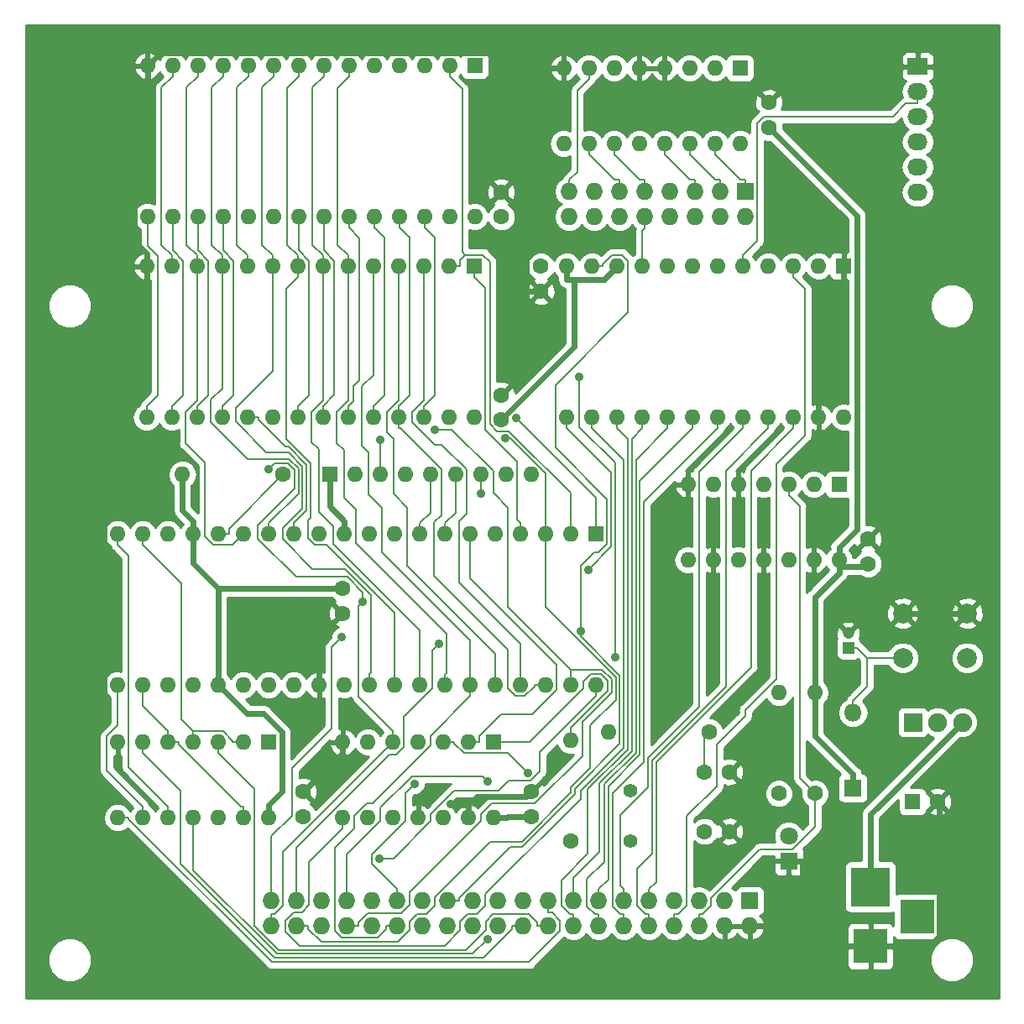
<source format=gbl>
G04 #@! TF.GenerationSoftware,KiCad,Pcbnew,(5.0.0-3-g5ebb6b6)*
G04 #@! TF.CreationDate,2018-12-25T22:54:34+09:00*
G04 #@! TF.ProjectId,Z80-GRANT,5A38302D4752414E542E6B696361645F,rev?*
G04 #@! TF.SameCoordinates,Original*
G04 #@! TF.FileFunction,Copper,L2,Bot,Signal*
G04 #@! TF.FilePolarity,Positive*
%FSLAX46Y46*%
G04 Gerber Fmt 4.6, Leading zero omitted, Abs format (unit mm)*
G04 Created by KiCad (PCBNEW (5.0.0-3-g5ebb6b6)) date 2018 December 25, Tuesday 22:54:34*
%MOMM*%
%LPD*%
G01*
G04 APERTURE LIST*
G04 #@! TA.AperFunction,ComponentPad*
%ADD10C,1.600000*%
G04 #@! TD*
G04 #@! TA.AperFunction,ComponentPad*
%ADD11R,1.200000X1.200000*%
G04 #@! TD*
G04 #@! TA.AperFunction,ComponentPad*
%ADD12C,1.200000*%
G04 #@! TD*
G04 #@! TA.AperFunction,ComponentPad*
%ADD13R,1.600000X1.600000*%
G04 #@! TD*
G04 #@! TA.AperFunction,ComponentPad*
%ADD14R,1.800000X1.800000*%
G04 #@! TD*
G04 #@! TA.AperFunction,ComponentPad*
%ADD15O,1.800000X1.800000*%
G04 #@! TD*
G04 #@! TA.AperFunction,ComponentPad*
%ADD16C,1.800000*%
G04 #@! TD*
G04 #@! TA.AperFunction,ComponentPad*
%ADD17R,1.727200X1.727200*%
G04 #@! TD*
G04 #@! TA.AperFunction,ComponentPad*
%ADD18O,1.727200X1.727200*%
G04 #@! TD*
G04 #@! TA.AperFunction,ComponentPad*
%ADD19R,2.032000X1.727200*%
G04 #@! TD*
G04 #@! TA.AperFunction,ComponentPad*
%ADD20O,2.032000X1.727200*%
G04 #@! TD*
G04 #@! TA.AperFunction,ComponentPad*
%ADD21R,4.000000X4.000000*%
G04 #@! TD*
G04 #@! TA.AperFunction,ComponentPad*
%ADD22R,3.500120X3.500120*%
G04 #@! TD*
G04 #@! TA.AperFunction,ComponentPad*
%ADD23O,1.600000X1.600000*%
G04 #@! TD*
G04 #@! TA.AperFunction,ComponentPad*
%ADD24C,2.000000*%
G04 #@! TD*
G04 #@! TA.AperFunction,ComponentPad*
%ADD25R,1.900000X1.900000*%
G04 #@! TD*
G04 #@! TA.AperFunction,ComponentPad*
%ADD26C,1.900000*%
G04 #@! TD*
G04 #@! TA.AperFunction,ComponentPad*
%ADD27C,1.422400*%
G04 #@! TD*
G04 #@! TA.AperFunction,ViaPad*
%ADD28C,0.889000*%
G04 #@! TD*
G04 #@! TA.AperFunction,Conductor*
%ADD29C,0.609600*%
G04 #@! TD*
G04 #@! TA.AperFunction,Conductor*
%ADD30C,0.203200*%
G04 #@! TD*
G04 #@! TA.AperFunction,Conductor*
%ADD31C,0.254000*%
G04 #@! TD*
G04 APERTURE END LIST*
D10*
G04 #@! TO.P,C1,1*
G04 #@! TO.N,VCC*
X121000000Y-99500000D03*
G04 #@! TO.P,C1,2*
G04 #@! TO.N,GND*
X121000000Y-102000000D03*
G04 #@! TD*
G04 #@! TO.P,C2,1*
G04 #@! TO.N,Net-(C2-Pad1)*
X157500000Y-118000000D03*
G04 #@! TO.P,C2,2*
G04 #@! TO.N,GND*
X160000000Y-118000000D03*
G04 #@! TD*
G04 #@! TO.P,C3,1*
G04 #@! TO.N,Net-(C3-Pad1)*
X157500000Y-124000000D03*
G04 #@! TO.P,C3,2*
G04 #@! TO.N,GND*
X160000000Y-124000000D03*
G04 #@! TD*
D11*
G04 #@! TO.P,C4,1*
G04 #@! TO.N,~RESIN*
X172000000Y-105500000D03*
D12*
G04 #@! TO.P,C4,2*
G04 #@! TO.N,GND*
X172000000Y-104000000D03*
G04 #@! TD*
D13*
G04 #@! TO.P,C5,1*
G04 #@! TO.N,VCC*
X178500000Y-121000000D03*
D10*
G04 #@! TO.P,C5,2*
G04 #@! TO.N,GND*
X181000000Y-121000000D03*
G04 #@! TD*
G04 #@! TO.P,C6,1*
G04 #@! TO.N,VCC*
X164000000Y-53000000D03*
G04 #@! TO.P,C6,2*
G04 #@! TO.N,GND*
X164000000Y-50500000D03*
G04 #@! TD*
G04 #@! TO.P,C7,1*
G04 #@! TO.N,VCC*
X137000000Y-82500000D03*
G04 #@! TO.P,C7,2*
G04 #@! TO.N,GND*
X137000000Y-80000000D03*
G04 #@! TD*
G04 #@! TO.P,C8,1*
G04 #@! TO.N,VCC*
X141000000Y-67000000D03*
G04 #@! TO.P,C8,2*
G04 #@! TO.N,GND*
X141000000Y-69500000D03*
G04 #@! TD*
G04 #@! TO.P,C9,1*
G04 #@! TO.N,VCC*
X117000000Y-122500000D03*
G04 #@! TO.P,C9,2*
G04 #@! TO.N,GND*
X117000000Y-120000000D03*
G04 #@! TD*
G04 #@! TO.P,C10,1*
G04 #@! TO.N,VCC*
X137000000Y-62000000D03*
G04 #@! TO.P,C10,2*
G04 #@! TO.N,GND*
X137000000Y-59500000D03*
G04 #@! TD*
G04 #@! TO.P,C11,1*
G04 #@! TO.N,VCC*
X140000000Y-122500000D03*
G04 #@! TO.P,C11,2*
G04 #@! TO.N,GND*
X140000000Y-120000000D03*
G04 #@! TD*
G04 #@! TO.P,C12,1*
G04 #@! TO.N,VCC*
X174000000Y-97000000D03*
G04 #@! TO.P,C12,2*
G04 #@! TO.N,GND*
X174000000Y-94500000D03*
G04 #@! TD*
D14*
G04 #@! TO.P,D1,1*
G04 #@! TO.N,VCC*
X172466000Y-119620000D03*
D15*
G04 #@! TO.P,D1,2*
G04 #@! TO.N,~RESIN*
X172466000Y-112000000D03*
G04 #@! TD*
D14*
G04 #@! TO.P,D2,1*
G04 #@! TO.N,GND*
X166000000Y-127000000D03*
D16*
G04 #@! TO.P,D2,2*
G04 #@! TO.N,Net-(D2-Pad2)*
X166000000Y-124460000D03*
G04 #@! TD*
D17*
G04 #@! TO.P,J1,1*
G04 #@! TO.N,Net-(J1-Pad1)*
X161620000Y-59460000D03*
D18*
G04 #@! TO.P,J1,2*
G04 #@! TO.N,Net-(J1-Pad10)*
X161620000Y-62000000D03*
G04 #@! TO.P,J1,3*
G04 #@! TO.N,Net-(J1-Pad3)*
X159080000Y-59460000D03*
G04 #@! TO.P,J1,4*
G04 #@! TO.N,Net-(J1-Pad10)*
X159080000Y-62000000D03*
G04 #@! TO.P,J1,5*
G04 #@! TO.N,Net-(J1-Pad5)*
X156540000Y-59460000D03*
G04 #@! TO.P,J1,6*
G04 #@! TO.N,Net-(J1-Pad10)*
X156540000Y-62000000D03*
G04 #@! TO.P,J1,7*
G04 #@! TO.N,Net-(J1-Pad7)*
X154000000Y-59460000D03*
G04 #@! TO.P,J1,8*
G04 #@! TO.N,Net-(J1-Pad10)*
X154000000Y-62000000D03*
G04 #@! TO.P,J1,9*
G04 #@! TO.N,Net-(J1-Pad9)*
X151460000Y-59460000D03*
G04 #@! TO.P,J1,10*
G04 #@! TO.N,Net-(J1-Pad10)*
X151460000Y-62000000D03*
G04 #@! TO.P,J1,11*
G04 #@! TO.N,Net-(J1-Pad11)*
X148920000Y-59460000D03*
G04 #@! TO.P,J1,12*
G04 #@! TO.N,Net-(J1-Pad10)*
X148920000Y-62000000D03*
G04 #@! TO.P,J1,13*
G04 #@! TO.N,Net-(J1-Pad13)*
X146380000Y-59460000D03*
G04 #@! TO.P,J1,14*
G04 #@! TO.N,Net-(J1-Pad10)*
X146380000Y-62000000D03*
G04 #@! TO.P,J1,15*
G04 #@! TO.N,Net-(J1-Pad15)*
X143840000Y-59460000D03*
G04 #@! TO.P,J1,16*
G04 #@! TO.N,Net-(J1-Pad10)*
X143840000Y-62000000D03*
G04 #@! TD*
D19*
G04 #@! TO.P,J2,1*
G04 #@! TO.N,GND*
X179000000Y-46840000D03*
D20*
G04 #@! TO.P,J2,2*
G04 #@! TO.N,Net-(J2-Pad2)*
X179000000Y-49380000D03*
G04 #@! TO.P,J2,3*
G04 #@! TO.N,Net-(J2-Pad3)*
X179000000Y-51920000D03*
G04 #@! TO.P,J2,4*
G04 #@! TO.N,Net-(J2-Pad4)*
X179000000Y-54460000D03*
G04 #@! TO.P,J2,5*
G04 #@! TO.N,Net-(J2-Pad5)*
X179000000Y-57000000D03*
G04 #@! TO.P,J2,6*
G04 #@! TO.N,Net-(J2-Pad6)*
X179000000Y-59540000D03*
G04 #@! TD*
D17*
G04 #@! TO.P,J3,1*
G04 #@! TO.N,VCC*
X162080000Y-131000000D03*
D18*
G04 #@! TO.P,J3,2*
G04 #@! TO.N,GND*
X162080000Y-133540000D03*
G04 #@! TO.P,J3,3*
G04 #@! TO.N,VCC*
X159540000Y-131000000D03*
G04 #@! TO.P,J3,4*
G04 #@! TO.N,GND*
X159540000Y-133540000D03*
G04 #@! TO.P,J3,5*
G04 #@! TO.N,Net-(J3-Pad5)*
X157000000Y-131000000D03*
G04 #@! TO.P,J3,6*
G04 #@! TO.N,~RESIN*
X157000000Y-133540000D03*
G04 #@! TO.P,J3,7*
G04 #@! TO.N,Net-(J3-Pad7)*
X154460000Y-131000000D03*
G04 #@! TO.P,J3,8*
G04 #@! TO.N,CLK*
X154460000Y-133540000D03*
G04 #@! TO.P,J3,9*
G04 #@! TO.N,D0*
X151920000Y-131000000D03*
G04 #@! TO.P,J3,10*
G04 #@! TO.N,D1*
X151920000Y-133540000D03*
G04 #@! TO.P,J3,11*
G04 #@! TO.N,D2*
X149380000Y-131000000D03*
G04 #@! TO.P,J3,12*
G04 #@! TO.N,D3*
X149380000Y-133540000D03*
G04 #@! TO.P,J3,13*
G04 #@! TO.N,D4*
X146840000Y-131000000D03*
G04 #@! TO.P,J3,14*
G04 #@! TO.N,D5*
X146840000Y-133540000D03*
G04 #@! TO.P,J3,15*
G04 #@! TO.N,D6*
X144300000Y-131000000D03*
G04 #@! TO.P,J3,16*
G04 #@! TO.N,D7*
X144300000Y-133540000D03*
G04 #@! TO.P,J3,17*
G04 #@! TO.N,~IORD*
X141760000Y-131000000D03*
G04 #@! TO.P,J3,18*
G04 #@! TO.N,~MEMRD*
X141760000Y-133540000D03*
G04 #@! TO.P,J3,19*
G04 #@! TO.N,~IOWR*
X139220000Y-131000000D03*
G04 #@! TO.P,J3,20*
G04 #@! TO.N,~MEMWR*
X139220000Y-133540000D03*
G04 #@! TO.P,J3,21*
G04 #@! TO.N,RES*
X136680000Y-131000000D03*
G04 #@! TO.P,J3,22*
G04 #@! TO.N,Net-(J3-Pad22)*
X136680000Y-133540000D03*
G04 #@! TO.P,J3,23*
G04 #@! TO.N,Net-(J3-Pad23)*
X134140000Y-131000000D03*
G04 #@! TO.P,J3,24*
G04 #@! TO.N,Net-(J3-Pad24)*
X134140000Y-133540000D03*
G04 #@! TO.P,J3,25*
G04 #@! TO.N,A0*
X131600000Y-131000000D03*
G04 #@! TO.P,J3,26*
G04 #@! TO.N,A1*
X131600000Y-133540000D03*
G04 #@! TO.P,J3,27*
G04 #@! TO.N,A2*
X129060000Y-131000000D03*
G04 #@! TO.P,J3,28*
G04 #@! TO.N,A3*
X129060000Y-133540000D03*
G04 #@! TO.P,J3,29*
G04 #@! TO.N,A4*
X126520000Y-131000000D03*
G04 #@! TO.P,J3,30*
G04 #@! TO.N,A5*
X126520000Y-133540000D03*
G04 #@! TO.P,J3,31*
G04 #@! TO.N,A6*
X123980000Y-131000000D03*
G04 #@! TO.P,J3,32*
G04 #@! TO.N,A7*
X123980000Y-133540000D03*
G04 #@! TO.P,J3,33*
G04 #@! TO.N,A8*
X121440000Y-131000000D03*
G04 #@! TO.P,J3,34*
G04 #@! TO.N,A9*
X121440000Y-133540000D03*
G04 #@! TO.P,J3,35*
G04 #@! TO.N,A10*
X118900000Y-131000000D03*
G04 #@! TO.P,J3,36*
G04 #@! TO.N,A11*
X118900000Y-133540000D03*
G04 #@! TO.P,J3,37*
G04 #@! TO.N,A12*
X116360000Y-131000000D03*
G04 #@! TO.P,J3,38*
G04 #@! TO.N,A13*
X116360000Y-133540000D03*
G04 #@! TO.P,J3,39*
G04 #@! TO.N,A14*
X113820000Y-131000000D03*
G04 #@! TO.P,J3,40*
G04 #@! TO.N,A15*
X113820000Y-133540000D03*
G04 #@! TD*
D21*
G04 #@! TO.P,J4,1*
G04 #@! TO.N,Net-(J4-Pad1)*
X174244000Y-129598860D03*
D22*
G04 #@! TO.P,J4,2*
G04 #@! TO.N,GND*
X174244000Y-135598340D03*
G04 #@! TO.P,J4,3*
G04 #@! TO.N,Net-(J4-Pad3)*
X178943000Y-132598600D03*
G04 #@! TD*
D10*
G04 #@! TO.P,R1,1*
G04 #@! TO.N,~INT*
X115000000Y-88000000D03*
D23*
G04 #@! TO.P,R1,2*
G04 #@! TO.N,VCC*
X104840000Y-88000000D03*
G04 #@! TD*
D10*
G04 #@! TO.P,R2,1*
G04 #@! TO.N,Net-(C2-Pad1)*
X158000000Y-114000000D03*
D23*
G04 #@! TO.P,R2,2*
G04 #@! TO.N,Net-(R2-Pad2)*
X147840000Y-114000000D03*
G04 #@! TD*
D10*
G04 #@! TO.P,R3,1*
G04 #@! TO.N,Net-(C3-Pad1)*
X144000000Y-125000000D03*
D23*
G04 #@! TO.P,R3,2*
G04 #@! TO.N,Net-(R2-Pad2)*
X144000000Y-114840000D03*
G04 #@! TD*
D10*
G04 #@! TO.P,R4,1*
G04 #@! TO.N,~RESIN*
X168656000Y-120160000D03*
D23*
G04 #@! TO.P,R4,2*
G04 #@! TO.N,VCC*
X168656000Y-110000000D03*
G04 #@! TD*
D10*
G04 #@! TO.P,R5,1*
G04 #@! TO.N,Net-(D2-Pad2)*
X165000000Y-120160000D03*
D23*
G04 #@! TO.P,R5,2*
G04 #@! TO.N,VCC*
X165000000Y-110000000D03*
G04 #@! TD*
D13*
G04 #@! TO.P,RN1,1*
G04 #@! TO.N,VCC*
X119680000Y-88000000D03*
D23*
G04 #@! TO.P,RN1,2*
G04 #@! TO.N,D0*
X122220000Y-88000000D03*
G04 #@! TO.P,RN1,3*
G04 #@! TO.N,D1*
X124760000Y-88000000D03*
G04 #@! TO.P,RN1,4*
G04 #@! TO.N,D2*
X127300000Y-88000000D03*
G04 #@! TO.P,RN1,5*
G04 #@! TO.N,D3*
X129840000Y-88000000D03*
G04 #@! TO.P,RN1,6*
G04 #@! TO.N,D4*
X132380000Y-88000000D03*
G04 #@! TO.P,RN1,7*
G04 #@! TO.N,D5*
X134920000Y-88000000D03*
G04 #@! TO.P,RN1,8*
G04 #@! TO.N,D6*
X137460000Y-88000000D03*
G04 #@! TO.P,RN1,9*
G04 #@! TO.N,D7*
X140000000Y-88000000D03*
G04 #@! TD*
D24*
G04 #@! TO.P,SW1,2*
G04 #@! TO.N,~RESIN*
X177500000Y-106500000D03*
G04 #@! TO.P,SW1,1*
G04 #@! TO.N,GND*
X177500000Y-102000000D03*
G04 #@! TO.P,SW1,2*
G04 #@! TO.N,~RESIN*
X184000000Y-106500000D03*
G04 #@! TO.P,SW1,1*
G04 #@! TO.N,GND*
X184000000Y-102000000D03*
G04 #@! TD*
D25*
G04 #@! TO.P,SW2,1*
G04 #@! TO.N,Net-(SW2-Pad1)*
X178515000Y-113000000D03*
D26*
G04 #@! TO.P,SW2,2*
G04 #@! TO.N,VCC*
X181015000Y-113000000D03*
G04 #@! TO.P,SW2,3*
G04 #@! TO.N,Net-(J4-Pad1)*
X183515000Y-113000000D03*
G04 #@! TD*
D27*
G04 #@! TO.P,Y1,1*
G04 #@! TO.N,Net-(C2-Pad1)*
X150000000Y-119920000D03*
G04 #@! TO.P,Y1,2*
G04 #@! TO.N,Net-(C3-Pad1)*
X150000000Y-125000000D03*
G04 #@! TD*
D13*
G04 #@! TO.P,U2,1*
G04 #@! TO.N,RES*
X171080000Y-89000000D03*
D23*
G04 #@! TO.P,U2,8*
G04 #@! TO.N,Net-(U2-Pad8)*
X155840000Y-96620000D03*
G04 #@! TO.P,U2,2*
G04 #@! TO.N,Net-(U1-Pad26)*
X168540000Y-89000000D03*
G04 #@! TO.P,U2,9*
G04 #@! TO.N,GND*
X158380000Y-96620000D03*
G04 #@! TO.P,U2,3*
G04 #@! TO.N,~RESIN*
X166000000Y-89000000D03*
G04 #@! TO.P,U2,10*
G04 #@! TO.N,Net-(U2-Pad10)*
X160920000Y-96620000D03*
G04 #@! TO.P,U2,4*
G04 #@! TO.N,RES*
X163460000Y-89000000D03*
G04 #@! TO.P,U2,11*
G04 #@! TO.N,GND*
X163460000Y-96620000D03*
G04 #@! TO.P,U2,5*
X160920000Y-89000000D03*
G04 #@! TO.P,U2,12*
G04 #@! TO.N,Net-(U2-Pad12)*
X166000000Y-96620000D03*
G04 #@! TO.P,U2,6*
G04 #@! TO.N,Net-(U2-Pad6)*
X158380000Y-89000000D03*
G04 #@! TO.P,U2,13*
G04 #@! TO.N,GND*
X168540000Y-96620000D03*
G04 #@! TO.P,U2,7*
X155840000Y-89000000D03*
G04 #@! TO.P,U2,14*
G04 #@! TO.N,VCC*
X171080000Y-96620000D03*
G04 #@! TD*
D13*
G04 #@! TO.P,U3,1*
G04 #@! TO.N,Net-(R2-Pad2)*
X136240000Y-115000000D03*
D23*
G04 #@! TO.P,U3,8*
G04 #@! TO.N,Net-(U3-Pad8)*
X121000000Y-122620000D03*
G04 #@! TO.P,U3,2*
G04 #@! TO.N,CLK*
X133700000Y-115000000D03*
G04 #@! TO.P,U3,9*
G04 #@! TO.N,~IOREQ*
X123540000Y-122620000D03*
G04 #@! TO.P,U3,3*
G04 #@! TO.N,Net-(C3-Pad1)*
X131160000Y-115000000D03*
G04 #@! TO.P,U3,10*
G04 #@! TO.N,Net-(U3-Pad10)*
X126080000Y-122620000D03*
G04 #@! TO.P,U3,4*
G04 #@! TO.N,Net-(R2-Pad2)*
X128620000Y-115000000D03*
G04 #@! TO.P,U3,11*
G04 #@! TO.N,GND*
X128620000Y-122620000D03*
G04 #@! TO.P,U3,5*
G04 #@! TO.N,A15*
X126080000Y-115000000D03*
G04 #@! TO.P,U3,12*
G04 #@! TO.N,Net-(U3-Pad12)*
X131160000Y-122620000D03*
G04 #@! TO.P,U3,6*
G04 #@! TO.N,Net-(U3-Pad6)*
X123540000Y-115000000D03*
G04 #@! TO.P,U3,13*
G04 #@! TO.N,GND*
X133700000Y-122620000D03*
G04 #@! TO.P,U3,7*
X121000000Y-115000000D03*
G04 #@! TO.P,U3,14*
G04 #@! TO.N,VCC*
X136240000Y-122620000D03*
G04 #@! TD*
D13*
G04 #@! TO.P,U4,1*
G04 #@! TO.N,A14*
X134320000Y-46760000D03*
D23*
G04 #@! TO.P,U4,15*
G04 #@! TO.N,D3*
X101300000Y-62000000D03*
G04 #@! TO.P,U4,2*
G04 #@! TO.N,A12*
X131780000Y-46760000D03*
G04 #@! TO.P,U4,16*
G04 #@! TO.N,D4*
X103840000Y-62000000D03*
G04 #@! TO.P,U4,3*
G04 #@! TO.N,A7*
X129240000Y-46760000D03*
G04 #@! TO.P,U4,17*
G04 #@! TO.N,D5*
X106380000Y-62000000D03*
G04 #@! TO.P,U4,4*
G04 #@! TO.N,A6*
X126700000Y-46760000D03*
G04 #@! TO.P,U4,18*
G04 #@! TO.N,D6*
X108920000Y-62000000D03*
G04 #@! TO.P,U4,5*
G04 #@! TO.N,A5*
X124160000Y-46760000D03*
G04 #@! TO.P,U4,19*
G04 #@! TO.N,D7*
X111460000Y-62000000D03*
G04 #@! TO.P,U4,6*
G04 #@! TO.N,A4*
X121620000Y-46760000D03*
G04 #@! TO.P,U4,20*
G04 #@! TO.N,Net-(U3-Pad6)*
X114000000Y-62000000D03*
G04 #@! TO.P,U4,7*
G04 #@! TO.N,A3*
X119080000Y-46760000D03*
G04 #@! TO.P,U4,21*
G04 #@! TO.N,A10*
X116540000Y-62000000D03*
G04 #@! TO.P,U4,8*
G04 #@! TO.N,A2*
X116540000Y-46760000D03*
G04 #@! TO.P,U4,22*
G04 #@! TO.N,~MEMRD*
X119080000Y-62000000D03*
G04 #@! TO.P,U4,9*
G04 #@! TO.N,A1*
X114000000Y-46760000D03*
G04 #@! TO.P,U4,23*
G04 #@! TO.N,A11*
X121620000Y-62000000D03*
G04 #@! TO.P,U4,10*
G04 #@! TO.N,A0*
X111460000Y-46760000D03*
G04 #@! TO.P,U4,24*
G04 #@! TO.N,A9*
X124160000Y-62000000D03*
G04 #@! TO.P,U4,11*
G04 #@! TO.N,D0*
X108920000Y-46760000D03*
G04 #@! TO.P,U4,25*
G04 #@! TO.N,A8*
X126700000Y-62000000D03*
G04 #@! TO.P,U4,12*
G04 #@! TO.N,D1*
X106380000Y-46760000D03*
G04 #@! TO.P,U4,26*
G04 #@! TO.N,A13*
X129240000Y-62000000D03*
G04 #@! TO.P,U4,13*
G04 #@! TO.N,D2*
X103840000Y-46760000D03*
G04 #@! TO.P,U4,27*
G04 #@! TO.N,~MEMWR*
X131780000Y-62000000D03*
G04 #@! TO.P,U4,14*
G04 #@! TO.N,GND*
X101300000Y-46760000D03*
G04 #@! TO.P,U4,28*
G04 #@! TO.N,VCC*
X134320000Y-62000000D03*
G04 #@! TD*
D13*
G04 #@! TO.P,U5,1*
G04 #@! TO.N,A5*
X161080000Y-47000000D03*
D23*
G04 #@! TO.P,U5,9*
G04 #@! TO.N,Net-(J1-Pad13)*
X143300000Y-54620000D03*
G04 #@! TO.P,U5,2*
G04 #@! TO.N,A6*
X158540000Y-47000000D03*
G04 #@! TO.P,U5,10*
G04 #@! TO.N,Net-(J1-Pad11)*
X145840000Y-54620000D03*
G04 #@! TO.P,U5,3*
G04 #@! TO.N,A7*
X156000000Y-47000000D03*
G04 #@! TO.P,U5,11*
G04 #@! TO.N,Net-(J1-Pad9)*
X148380000Y-54620000D03*
G04 #@! TO.P,U5,4*
G04 #@! TO.N,GND*
X153460000Y-47000000D03*
G04 #@! TO.P,U5,12*
G04 #@! TO.N,Net-(J1-Pad7)*
X150920000Y-54620000D03*
G04 #@! TO.P,U5,5*
G04 #@! TO.N,GND*
X150920000Y-47000000D03*
G04 #@! TO.P,U5,13*
G04 #@! TO.N,Net-(J1-Pad5)*
X153460000Y-54620000D03*
G04 #@! TO.P,U5,6*
G04 #@! TO.N,VCC*
X148380000Y-47000000D03*
G04 #@! TO.P,U5,14*
G04 #@! TO.N,Net-(J1-Pad3)*
X156000000Y-54620000D03*
G04 #@! TO.P,U5,7*
G04 #@! TO.N,Net-(J1-Pad15)*
X145840000Y-47000000D03*
G04 #@! TO.P,U5,15*
G04 #@! TO.N,Net-(J1-Pad1)*
X158540000Y-54620000D03*
G04 #@! TO.P,U5,8*
G04 #@! TO.N,GND*
X143300000Y-47000000D03*
G04 #@! TO.P,U5,16*
G04 #@! TO.N,VCC*
X161080000Y-54620000D03*
G04 #@! TD*
D13*
G04 #@! TO.P,U6,1*
G04 #@! TO.N,A14*
X134240000Y-67000000D03*
D23*
G04 #@! TO.P,U6,15*
G04 #@! TO.N,D3*
X101220000Y-82240000D03*
G04 #@! TO.P,U6,2*
G04 #@! TO.N,A12*
X131700000Y-67000000D03*
G04 #@! TO.P,U6,16*
G04 #@! TO.N,D4*
X103760000Y-82240000D03*
G04 #@! TO.P,U6,3*
G04 #@! TO.N,A7*
X129160000Y-67000000D03*
G04 #@! TO.P,U6,17*
G04 #@! TO.N,D5*
X106300000Y-82240000D03*
G04 #@! TO.P,U6,4*
G04 #@! TO.N,A6*
X126620000Y-67000000D03*
G04 #@! TO.P,U6,18*
G04 #@! TO.N,D6*
X108840000Y-82240000D03*
G04 #@! TO.P,U6,5*
G04 #@! TO.N,A5*
X124080000Y-67000000D03*
G04 #@! TO.P,U6,19*
G04 #@! TO.N,D7*
X111380000Y-82240000D03*
G04 #@! TO.P,U6,6*
G04 #@! TO.N,A4*
X121540000Y-67000000D03*
G04 #@! TO.P,U6,20*
G04 #@! TO.N,A15*
X113920000Y-82240000D03*
G04 #@! TO.P,U6,7*
G04 #@! TO.N,A3*
X119000000Y-67000000D03*
G04 #@! TO.P,U6,21*
G04 #@! TO.N,A10*
X116460000Y-82240000D03*
G04 #@! TO.P,U6,8*
G04 #@! TO.N,A2*
X116460000Y-67000000D03*
G04 #@! TO.P,U6,22*
G04 #@! TO.N,~MEMRD*
X119000000Y-82240000D03*
G04 #@! TO.P,U6,9*
G04 #@! TO.N,A1*
X113920000Y-67000000D03*
G04 #@! TO.P,U6,23*
G04 #@! TO.N,A11*
X121540000Y-82240000D03*
G04 #@! TO.P,U6,10*
G04 #@! TO.N,A0*
X111380000Y-67000000D03*
G04 #@! TO.P,U6,24*
G04 #@! TO.N,A9*
X124080000Y-82240000D03*
G04 #@! TO.P,U6,11*
G04 #@! TO.N,D0*
X108840000Y-67000000D03*
G04 #@! TO.P,U6,25*
G04 #@! TO.N,A8*
X126620000Y-82240000D03*
G04 #@! TO.P,U6,12*
G04 #@! TO.N,D1*
X106300000Y-67000000D03*
G04 #@! TO.P,U6,26*
G04 #@! TO.N,A13*
X129160000Y-82240000D03*
G04 #@! TO.P,U6,13*
G04 #@! TO.N,D2*
X103760000Y-67000000D03*
G04 #@! TO.P,U6,27*
G04 #@! TO.N,VCC*
X131700000Y-82240000D03*
G04 #@! TO.P,U6,14*
G04 #@! TO.N,GND*
X101220000Y-67000000D03*
G04 #@! TO.P,U6,28*
G04 #@! TO.N,VCC*
X134240000Y-82240000D03*
G04 #@! TD*
D13*
G04 #@! TO.P,U7,1*
G04 #@! TO.N,~RD*
X113540000Y-115000000D03*
D23*
G04 #@! TO.P,U7,8*
G04 #@! TO.N,~IORD*
X98300000Y-122620000D03*
G04 #@! TO.P,U7,2*
G04 #@! TO.N,~MREQ*
X111000000Y-115000000D03*
G04 #@! TO.P,U7,9*
G04 #@! TO.N,~RD*
X100840000Y-122620000D03*
G04 #@! TO.P,U7,3*
G04 #@! TO.N,~MEMRD*
X108460000Y-115000000D03*
G04 #@! TO.P,U7,10*
G04 #@! TO.N,~IOREQ*
X103380000Y-122620000D03*
G04 #@! TO.P,U7,4*
G04 #@! TO.N,~MREQ*
X105920000Y-115000000D03*
G04 #@! TO.P,U7,11*
G04 #@! TO.N,~IOWR*
X105920000Y-122620000D03*
G04 #@! TO.P,U7,5*
G04 #@! TO.N,~WR*
X103380000Y-115000000D03*
G04 #@! TO.P,U7,12*
G04 #@! TO.N,~IOREQ*
X108460000Y-122620000D03*
G04 #@! TO.P,U7,6*
G04 #@! TO.N,~MEMWR*
X100840000Y-115000000D03*
G04 #@! TO.P,U7,13*
G04 #@! TO.N,~WR*
X111000000Y-122620000D03*
G04 #@! TO.P,U7,7*
G04 #@! TO.N,GND*
X98300000Y-115000000D03*
G04 #@! TO.P,U7,14*
G04 #@! TO.N,VCC*
X113540000Y-122620000D03*
G04 #@! TD*
D13*
G04 #@! TO.P,U8,1*
G04 #@! TO.N,GND*
X171540000Y-67000000D03*
D23*
G04 #@! TO.P,U8,13*
G04 #@! TO.N,~WR*
X143600000Y-82240000D03*
G04 #@! TO.P,U8,2*
G04 #@! TO.N,Net-(J2-Pad4)*
X169000000Y-67000000D03*
G04 #@! TO.P,U8,14*
G04 #@! TO.N,Net-(U3-Pad8)*
X146140000Y-82240000D03*
G04 #@! TO.P,U8,3*
G04 #@! TO.N,CLK*
X166460000Y-67000000D03*
G04 #@! TO.P,U8,15*
G04 #@! TO.N,D7*
X148680000Y-82240000D03*
G04 #@! TO.P,U8,4*
G04 #@! TO.N,CLK*
X163920000Y-67000000D03*
G04 #@! TO.P,U8,16*
G04 #@! TO.N,D6*
X151220000Y-82240000D03*
G04 #@! TO.P,U8,5*
G04 #@! TO.N,Net-(J2-Pad2)*
X161380000Y-67000000D03*
G04 #@! TO.P,U8,17*
G04 #@! TO.N,D5*
X153760000Y-82240000D03*
G04 #@! TO.P,U8,6*
G04 #@! TO.N,Net-(J2-Pad5)*
X158840000Y-67000000D03*
G04 #@! TO.P,U8,18*
G04 #@! TO.N,D4*
X156300000Y-82240000D03*
G04 #@! TO.P,U8,7*
G04 #@! TO.N,~INT*
X156300000Y-67000000D03*
G04 #@! TO.P,U8,19*
G04 #@! TO.N,D3*
X158840000Y-82240000D03*
G04 #@! TO.P,U8,8*
G04 #@! TO.N,VCC*
X153760000Y-67000000D03*
G04 #@! TO.P,U8,20*
G04 #@! TO.N,D2*
X161380000Y-82240000D03*
G04 #@! TO.P,U8,9*
G04 #@! TO.N,Net-(J1-Pad10)*
X151220000Y-67000000D03*
G04 #@! TO.P,U8,21*
G04 #@! TO.N,D1*
X163920000Y-82240000D03*
G04 #@! TO.P,U8,10*
G04 #@! TO.N,VCC*
X148680000Y-67000000D03*
G04 #@! TO.P,U8,22*
G04 #@! TO.N,D0*
X166460000Y-82240000D03*
G04 #@! TO.P,U8,11*
G04 #@! TO.N,A0*
X146140000Y-67000000D03*
G04 #@! TO.P,U8,23*
G04 #@! TO.N,GND*
X169000000Y-82240000D03*
G04 #@! TO.P,U8,12*
G04 #@! TO.N,VCC*
X143600000Y-67000000D03*
G04 #@! TO.P,U8,24*
G04 #@! TO.N,Net-(J2-Pad6)*
X171540000Y-82240000D03*
G04 #@! TD*
D13*
G04 #@! TO.P,U1,1*
G04 #@! TO.N,A11*
X146560000Y-94000000D03*
D23*
G04 #@! TO.P,U1,21*
G04 #@! TO.N,~RD*
X98300000Y-109240000D03*
G04 #@! TO.P,U1,2*
G04 #@! TO.N,A12*
X144020000Y-94000000D03*
G04 #@! TO.P,U1,22*
G04 #@! TO.N,~WR*
X100840000Y-109240000D03*
G04 #@! TO.P,U1,3*
G04 #@! TO.N,A13*
X141480000Y-94000000D03*
G04 #@! TO.P,U1,23*
G04 #@! TO.N,Net-(U1-Pad23)*
X103380000Y-109240000D03*
G04 #@! TO.P,U1,4*
G04 #@! TO.N,A14*
X138940000Y-94000000D03*
G04 #@! TO.P,U1,24*
G04 #@! TO.N,VCC*
X105920000Y-109240000D03*
G04 #@! TO.P,U1,5*
G04 #@! TO.N,A15*
X136400000Y-94000000D03*
G04 #@! TO.P,U1,25*
G04 #@! TO.N,VCC*
X108460000Y-109240000D03*
G04 #@! TO.P,U1,6*
G04 #@! TO.N,CLK*
X133860000Y-94000000D03*
G04 #@! TO.P,U1,26*
G04 #@! TO.N,Net-(U1-Pad26)*
X111000000Y-109240000D03*
G04 #@! TO.P,U1,7*
G04 #@! TO.N,D4*
X131320000Y-94000000D03*
G04 #@! TO.P,U1,27*
G04 #@! TO.N,Net-(U1-Pad27)*
X113540000Y-109240000D03*
G04 #@! TO.P,U1,8*
G04 #@! TO.N,D3*
X128780000Y-94000000D03*
G04 #@! TO.P,U1,28*
G04 #@! TO.N,Net-(U1-Pad28)*
X116080000Y-109240000D03*
G04 #@! TO.P,U1,9*
G04 #@! TO.N,D5*
X126240000Y-94000000D03*
G04 #@! TO.P,U1,29*
G04 #@! TO.N,GND*
X118620000Y-109240000D03*
G04 #@! TO.P,U1,10*
G04 #@! TO.N,D6*
X123700000Y-94000000D03*
G04 #@! TO.P,U1,30*
G04 #@! TO.N,A0*
X121160000Y-109240000D03*
G04 #@! TO.P,U1,11*
G04 #@! TO.N,VCC*
X121160000Y-94000000D03*
G04 #@! TO.P,U1,31*
G04 #@! TO.N,A1*
X123700000Y-109240000D03*
G04 #@! TO.P,U1,12*
G04 #@! TO.N,D2*
X118620000Y-94000000D03*
G04 #@! TO.P,U1,32*
G04 #@! TO.N,A2*
X126240000Y-109240000D03*
G04 #@! TO.P,U1,13*
G04 #@! TO.N,D7*
X116080000Y-94000000D03*
G04 #@! TO.P,U1,33*
G04 #@! TO.N,A3*
X128780000Y-109240000D03*
G04 #@! TO.P,U1,14*
G04 #@! TO.N,D0*
X113540000Y-94000000D03*
G04 #@! TO.P,U1,34*
G04 #@! TO.N,A4*
X131320000Y-109240000D03*
G04 #@! TO.P,U1,15*
G04 #@! TO.N,D1*
X111000000Y-94000000D03*
G04 #@! TO.P,U1,35*
G04 #@! TO.N,A5*
X133860000Y-109240000D03*
G04 #@! TO.P,U1,16*
G04 #@! TO.N,~INT*
X108460000Y-94000000D03*
G04 #@! TO.P,U1,36*
G04 #@! TO.N,A6*
X136400000Y-109240000D03*
G04 #@! TO.P,U1,17*
G04 #@! TO.N,VCC*
X105920000Y-94000000D03*
G04 #@! TO.P,U1,37*
G04 #@! TO.N,A7*
X138940000Y-109240000D03*
G04 #@! TO.P,U1,18*
G04 #@! TO.N,Net-(U1-Pad18)*
X103380000Y-94000000D03*
G04 #@! TO.P,U1,38*
G04 #@! TO.N,A8*
X141480000Y-109240000D03*
G04 #@! TO.P,U1,19*
G04 #@! TO.N,~MREQ*
X100840000Y-94000000D03*
G04 #@! TO.P,U1,39*
G04 #@! TO.N,A9*
X144020000Y-109240000D03*
G04 #@! TO.P,U1,20*
G04 #@! TO.N,~IOREQ*
X98300000Y-94000000D03*
G04 #@! TO.P,U1,40*
G04 #@! TO.N,A10*
X146560000Y-109240000D03*
G04 #@! TD*
D28*
G04 #@! TO.N,GND*
X97288600Y-112506800D03*
X131902100Y-121283700D03*
X99695000Y-87630000D03*
X154305000Y-99695000D03*
X139547500Y-73025000D03*
G04 #@! TO.N,Net-(C3-Pad1)*
X139653400Y-118129400D03*
G04 #@! TO.N,D1*
X124760000Y-84518200D03*
G04 #@! TO.N,D5*
X134920000Y-89892100D03*
G04 #@! TO.N,~IOWR*
X135618700Y-134847500D03*
G04 #@! TO.N,A0*
X144994300Y-103812400D03*
G04 #@! TO.N,A4*
X128279600Y-119214600D03*
G04 #@! TO.N,A8*
X135629900Y-118991100D03*
G04 #@! TO.N,A9*
X130298300Y-83464300D03*
G04 #@! TO.N,A10*
X124687100Y-126755000D03*
X148478500Y-106458100D03*
X144870000Y-78150800D03*
G04 #@! TO.N,A11*
X138530300Y-82327500D03*
G04 #@! TO.N,A12*
X130694000Y-105107600D03*
G04 #@! TO.N,A13*
X137444900Y-84368000D03*
G04 #@! TO.N,A14*
X120906700Y-104383600D03*
G04 #@! TO.N,A15*
X113538500Y-87426100D03*
X123054700Y-100804600D03*
G04 #@! TO.N,~WR*
X145759700Y-97596200D03*
G04 #@! TD*
D29*
G04 #@! TO.N,VCC*
X104840000Y-88000000D02*
X104840000Y-89308300D01*
X105920000Y-94000000D02*
X105920000Y-95308300D01*
X114848400Y-120003300D02*
X113540000Y-121311700D01*
X114848400Y-113983800D02*
X114848400Y-120003300D01*
X112984600Y-112120000D02*
X114848400Y-113983800D01*
X111340000Y-112120000D02*
X112984600Y-112120000D01*
X108460000Y-109240000D02*
X111340000Y-112120000D01*
X113540000Y-122620000D02*
X113540000Y-121311700D01*
X137668300Y-122500000D02*
X137548300Y-122620000D01*
X140000000Y-122500000D02*
X137668300Y-122500000D01*
X136240000Y-122620000D02*
X137548300Y-122620000D01*
X172466000Y-119620000D02*
X172466000Y-118211700D01*
X104840000Y-91611700D02*
X105920000Y-92691700D01*
X104840000Y-89308300D02*
X104840000Y-91611700D01*
X105920000Y-94000000D02*
X105920000Y-92691700D01*
X108460000Y-109240000D02*
X108460000Y-107931700D01*
X108460000Y-99500000D02*
X108460000Y-107931700D01*
X121000000Y-99500000D02*
X108460000Y-99500000D01*
X105920000Y-96960000D02*
X105920000Y-95308300D01*
X108460000Y-99500000D02*
X105920000Y-96960000D01*
X172855400Y-61855400D02*
X164000000Y-53000000D01*
X172855400Y-93536300D02*
X172855400Y-61855400D01*
X171080000Y-95311700D02*
X172855400Y-93536300D01*
X171080000Y-96620000D02*
X171080000Y-95311700D01*
X168656000Y-114401700D02*
X172466000Y-118211700D01*
X168656000Y-110000000D02*
X168656000Y-114401700D01*
X168656000Y-100352300D02*
X171080000Y-97928300D01*
X168656000Y-110000000D02*
X168656000Y-100352300D01*
X171080000Y-96620000D02*
X171080000Y-97274100D01*
X171080000Y-97274100D02*
X171080000Y-97928300D01*
X173725900Y-97274100D02*
X174000000Y-97000000D01*
X171080000Y-97274100D02*
X173725900Y-97274100D01*
X147359200Y-68320800D02*
X148680000Y-67000000D01*
X144362100Y-68320800D02*
X147359200Y-68320800D01*
X144349600Y-68308300D02*
X144362100Y-68320800D01*
X143600000Y-68308300D02*
X144349600Y-68308300D01*
X144362100Y-75137900D02*
X137000000Y-82500000D01*
X144362100Y-68320800D02*
X144362100Y-75137900D01*
X143600000Y-67000000D02*
X143600000Y-68308300D01*
X119680000Y-91211700D02*
X119680000Y-88000000D01*
X121160000Y-92691700D02*
X119680000Y-91211700D01*
X121160000Y-94000000D02*
X121160000Y-92691700D01*
G04 #@! TO.N,GND*
X143300000Y-47000000D02*
X141991700Y-47000000D01*
X177500000Y-102000000D02*
X184000000Y-102000000D01*
X101300000Y-46760000D02*
X101300000Y-48068300D01*
X101220000Y-67000000D02*
X101220000Y-65691700D01*
X120691700Y-116308300D02*
X117000000Y-120000000D01*
X121000000Y-116308300D02*
X120691700Y-116308300D01*
X121000000Y-115000000D02*
X121000000Y-116308300D01*
X99990500Y-64462200D02*
X101220000Y-65691700D01*
X99990500Y-49377800D02*
X99990500Y-64462200D01*
X101300000Y-48068300D02*
X99990500Y-49377800D01*
X141991700Y-47000000D02*
X141216700Y-47000000D01*
X139666700Y-45450000D02*
X141216700Y-47000000D01*
X102610000Y-45450000D02*
X139666700Y-45450000D01*
X101300000Y-46760000D02*
X102610000Y-45450000D01*
X141216700Y-55283300D02*
X137000000Y-59500000D01*
X141216700Y-47000000D02*
X141216700Y-55283300D01*
X166000000Y-127000000D02*
X167408300Y-127000000D01*
X162080000Y-133540000D02*
X163451900Y-133540000D01*
X167408300Y-133540000D02*
X163451900Y-133540000D01*
X167408300Y-133540000D02*
X167408300Y-127000000D01*
X169927300Y-133540000D02*
X167408300Y-133540000D01*
X171985600Y-135598300D02*
X169927300Y-133540000D01*
X174244000Y-135598300D02*
X171985600Y-135598300D01*
X139547500Y-69500000D02*
X141000000Y-69500000D01*
X139547500Y-62047500D02*
X139547500Y-69500000D01*
X137000000Y-59500000D02*
X139547500Y-62047500D01*
X139547500Y-77452500D02*
X137000000Y-80000000D01*
X139547500Y-69500000D02*
X139547500Y-73025000D01*
X96958200Y-72570100D02*
X101220000Y-68308300D01*
X96958200Y-112176400D02*
X96958200Y-72570100D01*
X97288600Y-112506800D02*
X96958200Y-112176400D01*
X101220000Y-67000000D02*
X101220000Y-68308300D01*
X131953900Y-121335500D02*
X131902100Y-121283700D01*
X133700000Y-121335500D02*
X131953900Y-121335500D01*
X133700000Y-122620000D02*
X133700000Y-121335500D01*
X169000000Y-70848300D02*
X169000000Y-82240000D01*
X171540000Y-68308300D02*
X169000000Y-70848300D01*
X171540000Y-67000000D02*
X171540000Y-68308300D01*
X180164400Y-135598300D02*
X174244000Y-135598300D01*
X181201500Y-134561200D02*
X180164400Y-135598300D01*
X181201500Y-121201500D02*
X181201500Y-134561200D01*
X181000000Y-121000000D02*
X181201500Y-121201500D01*
X134533100Y-120502400D02*
X133700000Y-121335500D01*
X139497600Y-120502400D02*
X134533100Y-120502400D01*
X140000000Y-120000000D02*
X139497600Y-120502400D01*
X118620000Y-104380000D02*
X121000000Y-102000000D01*
X118620000Y-109240000D02*
X118620000Y-104380000D01*
X139547500Y-73025000D02*
X139547500Y-77452500D01*
D30*
G04 #@! TO.N,Net-(C2-Pad1)*
X157500000Y-114500000D02*
X158000000Y-114000000D01*
X157500000Y-118000000D02*
X157500000Y-114500000D01*
G04 #@! TO.N,Net-(C3-Pad1)*
X131160000Y-115000000D02*
X132265100Y-115000000D01*
X137629100Y-116105100D02*
X139653400Y-118129400D01*
X133231900Y-116105100D02*
X137629100Y-116105100D01*
X132265100Y-115138300D02*
X133231900Y-116105100D01*
X132265100Y-115000000D02*
X132265100Y-115138300D01*
G04 #@! TO.N,~RESIN*
X172000000Y-105500000D02*
X172905100Y-105500000D01*
X168656000Y-123532500D02*
X168656000Y-120160000D01*
X166393700Y-125794800D02*
X168656000Y-123532500D01*
X163092200Y-125794800D02*
X166393700Y-125794800D01*
X158168700Y-130718300D02*
X163092200Y-125794800D01*
X158168700Y-131494900D02*
X158168700Y-130718300D01*
X157292300Y-132371300D02*
X158168700Y-131494900D01*
X157000000Y-132371300D02*
X157292300Y-132371300D01*
X157000000Y-133540000D02*
X157000000Y-132371300D01*
X173905100Y-109355800D02*
X172466000Y-110794900D01*
X173905100Y-106500000D02*
X173905100Y-109355800D01*
X177500000Y-106500000D02*
X173905100Y-106500000D01*
X173905100Y-106500000D02*
X172905100Y-105500000D01*
X172466000Y-112000000D02*
X172466000Y-110794900D01*
X167105100Y-118609100D02*
X168656000Y-120160000D01*
X167105100Y-91210200D02*
X167105100Y-118609100D01*
X166000000Y-90105100D02*
X167105100Y-91210200D01*
X166000000Y-89000000D02*
X166000000Y-90105100D01*
G04 #@! TO.N,Net-(J1-Pad1)*
X161106200Y-58291300D02*
X161620000Y-58291300D01*
X158540000Y-55725100D02*
X161106200Y-58291300D01*
X158540000Y-54620000D02*
X158540000Y-55725100D01*
X161620000Y-59460000D02*
X161620000Y-58291300D01*
G04 #@! TO.N,Net-(J1-Pad10)*
X151220000Y-63408700D02*
X151460000Y-63168700D01*
X151220000Y-67000000D02*
X151220000Y-63408700D01*
X151460000Y-62000000D02*
X151460000Y-63168700D01*
G04 #@! TO.N,Net-(J1-Pad3)*
X158566200Y-58291300D02*
X159080000Y-58291300D01*
X156000000Y-55725100D02*
X158566200Y-58291300D01*
X156000000Y-54620000D02*
X156000000Y-55725100D01*
X159080000Y-59460000D02*
X159080000Y-58291300D01*
G04 #@! TO.N,Net-(J1-Pad5)*
X156026200Y-58291300D02*
X156540000Y-58291300D01*
X153460000Y-55725100D02*
X156026200Y-58291300D01*
X153460000Y-54620000D02*
X153460000Y-55725100D01*
X156540000Y-59460000D02*
X156540000Y-58291300D01*
G04 #@! TO.N,Net-(J1-Pad9)*
X150946200Y-58291300D02*
X151460000Y-58291300D01*
X148380000Y-55725100D02*
X150946200Y-58291300D01*
X148380000Y-54620000D02*
X148380000Y-55725100D01*
X151460000Y-59460000D02*
X151460000Y-58291300D01*
G04 #@! TO.N,Net-(J1-Pad11)*
X148406200Y-58291300D02*
X148920000Y-58291300D01*
X145840000Y-55725100D02*
X148406200Y-58291300D01*
X145840000Y-54620000D02*
X145840000Y-55725100D01*
X148920000Y-59460000D02*
X148920000Y-58291300D01*
G04 #@! TO.N,Net-(J1-Pad15)*
X144666400Y-57464900D02*
X143840000Y-58291300D01*
X144666400Y-49278700D02*
X144666400Y-57464900D01*
X145840000Y-48105100D02*
X144666400Y-49278700D01*
X145840000Y-47000000D02*
X145840000Y-48105100D01*
X143840000Y-59460000D02*
X143840000Y-58291300D01*
G04 #@! TO.N,Net-(J2-Pad2)*
X177831300Y-50548700D02*
X179000000Y-50548700D01*
X176486100Y-51893900D02*
X177831300Y-50548700D01*
X163462600Y-51893900D02*
X176486100Y-51893900D01*
X162801500Y-52555000D02*
X163462600Y-51893900D01*
X162801500Y-64473400D02*
X162801500Y-52555000D01*
X161380000Y-65894900D02*
X162801500Y-64473400D01*
X161380000Y-67000000D02*
X161380000Y-65894900D01*
X179000000Y-49380000D02*
X179000000Y-50548700D01*
G04 #@! TO.N,CLK*
X154823200Y-132371300D02*
X154460000Y-132371300D01*
X155730000Y-131464500D02*
X154823200Y-132371300D01*
X155730000Y-122472500D02*
X155730000Y-131464500D01*
X158750000Y-119452500D02*
X155730000Y-122472500D01*
X158750000Y-115250000D02*
X158750000Y-119452500D01*
X161643900Y-112356100D02*
X158750000Y-115250000D01*
X161643900Y-111743700D02*
X161643900Y-112356100D01*
X164730000Y-108657600D02*
X161643900Y-111743700D01*
X164730000Y-86975200D02*
X164730000Y-108657600D01*
X167625800Y-84079400D02*
X164730000Y-86975200D01*
X167625800Y-69270900D02*
X167625800Y-84079400D01*
X166460000Y-68105100D02*
X167625800Y-69270900D01*
X166460000Y-67000000D02*
X166460000Y-68105100D01*
X154460000Y-133540000D02*
X154460000Y-132371300D01*
X134805100Y-114380200D02*
X134805100Y-115000000D01*
X137011600Y-112173700D02*
X134805100Y-114380200D01*
X140123400Y-112173700D02*
X137011600Y-112173700D01*
X142592500Y-109704600D02*
X140123400Y-112173700D01*
X142592500Y-107195400D02*
X142592500Y-109704600D01*
X133860000Y-98462900D02*
X142592500Y-107195400D01*
X133860000Y-94000000D02*
X133860000Y-98462900D01*
X133700000Y-115000000D02*
X134805100Y-115000000D01*
G04 #@! TO.N,D0*
X107808000Y-48977100D02*
X108920000Y-47865100D01*
X107808000Y-64862900D02*
X107808000Y-48977100D01*
X108840000Y-65894900D02*
X107808000Y-64862900D01*
X108840000Y-67000000D02*
X108840000Y-65894900D01*
X108920000Y-46760000D02*
X108920000Y-47865100D01*
X108840000Y-67000000D02*
X108840000Y-68105100D01*
X113540000Y-94000000D02*
X113540000Y-92894900D01*
X166460000Y-82240000D02*
X166460000Y-83345100D01*
X151920000Y-131000000D02*
X151920000Y-129831300D01*
X108840000Y-79338100D02*
X108840000Y-68105100D01*
X107725200Y-80452900D02*
X108840000Y-79338100D01*
X107725200Y-82756600D02*
X107725200Y-80452900D01*
X111385300Y-86416700D02*
X107725200Y-82756600D01*
X115592400Y-86416700D02*
X111385300Y-86416700D01*
X116545500Y-87369800D02*
X115592400Y-86416700D01*
X116545500Y-89889400D02*
X116545500Y-87369800D01*
X113540000Y-92894900D02*
X116545500Y-89889400D01*
X162190000Y-87615100D02*
X166460000Y-83345100D01*
X162190000Y-107421200D02*
X162190000Y-87615100D01*
X152614100Y-116997100D02*
X162190000Y-107421200D01*
X152614100Y-129137200D02*
X152614100Y-116997100D01*
X151920000Y-129831300D02*
X152614100Y-129137200D01*
G04 #@! TO.N,D1*
X163920000Y-82240000D02*
X163920000Y-83345100D01*
X151920000Y-133540000D02*
X151920000Y-132371300D01*
X106380000Y-46760000D02*
X106380000Y-47865100D01*
X105269300Y-48975800D02*
X106380000Y-47865100D01*
X105269300Y-64864200D02*
X105269300Y-48975800D01*
X106300000Y-65894900D02*
X105269300Y-64864200D01*
X106300000Y-67000000D02*
X106300000Y-65894900D01*
X106300000Y-80559600D02*
X106300000Y-67000000D01*
X105179600Y-81680000D02*
X106300000Y-80559600D01*
X105179600Y-84863800D02*
X105179600Y-81680000D01*
X107125600Y-86809800D02*
X105179600Y-84863800D01*
X107125600Y-94259700D02*
X107125600Y-86809800D01*
X107971300Y-95105400D02*
X107125600Y-94259700D01*
X109894600Y-95105400D02*
X107971300Y-95105400D01*
X111000000Y-94000000D02*
X109894600Y-95105400D01*
X159650000Y-87615100D02*
X163920000Y-83345100D01*
X159650000Y-109385800D02*
X159650000Y-87615100D01*
X152207400Y-116828400D02*
X159650000Y-109385800D01*
X152207400Y-126245000D02*
X152207400Y-116828400D01*
X150703900Y-127748500D02*
X152207400Y-126245000D01*
X150703900Y-131518400D02*
X150703900Y-127748500D01*
X151556800Y-132371300D02*
X150703900Y-131518400D01*
X151920000Y-132371300D02*
X151556800Y-132371300D01*
X124760000Y-88000000D02*
X124760000Y-86894900D01*
X124760000Y-86894900D02*
X124760000Y-84518200D01*
G04 #@! TO.N,D2*
X103840000Y-46760000D02*
X103840000Y-47865100D01*
X102731600Y-48973500D02*
X103840000Y-47865100D01*
X102731600Y-64866500D02*
X102731600Y-48973500D01*
X103760000Y-65894900D02*
X102731600Y-64866500D01*
X103760000Y-67000000D02*
X103760000Y-65894900D01*
X161380000Y-82240000D02*
X161380000Y-83345100D01*
X149380000Y-131000000D02*
X149380000Y-129831300D01*
X156978100Y-87747000D02*
X161380000Y-83345100D01*
X156978100Y-111432900D02*
X156978100Y-87747000D01*
X151799700Y-116611300D02*
X156978100Y-111432900D01*
X151799700Y-119557600D02*
X151799700Y-116611300D01*
X148970600Y-122386700D02*
X151799700Y-119557600D01*
X148970600Y-129421900D02*
X148970600Y-122386700D01*
X149380000Y-129831300D02*
X148970600Y-129421900D01*
G04 #@! TO.N,D3*
X101300000Y-64909000D02*
X101300000Y-62000000D01*
X102333200Y-65942200D02*
X101300000Y-64909000D01*
X102333200Y-80021700D02*
X102333200Y-65942200D01*
X101220000Y-81134900D02*
X102333200Y-80021700D01*
X101220000Y-82240000D02*
X101220000Y-81134900D01*
X129840000Y-88000000D02*
X129840000Y-89105100D01*
X149380000Y-133540000D02*
X149380000Y-132371300D01*
X158840000Y-82240000D02*
X158840000Y-83345100D01*
X158840000Y-83348200D02*
X158840000Y-83345100D01*
X151393000Y-90795200D02*
X158840000Y-83348200D01*
X151393000Y-116982700D02*
X151393000Y-90795200D01*
X148211200Y-120164500D02*
X151393000Y-116982700D01*
X148211200Y-131565700D02*
X148211200Y-120164500D01*
X149016800Y-132371300D02*
X148211200Y-131565700D01*
X149380000Y-132371300D02*
X149016800Y-132371300D01*
X128780000Y-94000000D02*
X128780000Y-92894900D01*
X129840000Y-91834900D02*
X129840000Y-89105100D01*
X128780000Y-92894900D02*
X129840000Y-91834900D01*
G04 #@! TO.N,D4*
X103760000Y-82240000D02*
X103760000Y-81134900D01*
X132380000Y-91834900D02*
X132380000Y-88000000D01*
X131320000Y-92894900D02*
X132380000Y-91834900D01*
X131320000Y-94000000D02*
X131320000Y-92894900D01*
X104870700Y-80024200D02*
X103760000Y-81134900D01*
X104870700Y-66430300D02*
X104870700Y-80024200D01*
X103840000Y-65399600D02*
X104870700Y-66430300D01*
X103840000Y-62000000D02*
X103840000Y-65399600D01*
X156300000Y-82240000D02*
X156300000Y-83345100D01*
X146840000Y-131000000D02*
X146840000Y-129831300D01*
X150986300Y-88658800D02*
X156300000Y-83345100D01*
X150986300Y-116274500D02*
X150986300Y-88658800D01*
X147804400Y-119456400D02*
X150986300Y-116274500D01*
X147804400Y-128866900D02*
X147804400Y-119456400D01*
X146840000Y-129831300D02*
X147804400Y-128866900D01*
G04 #@! TO.N,D5*
X106380000Y-65399600D02*
X106380000Y-62000000D01*
X107410700Y-66430300D02*
X106380000Y-65399600D01*
X107410700Y-80024200D02*
X107410700Y-66430300D01*
X106300000Y-81134900D02*
X107410700Y-80024200D01*
X106300000Y-82240000D02*
X106300000Y-81134900D01*
X153760000Y-82240000D02*
X153760000Y-83345100D01*
X146840000Y-133540000D02*
X146840000Y-132371300D01*
X150579600Y-86525500D02*
X153760000Y-83345100D01*
X150579600Y-116070700D02*
X150579600Y-86525500D01*
X147397600Y-119252700D02*
X150579600Y-116070700D01*
X147397600Y-127067800D02*
X147397600Y-119252700D01*
X145649400Y-128816000D02*
X147397600Y-127067800D01*
X145649400Y-131543900D02*
X145649400Y-128816000D01*
X146476800Y-132371300D02*
X145649400Y-131543900D01*
X146840000Y-132371300D02*
X146476800Y-132371300D01*
X134920000Y-88000000D02*
X134920000Y-89892100D01*
G04 #@! TO.N,D6*
X108840000Y-82240000D02*
X108840000Y-81134900D01*
X109950700Y-80024200D02*
X108840000Y-81134900D01*
X109950700Y-66430300D02*
X109950700Y-80024200D01*
X108920000Y-65399600D02*
X109950700Y-66430300D01*
X108920000Y-62000000D02*
X108920000Y-65399600D01*
X151220000Y-82240000D02*
X151220000Y-83345100D01*
X150172900Y-84392200D02*
X151220000Y-83345100D01*
X150172900Y-115902200D02*
X150172900Y-84392200D01*
X146917600Y-119157500D02*
X150172900Y-115902200D01*
X146917600Y-126111600D02*
X146917600Y-119157500D01*
X144300000Y-128729200D02*
X146917600Y-126111600D01*
X144300000Y-131000000D02*
X144300000Y-128729200D01*
G04 #@! TO.N,D7*
X148680000Y-82240000D02*
X148680000Y-83345100D01*
X144300000Y-133540000D02*
X144300000Y-132371300D01*
X116080000Y-94000000D02*
X116080000Y-92894900D01*
X111380000Y-82240000D02*
X112485100Y-82240000D01*
X112485100Y-82474200D02*
X112485100Y-82240000D01*
X115209700Y-85198800D02*
X112485100Y-82474200D01*
X115550700Y-85198800D02*
X115209700Y-85198800D01*
X117360100Y-87008200D02*
X115550700Y-85198800D01*
X117360100Y-91614800D02*
X117360100Y-87008200D01*
X116080000Y-92894900D02*
X117360100Y-91614800D01*
X149766200Y-84431300D02*
X148680000Y-83345100D01*
X149766200Y-115733600D02*
X149766200Y-84431300D01*
X145743000Y-119756800D02*
X149766200Y-115733600D01*
X145743000Y-126257100D02*
X145743000Y-119756800D01*
X143086400Y-128913700D02*
X145743000Y-126257100D01*
X143086400Y-131520900D02*
X143086400Y-128913700D01*
X143936800Y-132371300D02*
X143086400Y-131520900D01*
X144300000Y-132371300D02*
X143936800Y-132371300D01*
G04 #@! TO.N,~IORD*
X98300000Y-122620000D02*
X99405100Y-122620000D01*
X141760000Y-131000000D02*
X141760000Y-132168700D01*
X142123200Y-132168700D02*
X141760000Y-132168700D01*
X142942400Y-132987900D02*
X142123200Y-132168700D01*
X142942400Y-134051600D02*
X142942400Y-132987900D01*
X139803000Y-137191000D02*
X142942400Y-134051600D01*
X113838000Y-137191000D02*
X139803000Y-137191000D01*
X99405100Y-122758100D02*
X113838000Y-137191000D01*
X99405100Y-122620000D02*
X99405100Y-122758100D01*
G04 #@! TO.N,~MEMRD*
X108460000Y-115000000D02*
X108460000Y-116105100D01*
X141760000Y-133540000D02*
X140591300Y-133540000D01*
X112110900Y-119756000D02*
X108460000Y-116105100D01*
X112110900Y-133483800D02*
X112110900Y-119756000D01*
X114572900Y-135945800D02*
X112110900Y-133483800D01*
X133460000Y-135945800D02*
X114572900Y-135945800D01*
X135435700Y-133970100D02*
X133460000Y-135945800D01*
X135435700Y-133070700D02*
X135435700Y-133970100D01*
X136160000Y-132346400D02*
X135435700Y-133070700D01*
X139760900Y-132346400D02*
X136160000Y-132346400D01*
X140591300Y-133176800D02*
X139760900Y-132346400D01*
X140591300Y-133540000D02*
X140591300Y-133176800D01*
X119080000Y-65399600D02*
X119080000Y-62000000D01*
X120172400Y-66492000D02*
X119080000Y-65399600D01*
X120172400Y-79962500D02*
X120172400Y-66492000D01*
X119000000Y-81134900D02*
X120172400Y-79962500D01*
X119000000Y-82240000D02*
X119000000Y-81134900D01*
G04 #@! TO.N,~IOWR*
X105920000Y-122620000D02*
X105920000Y-123725100D01*
X105920100Y-123725100D02*
X105920000Y-123725100D01*
X105920100Y-127898900D02*
X105920100Y-123725100D01*
X114373800Y-136352600D02*
X105920100Y-127898900D01*
X134113600Y-136352600D02*
X114373800Y-136352600D01*
X135618700Y-134847500D02*
X134113600Y-136352600D01*
G04 #@! TO.N,~MEMWR*
X138051300Y-133903200D02*
X138051300Y-133540000D01*
X135179800Y-136774700D02*
X138051300Y-133903200D01*
X114131700Y-136774700D02*
X135179800Y-136774700D01*
X104650000Y-127293000D02*
X114131700Y-136774700D01*
X104650000Y-119915100D02*
X104650000Y-127293000D01*
X100840000Y-116105100D02*
X104650000Y-119915100D01*
X100840000Y-115000000D02*
X100840000Y-116105100D01*
X139220000Y-133540000D02*
X138051300Y-133540000D01*
G04 #@! TO.N,A0*
X110348000Y-48977100D02*
X111460000Y-47865100D01*
X110348000Y-64862900D02*
X110348000Y-48977100D01*
X111380000Y-65894900D02*
X110348000Y-64862900D01*
X111380000Y-67000000D02*
X111380000Y-65894900D01*
X111460000Y-46760000D02*
X111460000Y-47865100D01*
X131600000Y-131000000D02*
X132768700Y-131000000D01*
X146140000Y-67000000D02*
X147245100Y-67000000D01*
X132768700Y-130706100D02*
X132768700Y-131000000D01*
X137876000Y-125598800D02*
X132768700Y-130706100D01*
X139110000Y-125598800D02*
X137876000Y-125598800D01*
X144450700Y-120258100D02*
X139110000Y-125598800D01*
X144450700Y-119682900D02*
X144450700Y-120258100D01*
X148948900Y-115184700D02*
X144450700Y-119682900D01*
X148948900Y-108264200D02*
X148948900Y-115184700D01*
X144994300Y-104309600D02*
X148948900Y-108264200D01*
X144994300Y-103812400D02*
X144994300Y-104309600D01*
X144994300Y-97234400D02*
X144994300Y-103812400D01*
X146359700Y-95869000D02*
X144994300Y-97234400D01*
X146773100Y-95869000D02*
X146359700Y-95869000D01*
X147665100Y-94977000D02*
X146773100Y-95869000D01*
X147665100Y-90492300D02*
X147665100Y-94977000D01*
X142469400Y-85296600D02*
X147665100Y-90492300D01*
X142469400Y-78977200D02*
X142469400Y-85296600D01*
X149788000Y-71658600D02*
X142469400Y-78977200D01*
X149788000Y-66488500D02*
X149788000Y-71658600D01*
X149137500Y-65838000D02*
X149788000Y-66488500D01*
X148178100Y-65838000D02*
X149137500Y-65838000D01*
X147245100Y-66771000D02*
X148178100Y-65838000D01*
X147245100Y-67000000D02*
X147245100Y-66771000D01*
G04 #@! TO.N,A1*
X112888000Y-48977100D02*
X114000000Y-47865100D01*
X112888000Y-64862900D02*
X112888000Y-48977100D01*
X113920000Y-65894900D02*
X112888000Y-64862900D01*
X113920000Y-67000000D02*
X113920000Y-65894900D01*
X114000000Y-46760000D02*
X114000000Y-47865100D01*
X113920000Y-77572300D02*
X113920000Y-67000000D01*
X110233700Y-81258600D02*
X113920000Y-77572300D01*
X110233700Y-82671100D02*
X110233700Y-81258600D01*
X113312000Y-85749400D02*
X110233700Y-82671100D01*
X115526100Y-85749400D02*
X113312000Y-85749400D01*
X116953400Y-87176700D02*
X115526100Y-85749400D01*
X116953400Y-91446300D02*
X116953400Y-87176700D01*
X114974000Y-93425700D02*
X116953400Y-91446300D01*
X114974000Y-94533300D02*
X114974000Y-93425700D01*
X117943900Y-97503200D02*
X114974000Y-94533300D01*
X121214300Y-97503200D02*
X117943900Y-97503200D01*
X123858800Y-100147700D02*
X121214300Y-97503200D01*
X123858800Y-107976100D02*
X123858800Y-100147700D01*
X123700000Y-108134900D02*
X123858800Y-107976100D01*
X123700000Y-109240000D02*
X123700000Y-108134900D01*
G04 #@! TO.N,A2*
X126240000Y-109240000D02*
X126240000Y-108134900D01*
X116540000Y-46760000D02*
X116540000Y-47865100D01*
X115412100Y-48993000D02*
X116540000Y-47865100D01*
X115412100Y-64847000D02*
X115412100Y-48993000D01*
X116460000Y-65894900D02*
X115412100Y-64847000D01*
X116460000Y-67000000D02*
X116460000Y-65894900D01*
X116460000Y-67000000D02*
X116460000Y-68105100D01*
X126239900Y-108134900D02*
X126240000Y-108134900D01*
X126239900Y-101953700D02*
X126239900Y-108134900D01*
X119408600Y-95122400D02*
X126239900Y-101953700D01*
X118172100Y-95122400D02*
X119408600Y-95122400D01*
X117488000Y-94438300D02*
X118172100Y-95122400D01*
X117488000Y-92637300D02*
X117488000Y-94438300D01*
X117766800Y-92358500D02*
X117488000Y-92637300D01*
X117766800Y-86839800D02*
X117766800Y-92358500D01*
X115345000Y-84418000D02*
X117766800Y-86839800D01*
X115345000Y-69220100D02*
X115345000Y-84418000D01*
X116460000Y-68105100D02*
X115345000Y-69220100D01*
G04 #@! TO.N,A3*
X119080000Y-46760000D02*
X119080000Y-47865100D01*
X117969300Y-48975800D02*
X119080000Y-47865100D01*
X117969300Y-64864200D02*
X117969300Y-48975800D01*
X119000000Y-65894900D02*
X117969300Y-64864200D01*
X119000000Y-67000000D02*
X119000000Y-65894900D01*
X119000000Y-80559600D02*
X119000000Y-67000000D01*
X117879600Y-81680000D02*
X119000000Y-80559600D01*
X117879600Y-84733500D02*
X117879600Y-81680000D01*
X118574800Y-85428700D02*
X117879600Y-84733500D01*
X118574800Y-91779000D02*
X118574800Y-85428700D01*
X120033900Y-93238100D02*
X118574800Y-91779000D01*
X120033900Y-95008100D02*
X120033900Y-93238100D01*
X128780000Y-103754200D02*
X120033900Y-95008100D01*
X128780000Y-109240000D02*
X128780000Y-103754200D01*
G04 #@! TO.N,A4*
X120498700Y-48986400D02*
X121620000Y-47865100D01*
X120498700Y-64853600D02*
X120498700Y-48986400D01*
X121540000Y-65894900D02*
X120498700Y-64853600D01*
X121620000Y-46760000D02*
X121620000Y-47865100D01*
X121540000Y-67000000D02*
X121540000Y-65894900D01*
X123933700Y-127245000D02*
X126520000Y-129831300D01*
X123933700Y-126350400D02*
X123933700Y-127245000D01*
X127350000Y-122934100D02*
X123933700Y-126350400D01*
X127350000Y-120144200D02*
X127350000Y-122934100D01*
X128279600Y-119214600D02*
X127350000Y-120144200D01*
X126520000Y-131000000D02*
X126520000Y-129831300D01*
X131320000Y-109240000D02*
X131320000Y-108134900D01*
X121540000Y-80559600D02*
X121540000Y-67000000D01*
X120429000Y-81670600D02*
X121540000Y-80559600D01*
X120429000Y-84857200D02*
X120429000Y-81670600D01*
X121114800Y-85543000D02*
X120429000Y-84857200D01*
X121114800Y-90324300D02*
X121114800Y-85543000D01*
X122326300Y-91535800D02*
X121114800Y-90324300D01*
X122326300Y-94903600D02*
X122326300Y-91535800D01*
X131443600Y-104020900D02*
X122326300Y-94903600D01*
X131443600Y-108011300D02*
X131443600Y-104020900D01*
X131320000Y-108134900D02*
X131443600Y-108011300D01*
G04 #@! TO.N,A5*
X125351300Y-133903200D02*
X125351300Y-133540000D01*
X124533800Y-134720700D02*
X125351300Y-133903200D01*
X120930800Y-134720700D02*
X124533800Y-134720700D01*
X120218500Y-134008400D02*
X120930800Y-134720700D01*
X120218500Y-125691600D02*
X120218500Y-134008400D01*
X122184900Y-123725200D02*
X120218500Y-125691600D01*
X122184900Y-122404600D02*
X122184900Y-123725200D01*
X123461100Y-121128400D02*
X122184900Y-122404600D01*
X124063400Y-121128400D02*
X123461100Y-121128400D01*
X129842100Y-115349700D02*
X124063400Y-121128400D01*
X129842100Y-114363000D02*
X129842100Y-115349700D01*
X133860000Y-110345100D02*
X129842100Y-114363000D01*
X126520000Y-133540000D02*
X125351300Y-133540000D01*
X133860000Y-109792500D02*
X133860000Y-110345100D01*
X133860000Y-109792500D02*
X133860000Y-109240000D01*
X133860000Y-104725900D02*
X133860000Y-109240000D01*
X124970000Y-95835900D02*
X133860000Y-104725900D01*
X124970000Y-91331500D02*
X124970000Y-95835900D01*
X123632100Y-89993600D02*
X124970000Y-91331500D01*
X123632100Y-85767000D02*
X123632100Y-89993600D01*
X122966100Y-85101000D02*
X123632100Y-85767000D01*
X122966100Y-79085000D02*
X122966100Y-85101000D01*
X124080000Y-77971100D02*
X122966100Y-79085000D01*
X124080000Y-67000000D02*
X124080000Y-77971100D01*
G04 #@! TO.N,A6*
X126620000Y-80559600D02*
X126620000Y-67000000D01*
X125501500Y-81678100D02*
X126620000Y-80559600D01*
X125501500Y-83755300D02*
X125501500Y-81678100D01*
X126121700Y-84375500D02*
X125501500Y-83755300D01*
X126121700Y-89943200D02*
X126121700Y-84375500D01*
X127510000Y-91331500D02*
X126121700Y-89943200D01*
X127510000Y-97163300D02*
X127510000Y-91331500D01*
X136400000Y-106053300D02*
X127510000Y-97163300D01*
X136400000Y-109240000D02*
X136400000Y-106053300D01*
G04 #@! TO.N,A7*
X129160000Y-80559600D02*
X129160000Y-67000000D01*
X128039000Y-81680600D02*
X129160000Y-80559600D01*
X128039000Y-82699200D02*
X128039000Y-81680600D01*
X130327900Y-84988100D02*
X128039000Y-82699200D01*
X130996900Y-84988100D02*
X130327900Y-84988100D01*
X133492900Y-87484100D02*
X130996900Y-84988100D01*
X133492900Y-91991900D02*
X133492900Y-87484100D01*
X132739800Y-92745000D02*
X133492900Y-91991900D01*
X132739800Y-98867700D02*
X132739800Y-92745000D01*
X138940000Y-105067900D02*
X132739800Y-98867700D01*
X138940000Y-109240000D02*
X138940000Y-105067900D01*
G04 #@! TO.N,A8*
X126620000Y-82240000D02*
X126620000Y-81134900D01*
X126700000Y-62000000D02*
X126700000Y-63105100D01*
X135103800Y-118465000D02*
X135629900Y-118991100D01*
X127969100Y-118465000D02*
X135103800Y-118465000D01*
X124810000Y-121624100D02*
X127969100Y-118465000D01*
X124810000Y-122979300D02*
X124810000Y-121624100D01*
X121440000Y-126349300D02*
X124810000Y-122979300D01*
X121440000Y-131000000D02*
X121440000Y-126349300D01*
X127729800Y-80025100D02*
X126620000Y-81134900D01*
X127729800Y-64134900D02*
X127729800Y-80025100D01*
X126700000Y-63105100D02*
X127729800Y-64134900D01*
X141480000Y-109240000D02*
X140374900Y-109240000D01*
X126620000Y-82240000D02*
X126620000Y-83345100D01*
X126849000Y-83345100D02*
X126620000Y-83345100D01*
X130948000Y-87444100D02*
X126849000Y-83345100D01*
X130948000Y-92081900D02*
X130948000Y-87444100D01*
X130196000Y-92833900D02*
X130948000Y-92081900D01*
X130196000Y-98229800D02*
X130196000Y-92833900D01*
X137670000Y-105703800D02*
X130196000Y-98229800D01*
X137670000Y-109584400D02*
X137670000Y-105703800D01*
X138452000Y-110366400D02*
X137670000Y-109584400D01*
X139386600Y-110366400D02*
X138452000Y-110366400D01*
X140374900Y-109378100D02*
X139386600Y-110366400D01*
X140374900Y-109240000D02*
X140374900Y-109378100D01*
G04 #@! TO.N,A9*
X121440000Y-133540000D02*
X122608700Y-133540000D01*
X124080000Y-82240000D02*
X124080000Y-81134900D01*
X124160000Y-62000000D02*
X124160000Y-63105100D01*
X144020000Y-109240000D02*
X144020000Y-108404100D01*
X122608700Y-133176800D02*
X122608700Y-133540000D01*
X123515500Y-132270000D02*
X122608700Y-133176800D01*
X126921000Y-132270000D02*
X123515500Y-132270000D01*
X127787200Y-131403800D02*
X126921000Y-132270000D01*
X127787200Y-130128700D02*
X127787200Y-131403800D01*
X134970000Y-122945900D02*
X127787200Y-130128700D01*
X134970000Y-122298800D02*
X134970000Y-122945900D01*
X136071400Y-121197400D02*
X134970000Y-122298800D01*
X140393200Y-121197400D02*
X136071400Y-121197400D01*
X145173200Y-116417400D02*
X140393200Y-121197400D01*
X145173200Y-112930400D02*
X145173200Y-116417400D01*
X148121600Y-109982000D02*
X145173200Y-112930400D01*
X148121600Y-108641000D02*
X148121600Y-109982000D01*
X147171800Y-107691200D02*
X148121600Y-108641000D01*
X144020000Y-107691200D02*
X147171800Y-107691200D01*
X144020000Y-108404100D02*
X144020000Y-107691200D01*
X130298300Y-83464400D02*
X130298300Y-83464300D01*
X131984000Y-83464400D02*
X130298300Y-83464400D01*
X136190000Y-87670400D02*
X131984000Y-83464400D01*
X136190000Y-89851500D02*
X136190000Y-87670400D01*
X137670000Y-91331500D02*
X136190000Y-89851500D01*
X137670000Y-101341200D02*
X137670000Y-91331500D01*
X144020000Y-107691200D02*
X137670000Y-101341200D01*
X125193200Y-80021700D02*
X124080000Y-81134900D01*
X125193200Y-64138300D02*
X125193200Y-80021700D01*
X124160000Y-63105100D02*
X125193200Y-64138300D01*
G04 #@! TO.N,A10*
X116460000Y-82240000D02*
X116460000Y-81134900D01*
X146560000Y-109240000D02*
X146560000Y-110345100D01*
X140872200Y-116032900D02*
X146560000Y-110345100D01*
X140872200Y-117970800D02*
X140872200Y-116032900D01*
X139964000Y-118879000D02*
X140872200Y-117970800D01*
X137717400Y-118879000D02*
X139964000Y-118879000D01*
X136704000Y-119892400D02*
X137717400Y-118879000D01*
X132222700Y-119892400D02*
X136704000Y-119892400D01*
X129890000Y-122225100D02*
X132222700Y-119892400D01*
X129890000Y-122975200D02*
X129890000Y-122225100D01*
X126110200Y-126755000D02*
X129890000Y-122975200D01*
X124687100Y-126755000D02*
X126110200Y-126755000D01*
X117570700Y-80024200D02*
X116460000Y-81134900D01*
X117570700Y-66430300D02*
X117570700Y-80024200D01*
X116540000Y-65399600D02*
X117570700Y-66430300D01*
X116540000Y-62000000D02*
X116540000Y-65399600D01*
X144870000Y-83213600D02*
X144870000Y-78150800D01*
X148478500Y-86822100D02*
X144870000Y-83213600D01*
X148478500Y-106458100D02*
X148478500Y-86822100D01*
G04 #@! TO.N,A11*
X121540000Y-82240000D02*
X121540000Y-81134900D01*
X121620000Y-62000000D02*
X121620000Y-63105100D01*
X146560000Y-90357200D02*
X138530300Y-82327500D01*
X146560000Y-94000000D02*
X146560000Y-90357200D01*
X122072900Y-80602000D02*
X121540000Y-81134900D01*
X122072900Y-79115500D02*
X122072900Y-80602000D01*
X122661100Y-78527300D02*
X122072900Y-79115500D01*
X122661100Y-64146200D02*
X122661100Y-78527300D01*
X121620000Y-63105100D02*
X122661100Y-64146200D01*
G04 #@! TO.N,A12*
X131700000Y-67000000D02*
X132805100Y-67000000D01*
X132805100Y-66380200D02*
X132805100Y-67000000D01*
X133345200Y-65840100D02*
X132805100Y-66380200D01*
X133050000Y-49135100D02*
X131780000Y-47865100D01*
X133050000Y-65544900D02*
X133050000Y-49135100D01*
X133345200Y-65840100D02*
X133050000Y-65544900D01*
X131780000Y-46760000D02*
X131780000Y-47865100D01*
X144020000Y-94000000D02*
X144020000Y-92894900D01*
X144020000Y-89877700D02*
X144020000Y-92894900D01*
X137760700Y-83618400D02*
X144020000Y-89877700D01*
X136535700Y-83618400D02*
X137760700Y-83618400D01*
X135847400Y-82930100D02*
X136535700Y-83618400D01*
X135847400Y-66539400D02*
X135847400Y-82930100D01*
X135148100Y-65840100D02*
X135847400Y-66539400D01*
X133345200Y-65840100D02*
X135148100Y-65840100D01*
X130050000Y-105751600D02*
X130694000Y-105107600D01*
X130050000Y-109589300D02*
X130050000Y-105751600D01*
X127185200Y-112454100D02*
X130050000Y-109589300D01*
X127185200Y-115483600D02*
X127185200Y-112454100D01*
X126398800Y-116270000D02*
X127185200Y-115483600D01*
X125765400Y-116270000D02*
X126398800Y-116270000D01*
X116360000Y-125675400D02*
X125765400Y-116270000D01*
X116360000Y-131000000D02*
X116360000Y-125675400D01*
G04 #@! TO.N,A13*
X116360000Y-133540000D02*
X117528700Y-133540000D01*
X130271700Y-64136800D02*
X129240000Y-63105100D01*
X130271700Y-80023200D02*
X130271700Y-64136800D01*
X129160000Y-81134900D02*
X130271700Y-80023200D01*
X129160000Y-82240000D02*
X129160000Y-81134900D01*
X129240000Y-62000000D02*
X129240000Y-63105100D01*
X141480000Y-94552500D02*
X141480000Y-95105100D01*
X141480000Y-94552500D02*
X141480000Y-94000000D01*
X137935200Y-84368000D02*
X137444900Y-84368000D01*
X141480000Y-87912800D02*
X137935200Y-84368000D01*
X141480000Y-94000000D02*
X141480000Y-87912800D01*
X117528700Y-133832200D02*
X117528700Y-133540000D01*
X118824300Y-135127800D02*
X117528700Y-133832200D01*
X126587100Y-135127800D02*
X118824300Y-135127800D01*
X127790000Y-133924900D02*
X126587100Y-135127800D01*
X127790000Y-133117300D02*
X127790000Y-133924900D01*
X128536100Y-132371200D02*
X127790000Y-133117300D01*
X129450500Y-132371200D02*
X128536100Y-132371200D01*
X130330000Y-131491700D02*
X129450500Y-132371200D01*
X130330000Y-130612100D02*
X130330000Y-131491700D01*
X135893900Y-125048200D02*
X130330000Y-130612100D01*
X139085400Y-125048200D02*
X135893900Y-125048200D01*
X144044000Y-120089600D02*
X139085400Y-125048200D01*
X144044000Y-119514400D02*
X144044000Y-120089600D01*
X145960100Y-117598300D02*
X144044000Y-119514400D01*
X145960100Y-113314300D02*
X145960100Y-117598300D01*
X148542100Y-110732300D02*
X145960100Y-113314300D01*
X148542100Y-108432700D02*
X148542100Y-110732300D01*
X141480000Y-101370600D02*
X148542100Y-108432700D01*
X141480000Y-95105100D02*
X141480000Y-101370600D01*
G04 #@! TO.N,A14*
X138940000Y-94000000D02*
X138940000Y-92894900D01*
X134240000Y-67000000D02*
X134240000Y-68105100D01*
X138589700Y-92544600D02*
X138940000Y-92894900D01*
X138589700Y-86706600D02*
X138589700Y-92544600D01*
X135345100Y-83462000D02*
X138589700Y-86706600D01*
X135345100Y-69210200D02*
X135345100Y-83462000D01*
X134240000Y-68105100D02*
X135345100Y-69210200D01*
X113820000Y-124487100D02*
X113820000Y-131000000D01*
X115894800Y-122412300D02*
X113820000Y-124487100D01*
X115894800Y-117607500D02*
X115894800Y-122412300D01*
X119890000Y-113612300D02*
X115894800Y-117607500D01*
X119890000Y-105400300D02*
X119890000Y-113612300D01*
X120906700Y-104383600D02*
X119890000Y-105400300D01*
G04 #@! TO.N,A15*
X114112300Y-132371300D02*
X113820000Y-132371300D01*
X114988700Y-131494900D02*
X114112300Y-132371300D01*
X114988700Y-126091300D02*
X114988700Y-131494900D01*
X126080000Y-115000000D02*
X114988700Y-126091300D01*
X113820000Y-133540000D02*
X113820000Y-132371300D01*
X126080000Y-115000000D02*
X126080000Y-113894900D01*
X123054700Y-99922200D02*
X123054700Y-100804600D01*
X121468900Y-98336400D02*
X123054700Y-99922200D01*
X116285200Y-98336400D02*
X121468900Y-98336400D01*
X112406300Y-94457500D02*
X116285200Y-98336400D01*
X112406300Y-93147900D02*
X112406300Y-94457500D01*
X116138800Y-89415400D02*
X112406300Y-93147900D01*
X116138800Y-87538300D02*
X116138800Y-89415400D01*
X115474700Y-86874200D02*
X116138800Y-87538300D01*
X114090400Y-86874200D02*
X115474700Y-86874200D01*
X113538500Y-87426100D02*
X114090400Y-86874200D01*
X122586200Y-110401100D02*
X126080000Y-113894900D01*
X122586200Y-101273100D02*
X122586200Y-110401100D01*
X123054700Y-100804600D02*
X122586200Y-101273100D01*
D29*
G04 #@! TO.N,Net-(J4-Pad1)*
X174244000Y-122271000D02*
X174244000Y-129598900D01*
X183515000Y-113000000D02*
X174244000Y-122271000D01*
D30*
G04 #@! TO.N,~INT*
X109565100Y-93434900D02*
X115000000Y-88000000D01*
X109565100Y-94000000D02*
X109565100Y-93434900D01*
X108460000Y-94000000D02*
X109565100Y-94000000D01*
G04 #@! TO.N,Net-(R2-Pad2)*
X136240000Y-115000000D02*
X137345100Y-115000000D01*
X144000000Y-113528400D02*
X144000000Y-114840000D01*
X147714900Y-109813500D02*
X144000000Y-113528400D01*
X147714900Y-108809500D02*
X147714900Y-109813500D01*
X147040300Y-108134900D02*
X147714900Y-108809500D01*
X146079900Y-108134900D02*
X147040300Y-108134900D01*
X145290000Y-108924800D02*
X146079900Y-108134900D01*
X145290000Y-109583400D02*
X145290000Y-108924800D01*
X139873400Y-115000000D02*
X145290000Y-109583400D01*
X137345100Y-115000000D02*
X139873400Y-115000000D01*
G04 #@! TO.N,~MREQ*
X100840000Y-94000000D02*
X100840000Y-95105100D01*
X105920000Y-115000000D02*
X105920000Y-113894900D01*
X104751700Y-112726600D02*
X105920000Y-113894900D01*
X104751700Y-99016800D02*
X104751700Y-112726600D01*
X100840000Y-95105100D02*
X104751700Y-99016800D01*
X108928100Y-113894900D02*
X105920000Y-113894900D01*
X109894900Y-114861700D02*
X108928100Y-113894900D01*
X109894900Y-115000000D02*
X109894900Y-114861700D01*
X111000000Y-115000000D02*
X109894900Y-115000000D01*
G04 #@! TO.N,~IOREQ*
X99405100Y-117540000D02*
X103380000Y-121514900D01*
X99405100Y-96210200D02*
X99405100Y-117540000D01*
X98300000Y-95105100D02*
X99405100Y-96210200D01*
X98300000Y-94000000D02*
X98300000Y-95105100D01*
X103380000Y-122620000D02*
X103380000Y-121514900D01*
G04 #@! TO.N,~RD*
X98300000Y-109240000D02*
X98300000Y-110345100D01*
X100840000Y-122620000D02*
X100840000Y-121514900D01*
X98300000Y-113323600D02*
X98300000Y-110345100D01*
X97194200Y-114429400D02*
X98300000Y-113323600D01*
X97194200Y-117869100D02*
X97194200Y-114429400D01*
X100840000Y-121514900D02*
X97194200Y-117869100D01*
G04 #@! TO.N,~WR*
X104485100Y-115229000D02*
X104485100Y-115000000D01*
X110771000Y-121514900D02*
X104485100Y-115229000D01*
X111000000Y-121514900D02*
X110771000Y-121514900D01*
X111000000Y-122620000D02*
X111000000Y-121514900D01*
X103380000Y-115000000D02*
X104485100Y-115000000D01*
X100840000Y-111354900D02*
X103380000Y-113894900D01*
X100840000Y-109240000D02*
X100840000Y-111354900D01*
X103380000Y-115000000D02*
X103380000Y-113894900D01*
X148071800Y-95284100D02*
X145759700Y-97596200D01*
X148071800Y-87816900D02*
X148071800Y-95284100D01*
X143600000Y-83345100D02*
X148071800Y-87816900D01*
X143600000Y-82240000D02*
X143600000Y-83345100D01*
G04 #@! TO.N,Net-(U3-Pad8)*
X146140000Y-82240000D02*
X146140000Y-83345100D01*
X121000000Y-122620000D02*
X121000000Y-123725100D01*
X117630000Y-127095100D02*
X121000000Y-123725100D01*
X117630000Y-131422700D02*
X117630000Y-127095100D01*
X116883900Y-132168800D02*
X117630000Y-131422700D01*
X116038500Y-132168800D02*
X116883900Y-132168800D01*
X115191200Y-133016100D02*
X116038500Y-132168800D01*
X115191200Y-134081200D02*
X115191200Y-133016100D01*
X116646300Y-135536300D02*
X115191200Y-134081200D01*
X131307900Y-135536300D02*
X116646300Y-135536300D01*
X132870000Y-133974200D02*
X131307900Y-135536300D01*
X132870000Y-133117300D02*
X132870000Y-133974200D01*
X133616100Y-132371200D02*
X132870000Y-133117300D01*
X134507300Y-132371200D02*
X133616100Y-132371200D01*
X135403000Y-131475500D02*
X134507300Y-132371200D01*
X135403000Y-130346400D02*
X135403000Y-131475500D01*
X145001300Y-120748100D02*
X135403000Y-130346400D01*
X145001300Y-119923100D02*
X145001300Y-120748100D01*
X149359500Y-115564900D02*
X145001300Y-119923100D01*
X149359500Y-86564600D02*
X149359500Y-115564900D01*
X146140000Y-83345100D02*
X149359500Y-86564600D01*
G04 #@! TD*
D31*
G04 #@! TO.N,GND*
G36*
X187198000Y-140843000D02*
X89027000Y-140843000D01*
X89027000Y-136515431D01*
X91225000Y-136515431D01*
X91225000Y-137404569D01*
X91565259Y-138226026D01*
X92193974Y-138854741D01*
X93015431Y-139195000D01*
X93904569Y-139195000D01*
X94726026Y-138854741D01*
X95354741Y-138226026D01*
X95695000Y-137404569D01*
X95695000Y-136515431D01*
X95354741Y-135693974D01*
X94726026Y-135065259D01*
X93904569Y-134725000D01*
X93015431Y-134725000D01*
X92193974Y-135065259D01*
X91565259Y-135693974D01*
X91225000Y-136515431D01*
X89027000Y-136515431D01*
X89027000Y-114429400D01*
X96443171Y-114429400D01*
X96457601Y-114501945D01*
X96457600Y-117796560D01*
X96443171Y-117869100D01*
X96457600Y-117941640D01*
X96457600Y-117941643D01*
X96500339Y-118156506D01*
X96663142Y-118400158D01*
X96724642Y-118441251D01*
X99843423Y-121560032D01*
X99805423Y-121585423D01*
X99591225Y-121905993D01*
X99542268Y-121896255D01*
X99334577Y-121585423D01*
X98859909Y-121268260D01*
X98441333Y-121185000D01*
X98158667Y-121185000D01*
X97740091Y-121268260D01*
X97265423Y-121585423D01*
X96948260Y-122060091D01*
X96836887Y-122620000D01*
X96948260Y-123179909D01*
X97265423Y-123654577D01*
X97740091Y-123971740D01*
X98158667Y-124055000D01*
X98441333Y-124055000D01*
X98859909Y-123971740D01*
X99289792Y-123684501D01*
X113265851Y-137660561D01*
X113306942Y-137722058D01*
X113368439Y-137763149D01*
X113368441Y-137763151D01*
X113460481Y-137824650D01*
X113550593Y-137884861D01*
X113765456Y-137927600D01*
X113765459Y-137927600D01*
X113838000Y-137942029D01*
X113910540Y-137927600D01*
X139730460Y-137927600D01*
X139803000Y-137942029D01*
X139875540Y-137927600D01*
X139875544Y-137927600D01*
X140090407Y-137884861D01*
X140334058Y-137722058D01*
X140375151Y-137660558D01*
X142151619Y-135884090D01*
X171858940Y-135884090D01*
X171858940Y-137474709D01*
X171955613Y-137708098D01*
X172134241Y-137886727D01*
X172367630Y-137983400D01*
X173958250Y-137983400D01*
X174117000Y-137824650D01*
X174117000Y-135725340D01*
X174371000Y-135725340D01*
X174371000Y-137824650D01*
X174529750Y-137983400D01*
X176120370Y-137983400D01*
X176353759Y-137886727D01*
X176532387Y-137708098D01*
X176629060Y-137474709D01*
X176629060Y-136515431D01*
X180215000Y-136515431D01*
X180215000Y-137404569D01*
X180555259Y-138226026D01*
X181183974Y-138854741D01*
X182005431Y-139195000D01*
X182894569Y-139195000D01*
X183716026Y-138854741D01*
X184344741Y-138226026D01*
X184685000Y-137404569D01*
X184685000Y-136515431D01*
X184344741Y-135693974D01*
X183716026Y-135065259D01*
X182894569Y-134725000D01*
X182005431Y-134725000D01*
X181183974Y-135065259D01*
X180555259Y-135693974D01*
X180215000Y-136515431D01*
X176629060Y-136515431D01*
X176629060Y-135884090D01*
X176470310Y-135725340D01*
X174371000Y-135725340D01*
X174117000Y-135725340D01*
X172017690Y-135725340D01*
X171858940Y-135884090D01*
X142151619Y-135884090D01*
X143336889Y-134698820D01*
X143715275Y-134951650D01*
X144152402Y-135038600D01*
X144447598Y-135038600D01*
X144884725Y-134951650D01*
X145380430Y-134620430D01*
X145570000Y-134336719D01*
X145759570Y-134620430D01*
X146255275Y-134951650D01*
X146692402Y-135038600D01*
X146987598Y-135038600D01*
X147424725Y-134951650D01*
X147920430Y-134620430D01*
X148110000Y-134336719D01*
X148299570Y-134620430D01*
X148795275Y-134951650D01*
X149232402Y-135038600D01*
X149527598Y-135038600D01*
X149964725Y-134951650D01*
X150460430Y-134620430D01*
X150650000Y-134336719D01*
X150839570Y-134620430D01*
X151335275Y-134951650D01*
X151772402Y-135038600D01*
X152067598Y-135038600D01*
X152504725Y-134951650D01*
X153000430Y-134620430D01*
X153190000Y-134336719D01*
X153379570Y-134620430D01*
X153875275Y-134951650D01*
X154312402Y-135038600D01*
X154607598Y-135038600D01*
X155044725Y-134951650D01*
X155540430Y-134620430D01*
X155730000Y-134336719D01*
X155919570Y-134620430D01*
X156415275Y-134951650D01*
X156852402Y-135038600D01*
X157147598Y-135038600D01*
X157584725Y-134951650D01*
X158080430Y-134620430D01*
X158281854Y-134318979D01*
X158333179Y-134428490D01*
X158765053Y-134822688D01*
X159180974Y-134994958D01*
X159413000Y-134873817D01*
X159413000Y-133667000D01*
X159667000Y-133667000D01*
X159667000Y-134873817D01*
X159899026Y-134994958D01*
X160314947Y-134822688D01*
X160746821Y-134428490D01*
X160810000Y-134293687D01*
X160873179Y-134428490D01*
X161305053Y-134822688D01*
X161720974Y-134994958D01*
X161953000Y-134873817D01*
X161953000Y-133667000D01*
X162207000Y-133667000D01*
X162207000Y-134873817D01*
X162439026Y-134994958D01*
X162854947Y-134822688D01*
X163286821Y-134428490D01*
X163534968Y-133899027D01*
X163443018Y-133721971D01*
X171858940Y-133721971D01*
X171858940Y-135312590D01*
X172017690Y-135471340D01*
X174117000Y-135471340D01*
X174117000Y-133372030D01*
X173958250Y-133213280D01*
X172367630Y-133213280D01*
X172134241Y-133309953D01*
X171955613Y-133488582D01*
X171858940Y-133721971D01*
X163443018Y-133721971D01*
X163414469Y-133667000D01*
X162207000Y-133667000D01*
X161953000Y-133667000D01*
X159667000Y-133667000D01*
X159413000Y-133667000D01*
X159393000Y-133667000D01*
X159393000Y-133413000D01*
X159413000Y-133413000D01*
X159413000Y-133393000D01*
X159667000Y-133393000D01*
X159667000Y-133413000D01*
X161953000Y-133413000D01*
X161953000Y-133393000D01*
X162207000Y-133393000D01*
X162207000Y-133413000D01*
X163414469Y-133413000D01*
X163534968Y-133180973D01*
X163286821Y-132651510D01*
X163099050Y-132480119D01*
X163191365Y-132461757D01*
X163401409Y-132321409D01*
X163541757Y-132111365D01*
X163591040Y-131863600D01*
X163591040Y-130136400D01*
X163541757Y-129888635D01*
X163401409Y-129678591D01*
X163191365Y-129538243D01*
X162943600Y-129488960D01*
X161216400Y-129488960D01*
X160968635Y-129538243D01*
X160758591Y-129678591D01*
X160618243Y-129888635D01*
X160613068Y-129914651D01*
X160253988Y-129674721D01*
X162642959Y-127285750D01*
X164465000Y-127285750D01*
X164465000Y-128026309D01*
X164561673Y-128259698D01*
X164740301Y-128438327D01*
X164973690Y-128535000D01*
X165714250Y-128535000D01*
X165873000Y-128376250D01*
X165873000Y-127127000D01*
X166127000Y-127127000D01*
X166127000Y-128376250D01*
X166285750Y-128535000D01*
X167026310Y-128535000D01*
X167259699Y-128438327D01*
X167438327Y-128259698D01*
X167535000Y-128026309D01*
X167535000Y-127598860D01*
X171596560Y-127598860D01*
X171596560Y-131598860D01*
X171645843Y-131846625D01*
X171786191Y-132056669D01*
X171996235Y-132197017D01*
X172244000Y-132246300D01*
X176244000Y-132246300D01*
X176491765Y-132197017D01*
X176545500Y-132161112D01*
X176545500Y-133520240D01*
X176532387Y-133488582D01*
X176353759Y-133309953D01*
X176120370Y-133213280D01*
X174529750Y-133213280D01*
X174371000Y-133372030D01*
X174371000Y-135471340D01*
X176470310Y-135471340D01*
X176629060Y-135312590D01*
X176629060Y-134647724D01*
X176735131Y-134806469D01*
X176945175Y-134946817D01*
X177192940Y-134996100D01*
X180693060Y-134996100D01*
X180940825Y-134946817D01*
X181150869Y-134806469D01*
X181291217Y-134596425D01*
X181340500Y-134348660D01*
X181340500Y-130848540D01*
X181291217Y-130600775D01*
X181150869Y-130390731D01*
X180940825Y-130250383D01*
X180693060Y-130201100D01*
X177192940Y-130201100D01*
X176945175Y-130250383D01*
X176891440Y-130286288D01*
X176891440Y-127598860D01*
X176842157Y-127351095D01*
X176701809Y-127141051D01*
X176491765Y-127000703D01*
X176244000Y-126951420D01*
X175183800Y-126951420D01*
X175183800Y-122660277D01*
X177052560Y-120791517D01*
X177052560Y-121800000D01*
X177101843Y-122047765D01*
X177242191Y-122257809D01*
X177452235Y-122398157D01*
X177700000Y-122447440D01*
X179300000Y-122447440D01*
X179547765Y-122398157D01*
X179757809Y-122257809D01*
X179898157Y-122047765D01*
X179906117Y-122007745D01*
X180171861Y-122007745D01*
X180245995Y-122253864D01*
X180783223Y-122446965D01*
X181353454Y-122419778D01*
X181754005Y-122253864D01*
X181828139Y-122007745D01*
X181000000Y-121179605D01*
X180171861Y-122007745D01*
X179906117Y-122007745D01*
X179944693Y-121813813D01*
X179992255Y-121828139D01*
X180820395Y-121000000D01*
X181179605Y-121000000D01*
X182007745Y-121828139D01*
X182253864Y-121754005D01*
X182446965Y-121216777D01*
X182419778Y-120646546D01*
X182253864Y-120245995D01*
X182007745Y-120171861D01*
X181179605Y-121000000D01*
X180820395Y-121000000D01*
X179992255Y-120171861D01*
X179944693Y-120186187D01*
X179906118Y-119992255D01*
X180171861Y-119992255D01*
X181000000Y-120820395D01*
X181828139Y-119992255D01*
X181754005Y-119746136D01*
X181216777Y-119553035D01*
X180646546Y-119580222D01*
X180245995Y-119746136D01*
X180171861Y-119992255D01*
X179906118Y-119992255D01*
X179898157Y-119952235D01*
X179757809Y-119742191D01*
X179547765Y-119601843D01*
X179300000Y-119552560D01*
X178291517Y-119552560D01*
X183259078Y-114585000D01*
X183830276Y-114585000D01*
X184412830Y-114343698D01*
X184858698Y-113897830D01*
X185100000Y-113315276D01*
X185100000Y-112684724D01*
X184858698Y-112102170D01*
X184412830Y-111656302D01*
X183830276Y-111415000D01*
X183199724Y-111415000D01*
X182617170Y-111656302D01*
X182265000Y-112008472D01*
X181912830Y-111656302D01*
X181330276Y-111415000D01*
X180699724Y-111415000D01*
X180117170Y-111656302D01*
X180026339Y-111747133D01*
X179922809Y-111592191D01*
X179712765Y-111451843D01*
X179465000Y-111402560D01*
X177565000Y-111402560D01*
X177317235Y-111451843D01*
X177107191Y-111592191D01*
X176966843Y-111802235D01*
X176917560Y-112050000D01*
X176917560Y-113950000D01*
X176966843Y-114197765D01*
X177107191Y-114407809D01*
X177317235Y-114548157D01*
X177565000Y-114597440D01*
X179465000Y-114597440D01*
X179712765Y-114548157D01*
X179922809Y-114407809D01*
X180026339Y-114252867D01*
X180117170Y-114343698D01*
X180629861Y-114556062D01*
X173644911Y-121541012D01*
X173566443Y-121593443D01*
X173514013Y-121671910D01*
X173514012Y-121671911D01*
X173372700Y-121883400D01*
X173358728Y-121904310D01*
X173304200Y-122178442D01*
X173304200Y-122178446D01*
X173285790Y-122271000D01*
X173304200Y-122363554D01*
X173304201Y-126951420D01*
X172244000Y-126951420D01*
X171996235Y-127000703D01*
X171786191Y-127141051D01*
X171645843Y-127351095D01*
X171596560Y-127598860D01*
X167535000Y-127598860D01*
X167535000Y-127285750D01*
X167376250Y-127127000D01*
X166127000Y-127127000D01*
X165873000Y-127127000D01*
X164623750Y-127127000D01*
X164465000Y-127285750D01*
X162642959Y-127285750D01*
X163397309Y-126531400D01*
X164465000Y-126531400D01*
X164465000Y-126714250D01*
X164623750Y-126873000D01*
X165873000Y-126873000D01*
X165873000Y-126853000D01*
X166127000Y-126853000D01*
X166127000Y-126873000D01*
X167376250Y-126873000D01*
X167535000Y-126714250D01*
X167535000Y-125973691D01*
X167453434Y-125776775D01*
X169125558Y-124104651D01*
X169187058Y-124063558D01*
X169349861Y-123819907D01*
X169392600Y-123605044D01*
X169392600Y-123605041D01*
X169407029Y-123532501D01*
X169392600Y-123459960D01*
X169392600Y-121408123D01*
X169468862Y-121376534D01*
X169872534Y-120972862D01*
X170091000Y-120445439D01*
X170091000Y-119874561D01*
X169872534Y-119347138D01*
X169468862Y-118943466D01*
X168941439Y-118725000D01*
X168370561Y-118725000D01*
X168294298Y-118756589D01*
X167841700Y-118303991D01*
X167841700Y-114874607D01*
X167926012Y-115000789D01*
X167926015Y-115000792D01*
X167978444Y-115079257D01*
X168056909Y-115131686D01*
X171155681Y-118230459D01*
X171108191Y-118262191D01*
X170967843Y-118472235D01*
X170918560Y-118720000D01*
X170918560Y-120520000D01*
X170967843Y-120767765D01*
X171108191Y-120977809D01*
X171318235Y-121118157D01*
X171566000Y-121167440D01*
X173366000Y-121167440D01*
X173613765Y-121118157D01*
X173823809Y-120977809D01*
X173964157Y-120767765D01*
X174013440Y-120520000D01*
X174013440Y-118720000D01*
X173964157Y-118472235D01*
X173823809Y-118262191D01*
X173613765Y-118121843D01*
X173397792Y-118078884D01*
X173351272Y-117845009D01*
X173286539Y-117748129D01*
X173195988Y-117612610D01*
X173195986Y-117612608D01*
X173143557Y-117534143D01*
X173065092Y-117481714D01*
X169595800Y-114012423D01*
X169595800Y-111097905D01*
X169690577Y-111034577D01*
X170007740Y-110559909D01*
X170119113Y-110000000D01*
X170007740Y-109440091D01*
X169690577Y-108965423D01*
X169595800Y-108902095D01*
X169595800Y-103831036D01*
X170752193Y-103831036D01*
X170782518Y-104321413D01*
X170874505Y-104543490D01*
X170801843Y-104652235D01*
X170752560Y-104900000D01*
X170752560Y-106100000D01*
X170801843Y-106347765D01*
X170942191Y-106557809D01*
X171152235Y-106698157D01*
X171400000Y-106747440D01*
X172600000Y-106747440D01*
X172847765Y-106698157D01*
X172975918Y-106612527D01*
X173168500Y-106805110D01*
X173168501Y-109050689D01*
X171996440Y-110222751D01*
X171934943Y-110263842D01*
X171893852Y-110325339D01*
X171893849Y-110325342D01*
X171772139Y-110507494D01*
X171746905Y-110634356D01*
X171359327Y-110893327D01*
X171020062Y-111401073D01*
X170900928Y-112000000D01*
X171020062Y-112598927D01*
X171359327Y-113106673D01*
X171867073Y-113445938D01*
X172314818Y-113535000D01*
X172617182Y-113535000D01*
X173064927Y-113445938D01*
X173572673Y-113106673D01*
X173911938Y-112598927D01*
X174031072Y-112000000D01*
X173911938Y-111401073D01*
X173572673Y-110893327D01*
X173474727Y-110827882D01*
X174374660Y-109927950D01*
X174436158Y-109886858D01*
X174477249Y-109825361D01*
X174477251Y-109825359D01*
X174598961Y-109643207D01*
X174601628Y-109629800D01*
X174641700Y-109428344D01*
X174641700Y-109428341D01*
X174656129Y-109355800D01*
X174641700Y-109283260D01*
X174641700Y-107236600D01*
X176035399Y-107236600D01*
X176113914Y-107426153D01*
X176573847Y-107886086D01*
X177174778Y-108135000D01*
X177825222Y-108135000D01*
X178426153Y-107886086D01*
X178886086Y-107426153D01*
X179135000Y-106825222D01*
X179135000Y-106174778D01*
X182365000Y-106174778D01*
X182365000Y-106825222D01*
X182613914Y-107426153D01*
X183073847Y-107886086D01*
X183674778Y-108135000D01*
X184325222Y-108135000D01*
X184926153Y-107886086D01*
X185386086Y-107426153D01*
X185635000Y-106825222D01*
X185635000Y-106174778D01*
X185386086Y-105573847D01*
X184926153Y-105113914D01*
X184325222Y-104865000D01*
X183674778Y-104865000D01*
X183073847Y-105113914D01*
X182613914Y-105573847D01*
X182365000Y-106174778D01*
X179135000Y-106174778D01*
X178886086Y-105573847D01*
X178426153Y-105113914D01*
X177825222Y-104865000D01*
X177174778Y-104865000D01*
X176573847Y-105113914D01*
X176113914Y-105573847D01*
X176035399Y-105763400D01*
X174210210Y-105763400D01*
X173477251Y-105030442D01*
X173436158Y-104968942D01*
X173234328Y-104834083D01*
X173198157Y-104652235D01*
X173121291Y-104537198D01*
X173247807Y-104168964D01*
X173217482Y-103678587D01*
X173088164Y-103366383D01*
X172862735Y-103316870D01*
X172179605Y-104000000D01*
X172193748Y-104014143D01*
X172014143Y-104193748D01*
X172000000Y-104179605D01*
X171985858Y-104193748D01*
X171806253Y-104014143D01*
X171820395Y-104000000D01*
X171137265Y-103316870D01*
X170911836Y-103366383D01*
X170752193Y-103831036D01*
X169595800Y-103831036D01*
X169595800Y-103137265D01*
X171316870Y-103137265D01*
X172000000Y-103820395D01*
X172667863Y-103152532D01*
X176527073Y-103152532D01*
X176625736Y-103419387D01*
X177235461Y-103645908D01*
X177885460Y-103621856D01*
X178374264Y-103419387D01*
X178472927Y-103152532D01*
X183027073Y-103152532D01*
X183125736Y-103419387D01*
X183735461Y-103645908D01*
X184385460Y-103621856D01*
X184874264Y-103419387D01*
X184972927Y-103152532D01*
X184000000Y-102179605D01*
X183027073Y-103152532D01*
X178472927Y-103152532D01*
X177500000Y-102179605D01*
X176527073Y-103152532D01*
X172667863Y-103152532D01*
X172683130Y-103137265D01*
X172633617Y-102911836D01*
X172168964Y-102752193D01*
X171678587Y-102782518D01*
X171366383Y-102911836D01*
X171316870Y-103137265D01*
X169595800Y-103137265D01*
X169595800Y-101735461D01*
X175854092Y-101735461D01*
X175878144Y-102385460D01*
X176080613Y-102874264D01*
X176347468Y-102972927D01*
X177320395Y-102000000D01*
X177679605Y-102000000D01*
X178652532Y-102972927D01*
X178919387Y-102874264D01*
X179145908Y-102264539D01*
X179126331Y-101735461D01*
X182354092Y-101735461D01*
X182378144Y-102385460D01*
X182580613Y-102874264D01*
X182847468Y-102972927D01*
X183820395Y-102000000D01*
X184179605Y-102000000D01*
X185152532Y-102972927D01*
X185419387Y-102874264D01*
X185645908Y-102264539D01*
X185621856Y-101614540D01*
X185419387Y-101125736D01*
X185152532Y-101027073D01*
X184179605Y-102000000D01*
X183820395Y-102000000D01*
X182847468Y-101027073D01*
X182580613Y-101125736D01*
X182354092Y-101735461D01*
X179126331Y-101735461D01*
X179121856Y-101614540D01*
X178919387Y-101125736D01*
X178652532Y-101027073D01*
X177679605Y-102000000D01*
X177320395Y-102000000D01*
X176347468Y-101027073D01*
X176080613Y-101125736D01*
X175854092Y-101735461D01*
X169595800Y-101735461D01*
X169595800Y-100847468D01*
X176527073Y-100847468D01*
X177500000Y-101820395D01*
X178472927Y-100847468D01*
X183027073Y-100847468D01*
X184000000Y-101820395D01*
X184972927Y-100847468D01*
X184874264Y-100580613D01*
X184264539Y-100354092D01*
X183614540Y-100378144D01*
X183125736Y-100580613D01*
X183027073Y-100847468D01*
X178472927Y-100847468D01*
X178374264Y-100580613D01*
X177764539Y-100354092D01*
X177114540Y-100378144D01*
X176625736Y-100580613D01*
X176527073Y-100847468D01*
X169595800Y-100847468D01*
X169595800Y-100741577D01*
X171679092Y-98658286D01*
X171757557Y-98605857D01*
X171809986Y-98527392D01*
X171809988Y-98527390D01*
X171918909Y-98364377D01*
X171965272Y-98294991D01*
X171981402Y-98213900D01*
X173184504Y-98213900D01*
X173187138Y-98216534D01*
X173714561Y-98435000D01*
X174285439Y-98435000D01*
X174812862Y-98216534D01*
X175216534Y-97812862D01*
X175435000Y-97285439D01*
X175435000Y-96714561D01*
X175216534Y-96187138D01*
X174812862Y-95783466D01*
X174747701Y-95756475D01*
X174754005Y-95753864D01*
X174828139Y-95507745D01*
X174000000Y-94679605D01*
X173171861Y-95507745D01*
X173245995Y-95753864D01*
X173252746Y-95756290D01*
X173187138Y-95783466D01*
X172783466Y-96187138D01*
X172722509Y-96334300D01*
X172486284Y-96334300D01*
X172431740Y-96060091D01*
X172122899Y-95597878D01*
X172664312Y-95056465D01*
X172746136Y-95254005D01*
X172992255Y-95328139D01*
X173820395Y-94500000D01*
X174179605Y-94500000D01*
X175007745Y-95328139D01*
X175253864Y-95254005D01*
X175446965Y-94716777D01*
X175419778Y-94146546D01*
X175253864Y-93745995D01*
X175007745Y-93671861D01*
X174179605Y-94500000D01*
X173820395Y-94500000D01*
X173806253Y-94485858D01*
X173985858Y-94306252D01*
X174000000Y-94320395D01*
X174828139Y-93492255D01*
X174754005Y-93246136D01*
X174216777Y-93053035D01*
X173795200Y-93073135D01*
X173795200Y-70525431D01*
X180215000Y-70525431D01*
X180215000Y-71414569D01*
X180555259Y-72236026D01*
X181183974Y-72864741D01*
X182005431Y-73205000D01*
X182894569Y-73205000D01*
X183716026Y-72864741D01*
X184344741Y-72236026D01*
X184685000Y-71414569D01*
X184685000Y-70525431D01*
X184344741Y-69703974D01*
X183716026Y-69075259D01*
X182894569Y-68735000D01*
X182005431Y-68735000D01*
X181183974Y-69075259D01*
X180555259Y-69703974D01*
X180215000Y-70525431D01*
X173795200Y-70525431D01*
X173795200Y-61947954D01*
X173813610Y-61855400D01*
X173795200Y-61762846D01*
X173795200Y-61762841D01*
X173740672Y-61488709D01*
X173691605Y-61415275D01*
X173585388Y-61256310D01*
X173585386Y-61256308D01*
X173532957Y-61177843D01*
X173454492Y-61125414D01*
X165435000Y-53105923D01*
X165435000Y-52714561D01*
X165400181Y-52630500D01*
X176413560Y-52630500D01*
X176486100Y-52644929D01*
X176558640Y-52630500D01*
X176558644Y-52630500D01*
X176773507Y-52587761D01*
X177017158Y-52424958D01*
X177058251Y-52363458D01*
X177349848Y-52071861D01*
X177435950Y-52504725D01*
X177767170Y-53000430D01*
X178050881Y-53190000D01*
X177767170Y-53379570D01*
X177435950Y-53875275D01*
X177319641Y-54460000D01*
X177435950Y-55044725D01*
X177767170Y-55540430D01*
X178050881Y-55730000D01*
X177767170Y-55919570D01*
X177435950Y-56415275D01*
X177319641Y-57000000D01*
X177435950Y-57584725D01*
X177767170Y-58080430D01*
X178050881Y-58270000D01*
X177767170Y-58459570D01*
X177435950Y-58955275D01*
X177319641Y-59540000D01*
X177435950Y-60124725D01*
X177767170Y-60620430D01*
X178262875Y-60951650D01*
X178700002Y-61038600D01*
X179299998Y-61038600D01*
X179737125Y-60951650D01*
X180232830Y-60620430D01*
X180564050Y-60124725D01*
X180680359Y-59540000D01*
X180564050Y-58955275D01*
X180232830Y-58459570D01*
X179949119Y-58270000D01*
X180232830Y-58080430D01*
X180564050Y-57584725D01*
X180680359Y-57000000D01*
X180564050Y-56415275D01*
X180232830Y-55919570D01*
X179949119Y-55730000D01*
X180232830Y-55540430D01*
X180564050Y-55044725D01*
X180680359Y-54460000D01*
X180564050Y-53875275D01*
X180232830Y-53379570D01*
X179949119Y-53190000D01*
X180232830Y-53000430D01*
X180564050Y-52504725D01*
X180680359Y-51920000D01*
X180564050Y-51335275D01*
X180232830Y-50839570D01*
X179949119Y-50650000D01*
X180232830Y-50460430D01*
X180564050Y-49964725D01*
X180680359Y-49380000D01*
X180564050Y-48795275D01*
X180233633Y-48300772D01*
X180375698Y-48241927D01*
X180554327Y-48063299D01*
X180651000Y-47829910D01*
X180651000Y-47125750D01*
X180492250Y-46967000D01*
X179127000Y-46967000D01*
X179127000Y-46987000D01*
X178873000Y-46987000D01*
X178873000Y-46967000D01*
X177507750Y-46967000D01*
X177349000Y-47125750D01*
X177349000Y-47829910D01*
X177445673Y-48063299D01*
X177624302Y-48241927D01*
X177766367Y-48300772D01*
X177435950Y-48795275D01*
X177319641Y-49380000D01*
X177429320Y-49931394D01*
X177361741Y-49976549D01*
X177361739Y-49976551D01*
X177300242Y-50017642D01*
X177259150Y-50079140D01*
X176180991Y-51157300D01*
X165288624Y-51157300D01*
X165446965Y-50716777D01*
X165419778Y-50146546D01*
X165253864Y-49745995D01*
X165007745Y-49671861D01*
X164179605Y-50500000D01*
X164193748Y-50514142D01*
X164014142Y-50693748D01*
X164000000Y-50679605D01*
X163985858Y-50693748D01*
X163806252Y-50514142D01*
X163820395Y-50500000D01*
X162992255Y-49671861D01*
X162746136Y-49745995D01*
X162553035Y-50283223D01*
X162580222Y-50853454D01*
X162746136Y-51254005D01*
X162986206Y-51326317D01*
X162931542Y-51362842D01*
X162890450Y-51424340D01*
X162331940Y-51982851D01*
X162270443Y-52023942D01*
X162229352Y-52085439D01*
X162229349Y-52085442D01*
X162107639Y-52267594D01*
X162050471Y-52555000D01*
X162064901Y-52627545D01*
X162064901Y-53552231D01*
X161639909Y-53268260D01*
X161221333Y-53185000D01*
X160938667Y-53185000D01*
X160520091Y-53268260D01*
X160045423Y-53585423D01*
X159810000Y-53937758D01*
X159574577Y-53585423D01*
X159099909Y-53268260D01*
X158681333Y-53185000D01*
X158398667Y-53185000D01*
X157980091Y-53268260D01*
X157505423Y-53585423D01*
X157270000Y-53937758D01*
X157034577Y-53585423D01*
X156559909Y-53268260D01*
X156141333Y-53185000D01*
X155858667Y-53185000D01*
X155440091Y-53268260D01*
X154965423Y-53585423D01*
X154730000Y-53937758D01*
X154494577Y-53585423D01*
X154019909Y-53268260D01*
X153601333Y-53185000D01*
X153318667Y-53185000D01*
X152900091Y-53268260D01*
X152425423Y-53585423D01*
X152190000Y-53937758D01*
X151954577Y-53585423D01*
X151479909Y-53268260D01*
X151061333Y-53185000D01*
X150778667Y-53185000D01*
X150360091Y-53268260D01*
X149885423Y-53585423D01*
X149650000Y-53937758D01*
X149414577Y-53585423D01*
X148939909Y-53268260D01*
X148521333Y-53185000D01*
X148238667Y-53185000D01*
X147820091Y-53268260D01*
X147345423Y-53585423D01*
X147110000Y-53937758D01*
X146874577Y-53585423D01*
X146399909Y-53268260D01*
X145981333Y-53185000D01*
X145698667Y-53185000D01*
X145403000Y-53243812D01*
X145403000Y-49583809D01*
X145494554Y-49492255D01*
X163171861Y-49492255D01*
X164000000Y-50320395D01*
X164828139Y-49492255D01*
X164754005Y-49246136D01*
X164216777Y-49053035D01*
X163646546Y-49080222D01*
X163245995Y-49246136D01*
X163171861Y-49492255D01*
X145494554Y-49492255D01*
X146309560Y-48677250D01*
X146371058Y-48636158D01*
X146412149Y-48574661D01*
X146412151Y-48574659D01*
X146533861Y-48392507D01*
X146560654Y-48257809D01*
X146563745Y-48242268D01*
X146874577Y-48034577D01*
X147110000Y-47682242D01*
X147345423Y-48034577D01*
X147820091Y-48351740D01*
X148238667Y-48435000D01*
X148521333Y-48435000D01*
X148939909Y-48351740D01*
X149414577Y-48034577D01*
X149670947Y-47650892D01*
X149767611Y-47855134D01*
X150182577Y-48231041D01*
X150570961Y-48391904D01*
X150793000Y-48269915D01*
X150793000Y-47127000D01*
X151047000Y-47127000D01*
X151047000Y-48269915D01*
X151269039Y-48391904D01*
X151657423Y-48231041D01*
X152072389Y-47855134D01*
X152190000Y-47606633D01*
X152307611Y-47855134D01*
X152722577Y-48231041D01*
X153110961Y-48391904D01*
X153333000Y-48269915D01*
X153333000Y-47127000D01*
X151047000Y-47127000D01*
X150793000Y-47127000D01*
X150773000Y-47127000D01*
X150773000Y-46873000D01*
X150793000Y-46873000D01*
X150793000Y-45730085D01*
X151047000Y-45730085D01*
X151047000Y-46873000D01*
X153333000Y-46873000D01*
X153333000Y-45730085D01*
X153587000Y-45730085D01*
X153587000Y-46873000D01*
X153607000Y-46873000D01*
X153607000Y-47127000D01*
X153587000Y-47127000D01*
X153587000Y-48269915D01*
X153809039Y-48391904D01*
X154197423Y-48231041D01*
X154612389Y-47855134D01*
X154709053Y-47650892D01*
X154965423Y-48034577D01*
X155440091Y-48351740D01*
X155858667Y-48435000D01*
X156141333Y-48435000D01*
X156559909Y-48351740D01*
X157034577Y-48034577D01*
X157270000Y-47682242D01*
X157505423Y-48034577D01*
X157980091Y-48351740D01*
X158398667Y-48435000D01*
X158681333Y-48435000D01*
X159099909Y-48351740D01*
X159574577Y-48034577D01*
X159655215Y-47913894D01*
X159681843Y-48047765D01*
X159822191Y-48257809D01*
X160032235Y-48398157D01*
X160280000Y-48447440D01*
X161880000Y-48447440D01*
X162127765Y-48398157D01*
X162337809Y-48257809D01*
X162478157Y-48047765D01*
X162527440Y-47800000D01*
X162527440Y-46200000D01*
X162478157Y-45952235D01*
X162409906Y-45850090D01*
X177349000Y-45850090D01*
X177349000Y-46554250D01*
X177507750Y-46713000D01*
X178873000Y-46713000D01*
X178873000Y-45500150D01*
X179127000Y-45500150D01*
X179127000Y-46713000D01*
X180492250Y-46713000D01*
X180651000Y-46554250D01*
X180651000Y-45850090D01*
X180554327Y-45616701D01*
X180375698Y-45438073D01*
X180142309Y-45341400D01*
X179285750Y-45341400D01*
X179127000Y-45500150D01*
X178873000Y-45500150D01*
X178714250Y-45341400D01*
X177857691Y-45341400D01*
X177624302Y-45438073D01*
X177445673Y-45616701D01*
X177349000Y-45850090D01*
X162409906Y-45850090D01*
X162337809Y-45742191D01*
X162127765Y-45601843D01*
X161880000Y-45552560D01*
X160280000Y-45552560D01*
X160032235Y-45601843D01*
X159822191Y-45742191D01*
X159681843Y-45952235D01*
X159655215Y-46086106D01*
X159574577Y-45965423D01*
X159099909Y-45648260D01*
X158681333Y-45565000D01*
X158398667Y-45565000D01*
X157980091Y-45648260D01*
X157505423Y-45965423D01*
X157270000Y-46317758D01*
X157034577Y-45965423D01*
X156559909Y-45648260D01*
X156141333Y-45565000D01*
X155858667Y-45565000D01*
X155440091Y-45648260D01*
X154965423Y-45965423D01*
X154709053Y-46349108D01*
X154612389Y-46144866D01*
X154197423Y-45768959D01*
X153809039Y-45608096D01*
X153587000Y-45730085D01*
X153333000Y-45730085D01*
X153110961Y-45608096D01*
X152722577Y-45768959D01*
X152307611Y-46144866D01*
X152190000Y-46393367D01*
X152072389Y-46144866D01*
X151657423Y-45768959D01*
X151269039Y-45608096D01*
X151047000Y-45730085D01*
X150793000Y-45730085D01*
X150570961Y-45608096D01*
X150182577Y-45768959D01*
X149767611Y-46144866D01*
X149670947Y-46349108D01*
X149414577Y-45965423D01*
X148939909Y-45648260D01*
X148521333Y-45565000D01*
X148238667Y-45565000D01*
X147820091Y-45648260D01*
X147345423Y-45965423D01*
X147110000Y-46317758D01*
X146874577Y-45965423D01*
X146399909Y-45648260D01*
X145981333Y-45565000D01*
X145698667Y-45565000D01*
X145280091Y-45648260D01*
X144805423Y-45965423D01*
X144549053Y-46349108D01*
X144452389Y-46144866D01*
X144037423Y-45768959D01*
X143649039Y-45608096D01*
X143427000Y-45730085D01*
X143427000Y-46873000D01*
X143447000Y-46873000D01*
X143447000Y-47127000D01*
X143427000Y-47127000D01*
X143427000Y-48269915D01*
X143649039Y-48391904D01*
X144037423Y-48231041D01*
X144452389Y-47855134D01*
X144549053Y-47650892D01*
X144805423Y-48034577D01*
X144843423Y-48059968D01*
X144196842Y-48706549D01*
X144135342Y-48747642D01*
X143972539Y-48991294D01*
X143929800Y-49206157D01*
X143929800Y-49206160D01*
X143915371Y-49278700D01*
X143929800Y-49351240D01*
X143929800Y-53314960D01*
X143859909Y-53268260D01*
X143441333Y-53185000D01*
X143158667Y-53185000D01*
X142740091Y-53268260D01*
X142265423Y-53585423D01*
X141948260Y-54060091D01*
X141836887Y-54620000D01*
X141948260Y-55179909D01*
X142265423Y-55654577D01*
X142740091Y-55971740D01*
X143158667Y-56055000D01*
X143441333Y-56055000D01*
X143859909Y-55971740D01*
X143929801Y-55925040D01*
X143929801Y-57159789D01*
X143370440Y-57719151D01*
X143308943Y-57760242D01*
X143267852Y-57821739D01*
X143267849Y-57821742D01*
X143146139Y-58003894D01*
X143119212Y-58139264D01*
X142759570Y-58379570D01*
X142428350Y-58875275D01*
X142312041Y-59460000D01*
X142428350Y-60044725D01*
X142759570Y-60540430D01*
X143043281Y-60730000D01*
X142759570Y-60919570D01*
X142428350Y-61415275D01*
X142312041Y-62000000D01*
X142428350Y-62584725D01*
X142759570Y-63080430D01*
X143255275Y-63411650D01*
X143692402Y-63498600D01*
X143987598Y-63498600D01*
X144424725Y-63411650D01*
X144920430Y-63080430D01*
X145110000Y-62796719D01*
X145299570Y-63080430D01*
X145795275Y-63411650D01*
X146232402Y-63498600D01*
X146527598Y-63498600D01*
X146964725Y-63411650D01*
X147460430Y-63080430D01*
X147650000Y-62796719D01*
X147839570Y-63080430D01*
X148335275Y-63411650D01*
X148772402Y-63498600D01*
X149067598Y-63498600D01*
X149504725Y-63411650D01*
X150000430Y-63080430D01*
X150190000Y-62796719D01*
X150379570Y-63080430D01*
X150516119Y-63171669D01*
X150468971Y-63408700D01*
X150483401Y-63481245D01*
X150483400Y-65766321D01*
X150258213Y-65916786D01*
X150257561Y-65916351D01*
X149709651Y-65368442D01*
X149668558Y-65306942D01*
X149424907Y-65144139D01*
X149210044Y-65101400D01*
X149210040Y-65101400D01*
X149137500Y-65086971D01*
X149064960Y-65101400D01*
X148250640Y-65101400D01*
X148178099Y-65086971D01*
X148105559Y-65101400D01*
X148105556Y-65101400D01*
X147906444Y-65141006D01*
X147890693Y-65144139D01*
X147708541Y-65265849D01*
X147708539Y-65265851D01*
X147647042Y-65306942D01*
X147605950Y-65368440D01*
X147075301Y-65899089D01*
X146699909Y-65648260D01*
X146281333Y-65565000D01*
X145998667Y-65565000D01*
X145580091Y-65648260D01*
X145105423Y-65965423D01*
X144870000Y-66317758D01*
X144634577Y-65965423D01*
X144159909Y-65648260D01*
X143741333Y-65565000D01*
X143458667Y-65565000D01*
X143040091Y-65648260D01*
X142565423Y-65965423D01*
X142293355Y-66372601D01*
X142216534Y-66187138D01*
X141812862Y-65783466D01*
X141285439Y-65565000D01*
X140714561Y-65565000D01*
X140187138Y-65783466D01*
X139783466Y-66187138D01*
X139565000Y-66714561D01*
X139565000Y-67285439D01*
X139783466Y-67812862D01*
X140187138Y-68216534D01*
X140252299Y-68243525D01*
X140245995Y-68246136D01*
X140171861Y-68492255D01*
X141000000Y-69320395D01*
X141828139Y-68492255D01*
X141754005Y-68246136D01*
X141747254Y-68243710D01*
X141812862Y-68216534D01*
X142216534Y-67812862D01*
X142293355Y-67627399D01*
X142565423Y-68034577D01*
X142660201Y-68097905D01*
X142660201Y-68215737D01*
X142641789Y-68308300D01*
X142714728Y-68674991D01*
X142922443Y-68985857D01*
X143233309Y-69193572D01*
X143422300Y-69231165D01*
X143422301Y-74748621D01*
X138424538Y-79746385D01*
X138419778Y-79646546D01*
X138253864Y-79245995D01*
X138007745Y-79171861D01*
X137179605Y-80000000D01*
X137193748Y-80014143D01*
X137014143Y-80193748D01*
X137000000Y-80179605D01*
X136985858Y-80193748D01*
X136806253Y-80014143D01*
X136820395Y-80000000D01*
X136806253Y-79985858D01*
X136985858Y-79806252D01*
X137000000Y-79820395D01*
X137828139Y-78992255D01*
X137754005Y-78746136D01*
X137216777Y-78553035D01*
X136646546Y-78580222D01*
X136584000Y-78606129D01*
X136584000Y-70507745D01*
X140171861Y-70507745D01*
X140245995Y-70753864D01*
X140783223Y-70946965D01*
X141353454Y-70919778D01*
X141754005Y-70753864D01*
X141828139Y-70507745D01*
X141000000Y-69679605D01*
X140171861Y-70507745D01*
X136584000Y-70507745D01*
X136584000Y-69283223D01*
X139553035Y-69283223D01*
X139580222Y-69853454D01*
X139746136Y-70254005D01*
X139992255Y-70328139D01*
X140820395Y-69500000D01*
X141179605Y-69500000D01*
X142007745Y-70328139D01*
X142253864Y-70254005D01*
X142446965Y-69716777D01*
X142419778Y-69146546D01*
X142253864Y-68745995D01*
X142007745Y-68671861D01*
X141179605Y-69500000D01*
X140820395Y-69500000D01*
X139992255Y-68671861D01*
X139746136Y-68745995D01*
X139553035Y-69283223D01*
X136584000Y-69283223D01*
X136584000Y-66611940D01*
X136598429Y-66539400D01*
X136584000Y-66466857D01*
X136584000Y-66466856D01*
X136541261Y-66251993D01*
X136497926Y-66187138D01*
X136419551Y-66069841D01*
X136419549Y-66069839D01*
X136378458Y-66008342D01*
X136316961Y-65967251D01*
X135720251Y-65370542D01*
X135679158Y-65309042D01*
X135435507Y-65146239D01*
X135220644Y-65103500D01*
X135220640Y-65103500D01*
X135148100Y-65089071D01*
X135075560Y-65103500D01*
X133786600Y-65103500D01*
X133786600Y-63357013D01*
X134178667Y-63435000D01*
X134461333Y-63435000D01*
X134879909Y-63351740D01*
X135354577Y-63034577D01*
X135671740Y-62559909D01*
X135673995Y-62548575D01*
X135783466Y-62812862D01*
X136187138Y-63216534D01*
X136714561Y-63435000D01*
X137285439Y-63435000D01*
X137812862Y-63216534D01*
X138216534Y-62812862D01*
X138435000Y-62285439D01*
X138435000Y-61714561D01*
X138216534Y-61187138D01*
X137812862Y-60783466D01*
X137747701Y-60756475D01*
X137754005Y-60753864D01*
X137828139Y-60507745D01*
X137000000Y-59679605D01*
X136171861Y-60507745D01*
X136245995Y-60753864D01*
X136252746Y-60756290D01*
X136187138Y-60783466D01*
X135783466Y-61187138D01*
X135673995Y-61451425D01*
X135671740Y-61440091D01*
X135354577Y-60965423D01*
X134879909Y-60648260D01*
X134461333Y-60565000D01*
X134178667Y-60565000D01*
X133786600Y-60642987D01*
X133786600Y-59283223D01*
X135553035Y-59283223D01*
X135580222Y-59853454D01*
X135746136Y-60254005D01*
X135992255Y-60328139D01*
X136820395Y-59500000D01*
X137179605Y-59500000D01*
X138007745Y-60328139D01*
X138253864Y-60254005D01*
X138446965Y-59716777D01*
X138419778Y-59146546D01*
X138253864Y-58745995D01*
X138007745Y-58671861D01*
X137179605Y-59500000D01*
X136820395Y-59500000D01*
X135992255Y-58671861D01*
X135746136Y-58745995D01*
X135553035Y-59283223D01*
X133786600Y-59283223D01*
X133786600Y-58492255D01*
X136171861Y-58492255D01*
X137000000Y-59320395D01*
X137828139Y-58492255D01*
X137754005Y-58246136D01*
X137216777Y-58053035D01*
X136646546Y-58080222D01*
X136245995Y-58246136D01*
X136171861Y-58492255D01*
X133786600Y-58492255D01*
X133786600Y-49207640D01*
X133801029Y-49135099D01*
X133786600Y-49062559D01*
X133786600Y-49062556D01*
X133743861Y-48847693D01*
X133677009Y-48747642D01*
X133622151Y-48665541D01*
X133622149Y-48665539D01*
X133581058Y-48604042D01*
X133519560Y-48562950D01*
X132776577Y-47819968D01*
X132814577Y-47794577D01*
X132895215Y-47673894D01*
X132921843Y-47807765D01*
X133062191Y-48017809D01*
X133272235Y-48158157D01*
X133520000Y-48207440D01*
X135120000Y-48207440D01*
X135367765Y-48158157D01*
X135577809Y-48017809D01*
X135718157Y-47807765D01*
X135767440Y-47560000D01*
X135767440Y-47349041D01*
X141908086Y-47349041D01*
X142147611Y-47855134D01*
X142562577Y-48231041D01*
X142950961Y-48391904D01*
X143173000Y-48269915D01*
X143173000Y-47127000D01*
X142029371Y-47127000D01*
X141908086Y-47349041D01*
X135767440Y-47349041D01*
X135767440Y-46650959D01*
X141908086Y-46650959D01*
X142029371Y-46873000D01*
X143173000Y-46873000D01*
X143173000Y-45730085D01*
X142950961Y-45608096D01*
X142562577Y-45768959D01*
X142147611Y-46144866D01*
X141908086Y-46650959D01*
X135767440Y-46650959D01*
X135767440Y-45960000D01*
X135718157Y-45712235D01*
X135577809Y-45502191D01*
X135367765Y-45361843D01*
X135120000Y-45312560D01*
X133520000Y-45312560D01*
X133272235Y-45361843D01*
X133062191Y-45502191D01*
X132921843Y-45712235D01*
X132895215Y-45846106D01*
X132814577Y-45725423D01*
X132339909Y-45408260D01*
X131921333Y-45325000D01*
X131638667Y-45325000D01*
X131220091Y-45408260D01*
X130745423Y-45725423D01*
X130510000Y-46077758D01*
X130274577Y-45725423D01*
X129799909Y-45408260D01*
X129381333Y-45325000D01*
X129098667Y-45325000D01*
X128680091Y-45408260D01*
X128205423Y-45725423D01*
X127970000Y-46077758D01*
X127734577Y-45725423D01*
X127259909Y-45408260D01*
X126841333Y-45325000D01*
X126558667Y-45325000D01*
X126140091Y-45408260D01*
X125665423Y-45725423D01*
X125430000Y-46077758D01*
X125194577Y-45725423D01*
X124719909Y-45408260D01*
X124301333Y-45325000D01*
X124018667Y-45325000D01*
X123600091Y-45408260D01*
X123125423Y-45725423D01*
X122890000Y-46077758D01*
X122654577Y-45725423D01*
X122179909Y-45408260D01*
X121761333Y-45325000D01*
X121478667Y-45325000D01*
X121060091Y-45408260D01*
X120585423Y-45725423D01*
X120350000Y-46077758D01*
X120114577Y-45725423D01*
X119639909Y-45408260D01*
X119221333Y-45325000D01*
X118938667Y-45325000D01*
X118520091Y-45408260D01*
X118045423Y-45725423D01*
X117810000Y-46077758D01*
X117574577Y-45725423D01*
X117099909Y-45408260D01*
X116681333Y-45325000D01*
X116398667Y-45325000D01*
X115980091Y-45408260D01*
X115505423Y-45725423D01*
X115270000Y-46077758D01*
X115034577Y-45725423D01*
X114559909Y-45408260D01*
X114141333Y-45325000D01*
X113858667Y-45325000D01*
X113440091Y-45408260D01*
X112965423Y-45725423D01*
X112730000Y-46077758D01*
X112494577Y-45725423D01*
X112019909Y-45408260D01*
X111601333Y-45325000D01*
X111318667Y-45325000D01*
X110900091Y-45408260D01*
X110425423Y-45725423D01*
X110190000Y-46077758D01*
X109954577Y-45725423D01*
X109479909Y-45408260D01*
X109061333Y-45325000D01*
X108778667Y-45325000D01*
X108360091Y-45408260D01*
X107885423Y-45725423D01*
X107650000Y-46077758D01*
X107414577Y-45725423D01*
X106939909Y-45408260D01*
X106521333Y-45325000D01*
X106238667Y-45325000D01*
X105820091Y-45408260D01*
X105345423Y-45725423D01*
X105110000Y-46077758D01*
X104874577Y-45725423D01*
X104399909Y-45408260D01*
X103981333Y-45325000D01*
X103698667Y-45325000D01*
X103280091Y-45408260D01*
X102805423Y-45725423D01*
X102549053Y-46109108D01*
X102452389Y-45904866D01*
X102037423Y-45528959D01*
X101649039Y-45368096D01*
X101427000Y-45490085D01*
X101427000Y-46633000D01*
X101447000Y-46633000D01*
X101447000Y-46887000D01*
X101427000Y-46887000D01*
X101427000Y-48029915D01*
X101649039Y-48151904D01*
X102037423Y-47991041D01*
X102452389Y-47615134D01*
X102549053Y-47410892D01*
X102805423Y-47794577D01*
X102843423Y-47819968D01*
X102262040Y-48401351D01*
X102200543Y-48442442D01*
X102159452Y-48503939D01*
X102159449Y-48503942D01*
X102037739Y-48686094D01*
X101980571Y-48973500D01*
X101995001Y-49046045D01*
X101995000Y-60738525D01*
X101859909Y-60648260D01*
X101441333Y-60565000D01*
X101158667Y-60565000D01*
X100740091Y-60648260D01*
X100265423Y-60965423D01*
X99948260Y-61440091D01*
X99836887Y-62000000D01*
X99948260Y-62559909D01*
X100265423Y-63034577D01*
X100563401Y-63233679D01*
X100563400Y-64836460D01*
X100548971Y-64909000D01*
X100563400Y-64981540D01*
X100563400Y-64981543D01*
X100606139Y-65196406D01*
X100640840Y-65248339D01*
X100768942Y-65440058D01*
X100830442Y-65481151D01*
X101062765Y-65713474D01*
X100870961Y-65608096D01*
X100482577Y-65768959D01*
X100067611Y-66144866D01*
X99828086Y-66650959D01*
X99949371Y-66873000D01*
X101093000Y-66873000D01*
X101093000Y-66853000D01*
X101347000Y-66853000D01*
X101347000Y-66873000D01*
X101367000Y-66873000D01*
X101367000Y-67127000D01*
X101347000Y-67127000D01*
X101347000Y-68269915D01*
X101569039Y-68391904D01*
X101596601Y-68380488D01*
X101596600Y-79716590D01*
X100750440Y-80562751D01*
X100688943Y-80603842D01*
X100647852Y-80665339D01*
X100647849Y-80665342D01*
X100526139Y-80847494D01*
X100496255Y-80997732D01*
X100185423Y-81205423D01*
X99868260Y-81680091D01*
X99756887Y-82240000D01*
X99868260Y-82799909D01*
X100185423Y-83274577D01*
X100660091Y-83591740D01*
X101078667Y-83675000D01*
X101361333Y-83675000D01*
X101779909Y-83591740D01*
X102254577Y-83274577D01*
X102490000Y-82922242D01*
X102725423Y-83274577D01*
X103200091Y-83591740D01*
X103618667Y-83675000D01*
X103901333Y-83675000D01*
X104319909Y-83591740D01*
X104443000Y-83509493D01*
X104443000Y-84791260D01*
X104428571Y-84863800D01*
X104443000Y-84936340D01*
X104443000Y-84936343D01*
X104485739Y-85151206D01*
X104648542Y-85394858D01*
X104710042Y-85435951D01*
X106389001Y-87114911D01*
X106389000Y-91831623D01*
X105779800Y-91222423D01*
X105779800Y-89097905D01*
X105874577Y-89034577D01*
X106191740Y-88559909D01*
X106303113Y-88000000D01*
X106191740Y-87440091D01*
X105874577Y-86965423D01*
X105399909Y-86648260D01*
X104981333Y-86565000D01*
X104698667Y-86565000D01*
X104280091Y-86648260D01*
X103805423Y-86965423D01*
X103488260Y-87440091D01*
X103376887Y-88000000D01*
X103488260Y-88559909D01*
X103805423Y-89034577D01*
X103900201Y-89097905D01*
X103900201Y-89215738D01*
X103900200Y-89215742D01*
X103900201Y-91519141D01*
X103881790Y-91611700D01*
X103954729Y-91978392D01*
X104110012Y-92210789D01*
X104110015Y-92210792D01*
X104162444Y-92289257D01*
X104240908Y-92341685D01*
X104877101Y-92977878D01*
X104650000Y-93317758D01*
X104414577Y-92965423D01*
X103939909Y-92648260D01*
X103521333Y-92565000D01*
X103238667Y-92565000D01*
X102820091Y-92648260D01*
X102345423Y-92965423D01*
X102110000Y-93317758D01*
X101874577Y-92965423D01*
X101399909Y-92648260D01*
X100981333Y-92565000D01*
X100698667Y-92565000D01*
X100280091Y-92648260D01*
X99805423Y-92965423D01*
X99570000Y-93317758D01*
X99334577Y-92965423D01*
X98859909Y-92648260D01*
X98441333Y-92565000D01*
X98158667Y-92565000D01*
X97740091Y-92648260D01*
X97265423Y-92965423D01*
X96948260Y-93440091D01*
X96836887Y-94000000D01*
X96948260Y-94559909D01*
X97265423Y-95034577D01*
X97576255Y-95242268D01*
X97606139Y-95392506D01*
X97727849Y-95574658D01*
X97727852Y-95574661D01*
X97768943Y-95636158D01*
X97830440Y-95677249D01*
X98668500Y-96515309D01*
X98668501Y-107850186D01*
X98441333Y-107805000D01*
X98158667Y-107805000D01*
X97740091Y-107888260D01*
X97265423Y-108205423D01*
X96948260Y-108680091D01*
X96836887Y-109240000D01*
X96948260Y-109799909D01*
X97265423Y-110274577D01*
X97563401Y-110473679D01*
X97563400Y-113018491D01*
X96724640Y-113857251D01*
X96663143Y-113898342D01*
X96622052Y-113959839D01*
X96622049Y-113959842D01*
X96500339Y-114141994D01*
X96443171Y-114429400D01*
X89027000Y-114429400D01*
X89027000Y-70525431D01*
X91225000Y-70525431D01*
X91225000Y-71414569D01*
X91565259Y-72236026D01*
X92193974Y-72864741D01*
X93015431Y-73205000D01*
X93904569Y-73205000D01*
X94726026Y-72864741D01*
X95354741Y-72236026D01*
X95695000Y-71414569D01*
X95695000Y-70525431D01*
X95354741Y-69703974D01*
X94726026Y-69075259D01*
X93904569Y-68735000D01*
X93015431Y-68735000D01*
X92193974Y-69075259D01*
X91565259Y-69703974D01*
X91225000Y-70525431D01*
X89027000Y-70525431D01*
X89027000Y-67349041D01*
X99828086Y-67349041D01*
X100067611Y-67855134D01*
X100482577Y-68231041D01*
X100870961Y-68391904D01*
X101093000Y-68269915D01*
X101093000Y-67127000D01*
X99949371Y-67127000D01*
X99828086Y-67349041D01*
X89027000Y-67349041D01*
X89027000Y-47109041D01*
X99908086Y-47109041D01*
X100147611Y-47615134D01*
X100562577Y-47991041D01*
X100950961Y-48151904D01*
X101173000Y-48029915D01*
X101173000Y-46887000D01*
X100029371Y-46887000D01*
X99908086Y-47109041D01*
X89027000Y-47109041D01*
X89027000Y-46410959D01*
X99908086Y-46410959D01*
X100029371Y-46633000D01*
X101173000Y-46633000D01*
X101173000Y-45490085D01*
X100950961Y-45368096D01*
X100562577Y-45528959D01*
X100147611Y-45904866D01*
X99908086Y-46410959D01*
X89027000Y-46410959D01*
X89027000Y-42710000D01*
X187198000Y-42710000D01*
X187198000Y-140843000D01*
X187198000Y-140843000D01*
G37*
X187198000Y-140843000D02*
X89027000Y-140843000D01*
X89027000Y-136515431D01*
X91225000Y-136515431D01*
X91225000Y-137404569D01*
X91565259Y-138226026D01*
X92193974Y-138854741D01*
X93015431Y-139195000D01*
X93904569Y-139195000D01*
X94726026Y-138854741D01*
X95354741Y-138226026D01*
X95695000Y-137404569D01*
X95695000Y-136515431D01*
X95354741Y-135693974D01*
X94726026Y-135065259D01*
X93904569Y-134725000D01*
X93015431Y-134725000D01*
X92193974Y-135065259D01*
X91565259Y-135693974D01*
X91225000Y-136515431D01*
X89027000Y-136515431D01*
X89027000Y-114429400D01*
X96443171Y-114429400D01*
X96457601Y-114501945D01*
X96457600Y-117796560D01*
X96443171Y-117869100D01*
X96457600Y-117941640D01*
X96457600Y-117941643D01*
X96500339Y-118156506D01*
X96663142Y-118400158D01*
X96724642Y-118441251D01*
X99843423Y-121560032D01*
X99805423Y-121585423D01*
X99591225Y-121905993D01*
X99542268Y-121896255D01*
X99334577Y-121585423D01*
X98859909Y-121268260D01*
X98441333Y-121185000D01*
X98158667Y-121185000D01*
X97740091Y-121268260D01*
X97265423Y-121585423D01*
X96948260Y-122060091D01*
X96836887Y-122620000D01*
X96948260Y-123179909D01*
X97265423Y-123654577D01*
X97740091Y-123971740D01*
X98158667Y-124055000D01*
X98441333Y-124055000D01*
X98859909Y-123971740D01*
X99289792Y-123684501D01*
X113265851Y-137660561D01*
X113306942Y-137722058D01*
X113368439Y-137763149D01*
X113368441Y-137763151D01*
X113460481Y-137824650D01*
X113550593Y-137884861D01*
X113765456Y-137927600D01*
X113765459Y-137927600D01*
X113838000Y-137942029D01*
X113910540Y-137927600D01*
X139730460Y-137927600D01*
X139803000Y-137942029D01*
X139875540Y-137927600D01*
X139875544Y-137927600D01*
X140090407Y-137884861D01*
X140334058Y-137722058D01*
X140375151Y-137660558D01*
X142151619Y-135884090D01*
X171858940Y-135884090D01*
X171858940Y-137474709D01*
X171955613Y-137708098D01*
X172134241Y-137886727D01*
X172367630Y-137983400D01*
X173958250Y-137983400D01*
X174117000Y-137824650D01*
X174117000Y-135725340D01*
X174371000Y-135725340D01*
X174371000Y-137824650D01*
X174529750Y-137983400D01*
X176120370Y-137983400D01*
X176353759Y-137886727D01*
X176532387Y-137708098D01*
X176629060Y-137474709D01*
X176629060Y-136515431D01*
X180215000Y-136515431D01*
X180215000Y-137404569D01*
X180555259Y-138226026D01*
X181183974Y-138854741D01*
X182005431Y-139195000D01*
X182894569Y-139195000D01*
X183716026Y-138854741D01*
X184344741Y-138226026D01*
X184685000Y-137404569D01*
X184685000Y-136515431D01*
X184344741Y-135693974D01*
X183716026Y-135065259D01*
X182894569Y-134725000D01*
X182005431Y-134725000D01*
X181183974Y-135065259D01*
X180555259Y-135693974D01*
X180215000Y-136515431D01*
X176629060Y-136515431D01*
X176629060Y-135884090D01*
X176470310Y-135725340D01*
X174371000Y-135725340D01*
X174117000Y-135725340D01*
X172017690Y-135725340D01*
X171858940Y-135884090D01*
X142151619Y-135884090D01*
X143336889Y-134698820D01*
X143715275Y-134951650D01*
X144152402Y-135038600D01*
X144447598Y-135038600D01*
X144884725Y-134951650D01*
X145380430Y-134620430D01*
X145570000Y-134336719D01*
X145759570Y-134620430D01*
X146255275Y-134951650D01*
X146692402Y-135038600D01*
X146987598Y-135038600D01*
X147424725Y-134951650D01*
X147920430Y-134620430D01*
X148110000Y-134336719D01*
X148299570Y-134620430D01*
X148795275Y-134951650D01*
X149232402Y-135038600D01*
X149527598Y-135038600D01*
X149964725Y-134951650D01*
X150460430Y-134620430D01*
X150650000Y-134336719D01*
X150839570Y-134620430D01*
X151335275Y-134951650D01*
X151772402Y-135038600D01*
X152067598Y-135038600D01*
X152504725Y-134951650D01*
X153000430Y-134620430D01*
X153190000Y-134336719D01*
X153379570Y-134620430D01*
X153875275Y-134951650D01*
X154312402Y-135038600D01*
X154607598Y-135038600D01*
X155044725Y-134951650D01*
X155540430Y-134620430D01*
X155730000Y-134336719D01*
X155919570Y-134620430D01*
X156415275Y-134951650D01*
X156852402Y-135038600D01*
X157147598Y-135038600D01*
X157584725Y-134951650D01*
X158080430Y-134620430D01*
X158281854Y-134318979D01*
X158333179Y-134428490D01*
X158765053Y-134822688D01*
X159180974Y-134994958D01*
X159413000Y-134873817D01*
X159413000Y-133667000D01*
X159667000Y-133667000D01*
X159667000Y-134873817D01*
X159899026Y-134994958D01*
X160314947Y-134822688D01*
X160746821Y-134428490D01*
X160810000Y-134293687D01*
X160873179Y-134428490D01*
X161305053Y-134822688D01*
X161720974Y-134994958D01*
X161953000Y-134873817D01*
X161953000Y-133667000D01*
X162207000Y-133667000D01*
X162207000Y-134873817D01*
X162439026Y-134994958D01*
X162854947Y-134822688D01*
X163286821Y-134428490D01*
X163534968Y-133899027D01*
X163443018Y-133721971D01*
X171858940Y-133721971D01*
X171858940Y-135312590D01*
X172017690Y-135471340D01*
X174117000Y-135471340D01*
X174117000Y-133372030D01*
X173958250Y-133213280D01*
X172367630Y-133213280D01*
X172134241Y-133309953D01*
X171955613Y-133488582D01*
X171858940Y-133721971D01*
X163443018Y-133721971D01*
X163414469Y-133667000D01*
X162207000Y-133667000D01*
X161953000Y-133667000D01*
X159667000Y-133667000D01*
X159413000Y-133667000D01*
X159393000Y-133667000D01*
X159393000Y-133413000D01*
X159413000Y-133413000D01*
X159413000Y-133393000D01*
X159667000Y-133393000D01*
X159667000Y-133413000D01*
X161953000Y-133413000D01*
X161953000Y-133393000D01*
X162207000Y-133393000D01*
X162207000Y-133413000D01*
X163414469Y-133413000D01*
X163534968Y-133180973D01*
X163286821Y-132651510D01*
X163099050Y-132480119D01*
X163191365Y-132461757D01*
X163401409Y-132321409D01*
X163541757Y-132111365D01*
X163591040Y-131863600D01*
X163591040Y-130136400D01*
X163541757Y-129888635D01*
X163401409Y-129678591D01*
X163191365Y-129538243D01*
X162943600Y-129488960D01*
X161216400Y-129488960D01*
X160968635Y-129538243D01*
X160758591Y-129678591D01*
X160618243Y-129888635D01*
X160613068Y-129914651D01*
X160253988Y-129674721D01*
X162642959Y-127285750D01*
X164465000Y-127285750D01*
X164465000Y-128026309D01*
X164561673Y-128259698D01*
X164740301Y-128438327D01*
X164973690Y-128535000D01*
X165714250Y-128535000D01*
X165873000Y-128376250D01*
X165873000Y-127127000D01*
X166127000Y-127127000D01*
X166127000Y-128376250D01*
X166285750Y-128535000D01*
X167026310Y-128535000D01*
X167259699Y-128438327D01*
X167438327Y-128259698D01*
X167535000Y-128026309D01*
X167535000Y-127598860D01*
X171596560Y-127598860D01*
X171596560Y-131598860D01*
X171645843Y-131846625D01*
X171786191Y-132056669D01*
X171996235Y-132197017D01*
X172244000Y-132246300D01*
X176244000Y-132246300D01*
X176491765Y-132197017D01*
X176545500Y-132161112D01*
X176545500Y-133520240D01*
X176532387Y-133488582D01*
X176353759Y-133309953D01*
X176120370Y-133213280D01*
X174529750Y-133213280D01*
X174371000Y-133372030D01*
X174371000Y-135471340D01*
X176470310Y-135471340D01*
X176629060Y-135312590D01*
X176629060Y-134647724D01*
X176735131Y-134806469D01*
X176945175Y-134946817D01*
X177192940Y-134996100D01*
X180693060Y-134996100D01*
X180940825Y-134946817D01*
X181150869Y-134806469D01*
X181291217Y-134596425D01*
X181340500Y-134348660D01*
X181340500Y-130848540D01*
X181291217Y-130600775D01*
X181150869Y-130390731D01*
X180940825Y-130250383D01*
X180693060Y-130201100D01*
X177192940Y-130201100D01*
X176945175Y-130250383D01*
X176891440Y-130286288D01*
X176891440Y-127598860D01*
X176842157Y-127351095D01*
X176701809Y-127141051D01*
X176491765Y-127000703D01*
X176244000Y-126951420D01*
X175183800Y-126951420D01*
X175183800Y-122660277D01*
X177052560Y-120791517D01*
X177052560Y-121800000D01*
X177101843Y-122047765D01*
X177242191Y-122257809D01*
X177452235Y-122398157D01*
X177700000Y-122447440D01*
X179300000Y-122447440D01*
X179547765Y-122398157D01*
X179757809Y-122257809D01*
X179898157Y-122047765D01*
X179906117Y-122007745D01*
X180171861Y-122007745D01*
X180245995Y-122253864D01*
X180783223Y-122446965D01*
X181353454Y-122419778D01*
X181754005Y-122253864D01*
X181828139Y-122007745D01*
X181000000Y-121179605D01*
X180171861Y-122007745D01*
X179906117Y-122007745D01*
X179944693Y-121813813D01*
X179992255Y-121828139D01*
X180820395Y-121000000D01*
X181179605Y-121000000D01*
X182007745Y-121828139D01*
X182253864Y-121754005D01*
X182446965Y-121216777D01*
X182419778Y-120646546D01*
X182253864Y-120245995D01*
X182007745Y-120171861D01*
X181179605Y-121000000D01*
X180820395Y-121000000D01*
X179992255Y-120171861D01*
X179944693Y-120186187D01*
X179906118Y-119992255D01*
X180171861Y-119992255D01*
X181000000Y-120820395D01*
X181828139Y-119992255D01*
X181754005Y-119746136D01*
X181216777Y-119553035D01*
X180646546Y-119580222D01*
X180245995Y-119746136D01*
X180171861Y-119992255D01*
X179906118Y-119992255D01*
X179898157Y-119952235D01*
X179757809Y-119742191D01*
X179547765Y-119601843D01*
X179300000Y-119552560D01*
X178291517Y-119552560D01*
X183259078Y-114585000D01*
X183830276Y-114585000D01*
X184412830Y-114343698D01*
X184858698Y-113897830D01*
X185100000Y-113315276D01*
X185100000Y-112684724D01*
X184858698Y-112102170D01*
X184412830Y-111656302D01*
X183830276Y-111415000D01*
X183199724Y-111415000D01*
X182617170Y-111656302D01*
X182265000Y-112008472D01*
X181912830Y-111656302D01*
X181330276Y-111415000D01*
X180699724Y-111415000D01*
X180117170Y-111656302D01*
X180026339Y-111747133D01*
X179922809Y-111592191D01*
X179712765Y-111451843D01*
X179465000Y-111402560D01*
X177565000Y-111402560D01*
X177317235Y-111451843D01*
X177107191Y-111592191D01*
X176966843Y-111802235D01*
X176917560Y-112050000D01*
X176917560Y-113950000D01*
X176966843Y-114197765D01*
X177107191Y-114407809D01*
X177317235Y-114548157D01*
X177565000Y-114597440D01*
X179465000Y-114597440D01*
X179712765Y-114548157D01*
X179922809Y-114407809D01*
X180026339Y-114252867D01*
X180117170Y-114343698D01*
X180629861Y-114556062D01*
X173644911Y-121541012D01*
X173566443Y-121593443D01*
X173514013Y-121671910D01*
X173514012Y-121671911D01*
X173372700Y-121883400D01*
X173358728Y-121904310D01*
X173304200Y-122178442D01*
X173304200Y-122178446D01*
X173285790Y-122271000D01*
X173304200Y-122363554D01*
X173304201Y-126951420D01*
X172244000Y-126951420D01*
X171996235Y-127000703D01*
X171786191Y-127141051D01*
X171645843Y-127351095D01*
X171596560Y-127598860D01*
X167535000Y-127598860D01*
X167535000Y-127285750D01*
X167376250Y-127127000D01*
X166127000Y-127127000D01*
X165873000Y-127127000D01*
X164623750Y-127127000D01*
X164465000Y-127285750D01*
X162642959Y-127285750D01*
X163397309Y-126531400D01*
X164465000Y-126531400D01*
X164465000Y-126714250D01*
X164623750Y-126873000D01*
X165873000Y-126873000D01*
X165873000Y-126853000D01*
X166127000Y-126853000D01*
X166127000Y-126873000D01*
X167376250Y-126873000D01*
X167535000Y-126714250D01*
X167535000Y-125973691D01*
X167453434Y-125776775D01*
X169125558Y-124104651D01*
X169187058Y-124063558D01*
X169349861Y-123819907D01*
X169392600Y-123605044D01*
X169392600Y-123605041D01*
X169407029Y-123532501D01*
X169392600Y-123459960D01*
X169392600Y-121408123D01*
X169468862Y-121376534D01*
X169872534Y-120972862D01*
X170091000Y-120445439D01*
X170091000Y-119874561D01*
X169872534Y-119347138D01*
X169468862Y-118943466D01*
X168941439Y-118725000D01*
X168370561Y-118725000D01*
X168294298Y-118756589D01*
X167841700Y-118303991D01*
X167841700Y-114874607D01*
X167926012Y-115000789D01*
X167926015Y-115000792D01*
X167978444Y-115079257D01*
X168056909Y-115131686D01*
X171155681Y-118230459D01*
X171108191Y-118262191D01*
X170967843Y-118472235D01*
X170918560Y-118720000D01*
X170918560Y-120520000D01*
X170967843Y-120767765D01*
X171108191Y-120977809D01*
X171318235Y-121118157D01*
X171566000Y-121167440D01*
X173366000Y-121167440D01*
X173613765Y-121118157D01*
X173823809Y-120977809D01*
X173964157Y-120767765D01*
X174013440Y-120520000D01*
X174013440Y-118720000D01*
X173964157Y-118472235D01*
X173823809Y-118262191D01*
X173613765Y-118121843D01*
X173397792Y-118078884D01*
X173351272Y-117845009D01*
X173286539Y-117748129D01*
X173195988Y-117612610D01*
X173195986Y-117612608D01*
X173143557Y-117534143D01*
X173065092Y-117481714D01*
X169595800Y-114012423D01*
X169595800Y-111097905D01*
X169690577Y-111034577D01*
X170007740Y-110559909D01*
X170119113Y-110000000D01*
X170007740Y-109440091D01*
X169690577Y-108965423D01*
X169595800Y-108902095D01*
X169595800Y-103831036D01*
X170752193Y-103831036D01*
X170782518Y-104321413D01*
X170874505Y-104543490D01*
X170801843Y-104652235D01*
X170752560Y-104900000D01*
X170752560Y-106100000D01*
X170801843Y-106347765D01*
X170942191Y-106557809D01*
X171152235Y-106698157D01*
X171400000Y-106747440D01*
X172600000Y-106747440D01*
X172847765Y-106698157D01*
X172975918Y-106612527D01*
X173168500Y-106805110D01*
X173168501Y-109050689D01*
X171996440Y-110222751D01*
X171934943Y-110263842D01*
X171893852Y-110325339D01*
X171893849Y-110325342D01*
X171772139Y-110507494D01*
X171746905Y-110634356D01*
X171359327Y-110893327D01*
X171020062Y-111401073D01*
X170900928Y-112000000D01*
X171020062Y-112598927D01*
X171359327Y-113106673D01*
X171867073Y-113445938D01*
X172314818Y-113535000D01*
X172617182Y-113535000D01*
X173064927Y-113445938D01*
X173572673Y-113106673D01*
X173911938Y-112598927D01*
X174031072Y-112000000D01*
X173911938Y-111401073D01*
X173572673Y-110893327D01*
X173474727Y-110827882D01*
X174374660Y-109927950D01*
X174436158Y-109886858D01*
X174477249Y-109825361D01*
X174477251Y-109825359D01*
X174598961Y-109643207D01*
X174601628Y-109629800D01*
X174641700Y-109428344D01*
X174641700Y-109428341D01*
X174656129Y-109355800D01*
X174641700Y-109283260D01*
X174641700Y-107236600D01*
X176035399Y-107236600D01*
X176113914Y-107426153D01*
X176573847Y-107886086D01*
X177174778Y-108135000D01*
X177825222Y-108135000D01*
X178426153Y-107886086D01*
X178886086Y-107426153D01*
X179135000Y-106825222D01*
X179135000Y-106174778D01*
X182365000Y-106174778D01*
X182365000Y-106825222D01*
X182613914Y-107426153D01*
X183073847Y-107886086D01*
X183674778Y-108135000D01*
X184325222Y-108135000D01*
X184926153Y-107886086D01*
X185386086Y-107426153D01*
X185635000Y-106825222D01*
X185635000Y-106174778D01*
X185386086Y-105573847D01*
X184926153Y-105113914D01*
X184325222Y-104865000D01*
X183674778Y-104865000D01*
X183073847Y-105113914D01*
X182613914Y-105573847D01*
X182365000Y-106174778D01*
X179135000Y-106174778D01*
X178886086Y-105573847D01*
X178426153Y-105113914D01*
X177825222Y-104865000D01*
X177174778Y-104865000D01*
X176573847Y-105113914D01*
X176113914Y-105573847D01*
X176035399Y-105763400D01*
X174210210Y-105763400D01*
X173477251Y-105030442D01*
X173436158Y-104968942D01*
X173234328Y-104834083D01*
X173198157Y-104652235D01*
X173121291Y-104537198D01*
X173247807Y-104168964D01*
X173217482Y-103678587D01*
X173088164Y-103366383D01*
X172862735Y-103316870D01*
X172179605Y-104000000D01*
X172193748Y-104014143D01*
X172014143Y-104193748D01*
X172000000Y-104179605D01*
X171985858Y-104193748D01*
X171806253Y-104014143D01*
X171820395Y-104000000D01*
X171137265Y-103316870D01*
X170911836Y-103366383D01*
X170752193Y-103831036D01*
X169595800Y-103831036D01*
X169595800Y-103137265D01*
X171316870Y-103137265D01*
X172000000Y-103820395D01*
X172667863Y-103152532D01*
X176527073Y-103152532D01*
X176625736Y-103419387D01*
X177235461Y-103645908D01*
X177885460Y-103621856D01*
X178374264Y-103419387D01*
X178472927Y-103152532D01*
X183027073Y-103152532D01*
X183125736Y-103419387D01*
X183735461Y-103645908D01*
X184385460Y-103621856D01*
X184874264Y-103419387D01*
X184972927Y-103152532D01*
X184000000Y-102179605D01*
X183027073Y-103152532D01*
X178472927Y-103152532D01*
X177500000Y-102179605D01*
X176527073Y-103152532D01*
X172667863Y-103152532D01*
X172683130Y-103137265D01*
X172633617Y-102911836D01*
X172168964Y-102752193D01*
X171678587Y-102782518D01*
X171366383Y-102911836D01*
X171316870Y-103137265D01*
X169595800Y-103137265D01*
X169595800Y-101735461D01*
X175854092Y-101735461D01*
X175878144Y-102385460D01*
X176080613Y-102874264D01*
X176347468Y-102972927D01*
X177320395Y-102000000D01*
X177679605Y-102000000D01*
X178652532Y-102972927D01*
X178919387Y-102874264D01*
X179145908Y-102264539D01*
X179126331Y-101735461D01*
X182354092Y-101735461D01*
X182378144Y-102385460D01*
X182580613Y-102874264D01*
X182847468Y-102972927D01*
X183820395Y-102000000D01*
X184179605Y-102000000D01*
X185152532Y-102972927D01*
X185419387Y-102874264D01*
X185645908Y-102264539D01*
X185621856Y-101614540D01*
X185419387Y-101125736D01*
X185152532Y-101027073D01*
X184179605Y-102000000D01*
X183820395Y-102000000D01*
X182847468Y-101027073D01*
X182580613Y-101125736D01*
X182354092Y-101735461D01*
X179126331Y-101735461D01*
X179121856Y-101614540D01*
X178919387Y-101125736D01*
X178652532Y-101027073D01*
X177679605Y-102000000D01*
X177320395Y-102000000D01*
X176347468Y-101027073D01*
X176080613Y-101125736D01*
X175854092Y-101735461D01*
X169595800Y-101735461D01*
X169595800Y-100847468D01*
X176527073Y-100847468D01*
X177500000Y-101820395D01*
X178472927Y-100847468D01*
X183027073Y-100847468D01*
X184000000Y-101820395D01*
X184972927Y-100847468D01*
X184874264Y-100580613D01*
X184264539Y-100354092D01*
X183614540Y-100378144D01*
X183125736Y-100580613D01*
X183027073Y-100847468D01*
X178472927Y-100847468D01*
X178374264Y-100580613D01*
X177764539Y-100354092D01*
X177114540Y-100378144D01*
X176625736Y-100580613D01*
X176527073Y-100847468D01*
X169595800Y-100847468D01*
X169595800Y-100741577D01*
X171679092Y-98658286D01*
X171757557Y-98605857D01*
X171809986Y-98527392D01*
X171809988Y-98527390D01*
X171918909Y-98364377D01*
X171965272Y-98294991D01*
X171981402Y-98213900D01*
X173184504Y-98213900D01*
X173187138Y-98216534D01*
X173714561Y-98435000D01*
X174285439Y-98435000D01*
X174812862Y-98216534D01*
X175216534Y-97812862D01*
X175435000Y-97285439D01*
X175435000Y-96714561D01*
X175216534Y-96187138D01*
X174812862Y-95783466D01*
X174747701Y-95756475D01*
X174754005Y-95753864D01*
X174828139Y-95507745D01*
X174000000Y-94679605D01*
X173171861Y-95507745D01*
X173245995Y-95753864D01*
X173252746Y-95756290D01*
X173187138Y-95783466D01*
X172783466Y-96187138D01*
X172722509Y-96334300D01*
X172486284Y-96334300D01*
X172431740Y-96060091D01*
X172122899Y-95597878D01*
X172664312Y-95056465D01*
X172746136Y-95254005D01*
X172992255Y-95328139D01*
X173820395Y-94500000D01*
X174179605Y-94500000D01*
X175007745Y-95328139D01*
X175253864Y-95254005D01*
X175446965Y-94716777D01*
X175419778Y-94146546D01*
X175253864Y-93745995D01*
X175007745Y-93671861D01*
X174179605Y-94500000D01*
X173820395Y-94500000D01*
X173806253Y-94485858D01*
X173985858Y-94306252D01*
X174000000Y-94320395D01*
X174828139Y-93492255D01*
X174754005Y-93246136D01*
X174216777Y-93053035D01*
X173795200Y-93073135D01*
X173795200Y-70525431D01*
X180215000Y-70525431D01*
X180215000Y-71414569D01*
X180555259Y-72236026D01*
X181183974Y-72864741D01*
X182005431Y-73205000D01*
X182894569Y-73205000D01*
X183716026Y-72864741D01*
X184344741Y-72236026D01*
X184685000Y-71414569D01*
X184685000Y-70525431D01*
X184344741Y-69703974D01*
X183716026Y-69075259D01*
X182894569Y-68735000D01*
X182005431Y-68735000D01*
X181183974Y-69075259D01*
X180555259Y-69703974D01*
X180215000Y-70525431D01*
X173795200Y-70525431D01*
X173795200Y-61947954D01*
X173813610Y-61855400D01*
X173795200Y-61762846D01*
X173795200Y-61762841D01*
X173740672Y-61488709D01*
X173691605Y-61415275D01*
X173585388Y-61256310D01*
X173585386Y-61256308D01*
X173532957Y-61177843D01*
X173454492Y-61125414D01*
X165435000Y-53105923D01*
X165435000Y-52714561D01*
X165400181Y-52630500D01*
X176413560Y-52630500D01*
X176486100Y-52644929D01*
X176558640Y-52630500D01*
X176558644Y-52630500D01*
X176773507Y-52587761D01*
X177017158Y-52424958D01*
X177058251Y-52363458D01*
X177349848Y-52071861D01*
X177435950Y-52504725D01*
X177767170Y-53000430D01*
X178050881Y-53190000D01*
X177767170Y-53379570D01*
X177435950Y-53875275D01*
X177319641Y-54460000D01*
X177435950Y-55044725D01*
X177767170Y-55540430D01*
X178050881Y-55730000D01*
X177767170Y-55919570D01*
X177435950Y-56415275D01*
X177319641Y-57000000D01*
X177435950Y-57584725D01*
X177767170Y-58080430D01*
X178050881Y-58270000D01*
X177767170Y-58459570D01*
X177435950Y-58955275D01*
X177319641Y-59540000D01*
X177435950Y-60124725D01*
X177767170Y-60620430D01*
X178262875Y-60951650D01*
X178700002Y-61038600D01*
X179299998Y-61038600D01*
X179737125Y-60951650D01*
X180232830Y-60620430D01*
X180564050Y-60124725D01*
X180680359Y-59540000D01*
X180564050Y-58955275D01*
X180232830Y-58459570D01*
X179949119Y-58270000D01*
X180232830Y-58080430D01*
X180564050Y-57584725D01*
X180680359Y-57000000D01*
X180564050Y-56415275D01*
X180232830Y-55919570D01*
X179949119Y-55730000D01*
X180232830Y-55540430D01*
X180564050Y-55044725D01*
X180680359Y-54460000D01*
X180564050Y-53875275D01*
X180232830Y-53379570D01*
X179949119Y-53190000D01*
X180232830Y-53000430D01*
X180564050Y-52504725D01*
X180680359Y-51920000D01*
X180564050Y-51335275D01*
X180232830Y-50839570D01*
X179949119Y-50650000D01*
X180232830Y-50460430D01*
X180564050Y-49964725D01*
X180680359Y-49380000D01*
X180564050Y-48795275D01*
X180233633Y-48300772D01*
X180375698Y-48241927D01*
X180554327Y-48063299D01*
X180651000Y-47829910D01*
X180651000Y-47125750D01*
X180492250Y-46967000D01*
X179127000Y-46967000D01*
X179127000Y-46987000D01*
X178873000Y-46987000D01*
X178873000Y-46967000D01*
X177507750Y-46967000D01*
X177349000Y-47125750D01*
X177349000Y-47829910D01*
X177445673Y-48063299D01*
X177624302Y-48241927D01*
X177766367Y-48300772D01*
X177435950Y-48795275D01*
X177319641Y-49380000D01*
X177429320Y-49931394D01*
X177361741Y-49976549D01*
X177361739Y-49976551D01*
X177300242Y-50017642D01*
X177259150Y-50079140D01*
X176180991Y-51157300D01*
X165288624Y-51157300D01*
X165446965Y-50716777D01*
X165419778Y-50146546D01*
X165253864Y-49745995D01*
X165007745Y-49671861D01*
X164179605Y-50500000D01*
X164193748Y-50514142D01*
X164014142Y-50693748D01*
X164000000Y-50679605D01*
X163985858Y-50693748D01*
X163806252Y-50514142D01*
X163820395Y-50500000D01*
X162992255Y-49671861D01*
X162746136Y-49745995D01*
X162553035Y-50283223D01*
X162580222Y-50853454D01*
X162746136Y-51254005D01*
X162986206Y-51326317D01*
X162931542Y-51362842D01*
X162890450Y-51424340D01*
X162331940Y-51982851D01*
X162270443Y-52023942D01*
X162229352Y-52085439D01*
X162229349Y-52085442D01*
X162107639Y-52267594D01*
X162050471Y-52555000D01*
X162064901Y-52627545D01*
X162064901Y-53552231D01*
X161639909Y-53268260D01*
X161221333Y-53185000D01*
X160938667Y-53185000D01*
X160520091Y-53268260D01*
X160045423Y-53585423D01*
X159810000Y-53937758D01*
X159574577Y-53585423D01*
X159099909Y-53268260D01*
X158681333Y-53185000D01*
X158398667Y-53185000D01*
X157980091Y-53268260D01*
X157505423Y-53585423D01*
X157270000Y-53937758D01*
X157034577Y-53585423D01*
X156559909Y-53268260D01*
X156141333Y-53185000D01*
X155858667Y-53185000D01*
X155440091Y-53268260D01*
X154965423Y-53585423D01*
X154730000Y-53937758D01*
X154494577Y-53585423D01*
X154019909Y-53268260D01*
X153601333Y-53185000D01*
X153318667Y-53185000D01*
X152900091Y-53268260D01*
X152425423Y-53585423D01*
X152190000Y-53937758D01*
X151954577Y-53585423D01*
X151479909Y-53268260D01*
X151061333Y-53185000D01*
X150778667Y-53185000D01*
X150360091Y-53268260D01*
X149885423Y-53585423D01*
X149650000Y-53937758D01*
X149414577Y-53585423D01*
X148939909Y-53268260D01*
X148521333Y-53185000D01*
X148238667Y-53185000D01*
X147820091Y-53268260D01*
X147345423Y-53585423D01*
X147110000Y-53937758D01*
X146874577Y-53585423D01*
X146399909Y-53268260D01*
X145981333Y-53185000D01*
X145698667Y-53185000D01*
X145403000Y-53243812D01*
X145403000Y-49583809D01*
X145494554Y-49492255D01*
X163171861Y-49492255D01*
X164000000Y-50320395D01*
X164828139Y-49492255D01*
X164754005Y-49246136D01*
X164216777Y-49053035D01*
X163646546Y-49080222D01*
X163245995Y-49246136D01*
X163171861Y-49492255D01*
X145494554Y-49492255D01*
X146309560Y-48677250D01*
X146371058Y-48636158D01*
X146412149Y-48574661D01*
X146412151Y-48574659D01*
X146533861Y-48392507D01*
X146560654Y-48257809D01*
X146563745Y-48242268D01*
X146874577Y-48034577D01*
X147110000Y-47682242D01*
X147345423Y-48034577D01*
X147820091Y-48351740D01*
X148238667Y-48435000D01*
X148521333Y-48435000D01*
X148939909Y-48351740D01*
X149414577Y-48034577D01*
X149670947Y-47650892D01*
X149767611Y-47855134D01*
X150182577Y-48231041D01*
X150570961Y-48391904D01*
X150793000Y-48269915D01*
X150793000Y-47127000D01*
X151047000Y-47127000D01*
X151047000Y-48269915D01*
X151269039Y-48391904D01*
X151657423Y-48231041D01*
X152072389Y-47855134D01*
X152190000Y-47606633D01*
X152307611Y-47855134D01*
X152722577Y-48231041D01*
X153110961Y-48391904D01*
X153333000Y-48269915D01*
X153333000Y-47127000D01*
X151047000Y-47127000D01*
X150793000Y-47127000D01*
X150773000Y-47127000D01*
X150773000Y-46873000D01*
X150793000Y-46873000D01*
X150793000Y-45730085D01*
X151047000Y-45730085D01*
X151047000Y-46873000D01*
X153333000Y-46873000D01*
X153333000Y-45730085D01*
X153587000Y-45730085D01*
X153587000Y-46873000D01*
X153607000Y-46873000D01*
X153607000Y-47127000D01*
X153587000Y-47127000D01*
X153587000Y-48269915D01*
X153809039Y-48391904D01*
X154197423Y-48231041D01*
X154612389Y-47855134D01*
X154709053Y-47650892D01*
X154965423Y-48034577D01*
X155440091Y-48351740D01*
X155858667Y-48435000D01*
X156141333Y-48435000D01*
X156559909Y-48351740D01*
X157034577Y-48034577D01*
X157270000Y-47682242D01*
X157505423Y-48034577D01*
X157980091Y-48351740D01*
X158398667Y-48435000D01*
X158681333Y-48435000D01*
X159099909Y-48351740D01*
X159574577Y-48034577D01*
X159655215Y-47913894D01*
X159681843Y-48047765D01*
X159822191Y-48257809D01*
X160032235Y-48398157D01*
X160280000Y-48447440D01*
X161880000Y-48447440D01*
X162127765Y-48398157D01*
X162337809Y-48257809D01*
X162478157Y-48047765D01*
X162527440Y-47800000D01*
X162527440Y-46200000D01*
X162478157Y-45952235D01*
X162409906Y-45850090D01*
X177349000Y-45850090D01*
X177349000Y-46554250D01*
X177507750Y-46713000D01*
X178873000Y-46713000D01*
X178873000Y-45500150D01*
X179127000Y-45500150D01*
X179127000Y-46713000D01*
X180492250Y-46713000D01*
X180651000Y-46554250D01*
X180651000Y-45850090D01*
X180554327Y-45616701D01*
X180375698Y-45438073D01*
X180142309Y-45341400D01*
X179285750Y-45341400D01*
X179127000Y-45500150D01*
X178873000Y-45500150D01*
X178714250Y-45341400D01*
X177857691Y-45341400D01*
X177624302Y-45438073D01*
X177445673Y-45616701D01*
X177349000Y-45850090D01*
X162409906Y-45850090D01*
X162337809Y-45742191D01*
X162127765Y-45601843D01*
X161880000Y-45552560D01*
X160280000Y-45552560D01*
X160032235Y-45601843D01*
X159822191Y-45742191D01*
X159681843Y-45952235D01*
X159655215Y-46086106D01*
X159574577Y-45965423D01*
X159099909Y-45648260D01*
X158681333Y-45565000D01*
X158398667Y-45565000D01*
X157980091Y-45648260D01*
X157505423Y-45965423D01*
X157270000Y-46317758D01*
X157034577Y-45965423D01*
X156559909Y-45648260D01*
X156141333Y-45565000D01*
X155858667Y-45565000D01*
X155440091Y-45648260D01*
X154965423Y-45965423D01*
X154709053Y-46349108D01*
X154612389Y-46144866D01*
X154197423Y-45768959D01*
X153809039Y-45608096D01*
X153587000Y-45730085D01*
X153333000Y-45730085D01*
X153110961Y-45608096D01*
X152722577Y-45768959D01*
X152307611Y-46144866D01*
X152190000Y-46393367D01*
X152072389Y-46144866D01*
X151657423Y-45768959D01*
X151269039Y-45608096D01*
X151047000Y-45730085D01*
X150793000Y-45730085D01*
X150570961Y-45608096D01*
X150182577Y-45768959D01*
X149767611Y-46144866D01*
X149670947Y-46349108D01*
X149414577Y-45965423D01*
X148939909Y-45648260D01*
X148521333Y-45565000D01*
X148238667Y-45565000D01*
X147820091Y-45648260D01*
X147345423Y-45965423D01*
X147110000Y-46317758D01*
X146874577Y-45965423D01*
X146399909Y-45648260D01*
X145981333Y-45565000D01*
X145698667Y-45565000D01*
X145280091Y-45648260D01*
X144805423Y-45965423D01*
X144549053Y-46349108D01*
X144452389Y-46144866D01*
X144037423Y-45768959D01*
X143649039Y-45608096D01*
X143427000Y-45730085D01*
X143427000Y-46873000D01*
X143447000Y-46873000D01*
X143447000Y-47127000D01*
X143427000Y-47127000D01*
X143427000Y-48269915D01*
X143649039Y-48391904D01*
X144037423Y-48231041D01*
X144452389Y-47855134D01*
X144549053Y-47650892D01*
X144805423Y-48034577D01*
X144843423Y-48059968D01*
X144196842Y-48706549D01*
X144135342Y-48747642D01*
X143972539Y-48991294D01*
X143929800Y-49206157D01*
X143929800Y-49206160D01*
X143915371Y-49278700D01*
X143929800Y-49351240D01*
X143929800Y-53314960D01*
X143859909Y-53268260D01*
X143441333Y-53185000D01*
X143158667Y-53185000D01*
X142740091Y-53268260D01*
X142265423Y-53585423D01*
X141948260Y-54060091D01*
X141836887Y-54620000D01*
X141948260Y-55179909D01*
X142265423Y-55654577D01*
X142740091Y-55971740D01*
X143158667Y-56055000D01*
X143441333Y-56055000D01*
X143859909Y-55971740D01*
X143929801Y-55925040D01*
X143929801Y-57159789D01*
X143370440Y-57719151D01*
X143308943Y-57760242D01*
X143267852Y-57821739D01*
X143267849Y-57821742D01*
X143146139Y-58003894D01*
X143119212Y-58139264D01*
X142759570Y-58379570D01*
X142428350Y-58875275D01*
X142312041Y-59460000D01*
X142428350Y-60044725D01*
X142759570Y-60540430D01*
X143043281Y-60730000D01*
X142759570Y-60919570D01*
X142428350Y-61415275D01*
X142312041Y-62000000D01*
X142428350Y-62584725D01*
X142759570Y-63080430D01*
X143255275Y-63411650D01*
X143692402Y-63498600D01*
X143987598Y-63498600D01*
X144424725Y-63411650D01*
X144920430Y-63080430D01*
X145110000Y-62796719D01*
X145299570Y-63080430D01*
X145795275Y-63411650D01*
X146232402Y-63498600D01*
X146527598Y-63498600D01*
X146964725Y-63411650D01*
X147460430Y-63080430D01*
X147650000Y-62796719D01*
X147839570Y-63080430D01*
X148335275Y-63411650D01*
X148772402Y-63498600D01*
X149067598Y-63498600D01*
X149504725Y-63411650D01*
X150000430Y-63080430D01*
X150190000Y-62796719D01*
X150379570Y-63080430D01*
X150516119Y-63171669D01*
X150468971Y-63408700D01*
X150483401Y-63481245D01*
X150483400Y-65766321D01*
X150258213Y-65916786D01*
X150257561Y-65916351D01*
X149709651Y-65368442D01*
X149668558Y-65306942D01*
X149424907Y-65144139D01*
X149210044Y-65101400D01*
X149210040Y-65101400D01*
X149137500Y-65086971D01*
X149064960Y-65101400D01*
X148250640Y-65101400D01*
X148178099Y-65086971D01*
X148105559Y-65101400D01*
X148105556Y-65101400D01*
X147906444Y-65141006D01*
X147890693Y-65144139D01*
X147708541Y-65265849D01*
X147708539Y-65265851D01*
X147647042Y-65306942D01*
X147605950Y-65368440D01*
X147075301Y-65899089D01*
X146699909Y-65648260D01*
X146281333Y-65565000D01*
X145998667Y-65565000D01*
X145580091Y-65648260D01*
X145105423Y-65965423D01*
X144870000Y-66317758D01*
X144634577Y-65965423D01*
X144159909Y-65648260D01*
X143741333Y-65565000D01*
X143458667Y-65565000D01*
X143040091Y-65648260D01*
X142565423Y-65965423D01*
X142293355Y-66372601D01*
X142216534Y-66187138D01*
X141812862Y-65783466D01*
X141285439Y-65565000D01*
X140714561Y-65565000D01*
X140187138Y-65783466D01*
X139783466Y-66187138D01*
X139565000Y-66714561D01*
X139565000Y-67285439D01*
X139783466Y-67812862D01*
X140187138Y-68216534D01*
X140252299Y-68243525D01*
X140245995Y-68246136D01*
X140171861Y-68492255D01*
X141000000Y-69320395D01*
X141828139Y-68492255D01*
X141754005Y-68246136D01*
X141747254Y-68243710D01*
X141812862Y-68216534D01*
X142216534Y-67812862D01*
X142293355Y-67627399D01*
X142565423Y-68034577D01*
X142660201Y-68097905D01*
X142660201Y-68215737D01*
X142641789Y-68308300D01*
X142714728Y-68674991D01*
X142922443Y-68985857D01*
X143233309Y-69193572D01*
X143422300Y-69231165D01*
X143422301Y-74748621D01*
X138424538Y-79746385D01*
X138419778Y-79646546D01*
X138253864Y-79245995D01*
X138007745Y-79171861D01*
X137179605Y-80000000D01*
X137193748Y-80014143D01*
X137014143Y-80193748D01*
X137000000Y-80179605D01*
X136985858Y-80193748D01*
X136806253Y-80014143D01*
X136820395Y-80000000D01*
X136806253Y-79985858D01*
X136985858Y-79806252D01*
X137000000Y-79820395D01*
X137828139Y-78992255D01*
X137754005Y-78746136D01*
X137216777Y-78553035D01*
X136646546Y-78580222D01*
X136584000Y-78606129D01*
X136584000Y-70507745D01*
X140171861Y-70507745D01*
X140245995Y-70753864D01*
X140783223Y-70946965D01*
X141353454Y-70919778D01*
X141754005Y-70753864D01*
X141828139Y-70507745D01*
X141000000Y-69679605D01*
X140171861Y-70507745D01*
X136584000Y-70507745D01*
X136584000Y-69283223D01*
X139553035Y-69283223D01*
X139580222Y-69853454D01*
X139746136Y-70254005D01*
X139992255Y-70328139D01*
X140820395Y-69500000D01*
X141179605Y-69500000D01*
X142007745Y-70328139D01*
X142253864Y-70254005D01*
X142446965Y-69716777D01*
X142419778Y-69146546D01*
X142253864Y-68745995D01*
X142007745Y-68671861D01*
X141179605Y-69500000D01*
X140820395Y-69500000D01*
X139992255Y-68671861D01*
X139746136Y-68745995D01*
X139553035Y-69283223D01*
X136584000Y-69283223D01*
X136584000Y-66611940D01*
X136598429Y-66539400D01*
X136584000Y-66466857D01*
X136584000Y-66466856D01*
X136541261Y-66251993D01*
X136497926Y-66187138D01*
X136419551Y-66069841D01*
X136419549Y-66069839D01*
X136378458Y-66008342D01*
X136316961Y-65967251D01*
X135720251Y-65370542D01*
X135679158Y-65309042D01*
X135435507Y-65146239D01*
X135220644Y-65103500D01*
X135220640Y-65103500D01*
X135148100Y-65089071D01*
X135075560Y-65103500D01*
X133786600Y-65103500D01*
X133786600Y-63357013D01*
X134178667Y-63435000D01*
X134461333Y-63435000D01*
X134879909Y-63351740D01*
X135354577Y-63034577D01*
X135671740Y-62559909D01*
X135673995Y-62548575D01*
X135783466Y-62812862D01*
X136187138Y-63216534D01*
X136714561Y-63435000D01*
X137285439Y-63435000D01*
X137812862Y-63216534D01*
X138216534Y-62812862D01*
X138435000Y-62285439D01*
X138435000Y-61714561D01*
X138216534Y-61187138D01*
X137812862Y-60783466D01*
X137747701Y-60756475D01*
X137754005Y-60753864D01*
X137828139Y-60507745D01*
X137000000Y-59679605D01*
X136171861Y-60507745D01*
X136245995Y-60753864D01*
X136252746Y-60756290D01*
X136187138Y-60783466D01*
X135783466Y-61187138D01*
X135673995Y-61451425D01*
X135671740Y-61440091D01*
X135354577Y-60965423D01*
X134879909Y-60648260D01*
X134461333Y-60565000D01*
X134178667Y-60565000D01*
X133786600Y-60642987D01*
X133786600Y-59283223D01*
X135553035Y-59283223D01*
X135580222Y-59853454D01*
X135746136Y-60254005D01*
X135992255Y-60328139D01*
X136820395Y-59500000D01*
X137179605Y-59500000D01*
X138007745Y-60328139D01*
X138253864Y-60254005D01*
X138446965Y-59716777D01*
X138419778Y-59146546D01*
X138253864Y-58745995D01*
X138007745Y-58671861D01*
X137179605Y-59500000D01*
X136820395Y-59500000D01*
X135992255Y-58671861D01*
X135746136Y-58745995D01*
X135553035Y-59283223D01*
X133786600Y-59283223D01*
X133786600Y-58492255D01*
X136171861Y-58492255D01*
X137000000Y-59320395D01*
X137828139Y-58492255D01*
X137754005Y-58246136D01*
X137216777Y-58053035D01*
X136646546Y-58080222D01*
X136245995Y-58246136D01*
X136171861Y-58492255D01*
X133786600Y-58492255D01*
X133786600Y-49207640D01*
X133801029Y-49135099D01*
X133786600Y-49062559D01*
X133786600Y-49062556D01*
X133743861Y-48847693D01*
X133677009Y-48747642D01*
X133622151Y-48665541D01*
X133622149Y-48665539D01*
X133581058Y-48604042D01*
X133519560Y-48562950D01*
X132776577Y-47819968D01*
X132814577Y-47794577D01*
X132895215Y-47673894D01*
X132921843Y-47807765D01*
X133062191Y-48017809D01*
X133272235Y-48158157D01*
X133520000Y-48207440D01*
X135120000Y-48207440D01*
X135367765Y-48158157D01*
X135577809Y-48017809D01*
X135718157Y-47807765D01*
X135767440Y-47560000D01*
X135767440Y-47349041D01*
X141908086Y-47349041D01*
X142147611Y-47855134D01*
X142562577Y-48231041D01*
X142950961Y-48391904D01*
X143173000Y-48269915D01*
X143173000Y-47127000D01*
X142029371Y-47127000D01*
X141908086Y-47349041D01*
X135767440Y-47349041D01*
X135767440Y-46650959D01*
X141908086Y-46650959D01*
X142029371Y-46873000D01*
X143173000Y-46873000D01*
X143173000Y-45730085D01*
X142950961Y-45608096D01*
X142562577Y-45768959D01*
X142147611Y-46144866D01*
X141908086Y-46650959D01*
X135767440Y-46650959D01*
X135767440Y-45960000D01*
X135718157Y-45712235D01*
X135577809Y-45502191D01*
X135367765Y-45361843D01*
X135120000Y-45312560D01*
X133520000Y-45312560D01*
X133272235Y-45361843D01*
X133062191Y-45502191D01*
X132921843Y-45712235D01*
X132895215Y-45846106D01*
X132814577Y-45725423D01*
X132339909Y-45408260D01*
X131921333Y-45325000D01*
X131638667Y-45325000D01*
X131220091Y-45408260D01*
X130745423Y-45725423D01*
X130510000Y-46077758D01*
X130274577Y-45725423D01*
X129799909Y-45408260D01*
X129381333Y-45325000D01*
X129098667Y-45325000D01*
X128680091Y-45408260D01*
X128205423Y-45725423D01*
X127970000Y-46077758D01*
X127734577Y-45725423D01*
X127259909Y-45408260D01*
X126841333Y-45325000D01*
X126558667Y-45325000D01*
X126140091Y-45408260D01*
X125665423Y-45725423D01*
X125430000Y-46077758D01*
X125194577Y-45725423D01*
X124719909Y-45408260D01*
X124301333Y-45325000D01*
X124018667Y-45325000D01*
X123600091Y-45408260D01*
X123125423Y-45725423D01*
X122890000Y-46077758D01*
X122654577Y-45725423D01*
X122179909Y-45408260D01*
X121761333Y-45325000D01*
X121478667Y-45325000D01*
X121060091Y-45408260D01*
X120585423Y-45725423D01*
X120350000Y-46077758D01*
X120114577Y-45725423D01*
X119639909Y-45408260D01*
X119221333Y-45325000D01*
X118938667Y-45325000D01*
X118520091Y-45408260D01*
X118045423Y-45725423D01*
X117810000Y-46077758D01*
X117574577Y-45725423D01*
X117099909Y-45408260D01*
X116681333Y-45325000D01*
X116398667Y-45325000D01*
X115980091Y-45408260D01*
X115505423Y-45725423D01*
X115270000Y-46077758D01*
X115034577Y-45725423D01*
X114559909Y-45408260D01*
X114141333Y-45325000D01*
X113858667Y-45325000D01*
X113440091Y-45408260D01*
X112965423Y-45725423D01*
X112730000Y-46077758D01*
X112494577Y-45725423D01*
X112019909Y-45408260D01*
X111601333Y-45325000D01*
X111318667Y-45325000D01*
X110900091Y-45408260D01*
X110425423Y-45725423D01*
X110190000Y-46077758D01*
X109954577Y-45725423D01*
X109479909Y-45408260D01*
X109061333Y-45325000D01*
X108778667Y-45325000D01*
X108360091Y-45408260D01*
X107885423Y-45725423D01*
X107650000Y-46077758D01*
X107414577Y-45725423D01*
X106939909Y-45408260D01*
X106521333Y-45325000D01*
X106238667Y-45325000D01*
X105820091Y-45408260D01*
X105345423Y-45725423D01*
X105110000Y-46077758D01*
X104874577Y-45725423D01*
X104399909Y-45408260D01*
X103981333Y-45325000D01*
X103698667Y-45325000D01*
X103280091Y-45408260D01*
X102805423Y-45725423D01*
X102549053Y-46109108D01*
X102452389Y-45904866D01*
X102037423Y-45528959D01*
X101649039Y-45368096D01*
X101427000Y-45490085D01*
X101427000Y-46633000D01*
X101447000Y-46633000D01*
X101447000Y-46887000D01*
X101427000Y-46887000D01*
X101427000Y-48029915D01*
X101649039Y-48151904D01*
X102037423Y-47991041D01*
X102452389Y-47615134D01*
X102549053Y-47410892D01*
X102805423Y-47794577D01*
X102843423Y-47819968D01*
X102262040Y-48401351D01*
X102200543Y-48442442D01*
X102159452Y-48503939D01*
X102159449Y-48503942D01*
X102037739Y-48686094D01*
X101980571Y-48973500D01*
X101995001Y-49046045D01*
X101995000Y-60738525D01*
X101859909Y-60648260D01*
X101441333Y-60565000D01*
X101158667Y-60565000D01*
X100740091Y-60648260D01*
X100265423Y-60965423D01*
X99948260Y-61440091D01*
X99836887Y-62000000D01*
X99948260Y-62559909D01*
X100265423Y-63034577D01*
X100563401Y-63233679D01*
X100563400Y-64836460D01*
X100548971Y-64909000D01*
X100563400Y-64981540D01*
X100563400Y-64981543D01*
X100606139Y-65196406D01*
X100640840Y-65248339D01*
X100768942Y-65440058D01*
X100830442Y-65481151D01*
X101062765Y-65713474D01*
X100870961Y-65608096D01*
X100482577Y-65768959D01*
X100067611Y-66144866D01*
X99828086Y-66650959D01*
X99949371Y-66873000D01*
X101093000Y-66873000D01*
X101093000Y-66853000D01*
X101347000Y-66853000D01*
X101347000Y-66873000D01*
X101367000Y-66873000D01*
X101367000Y-67127000D01*
X101347000Y-67127000D01*
X101347000Y-68269915D01*
X101569039Y-68391904D01*
X101596601Y-68380488D01*
X101596600Y-79716590D01*
X100750440Y-80562751D01*
X100688943Y-80603842D01*
X100647852Y-80665339D01*
X100647849Y-80665342D01*
X100526139Y-80847494D01*
X100496255Y-80997732D01*
X100185423Y-81205423D01*
X99868260Y-81680091D01*
X99756887Y-82240000D01*
X99868260Y-82799909D01*
X100185423Y-83274577D01*
X100660091Y-83591740D01*
X101078667Y-83675000D01*
X101361333Y-83675000D01*
X101779909Y-83591740D01*
X102254577Y-83274577D01*
X102490000Y-82922242D01*
X102725423Y-83274577D01*
X103200091Y-83591740D01*
X103618667Y-83675000D01*
X103901333Y-83675000D01*
X104319909Y-83591740D01*
X104443000Y-83509493D01*
X104443000Y-84791260D01*
X104428571Y-84863800D01*
X104443000Y-84936340D01*
X104443000Y-84936343D01*
X104485739Y-85151206D01*
X104648542Y-85394858D01*
X104710042Y-85435951D01*
X106389001Y-87114911D01*
X106389000Y-91831623D01*
X105779800Y-91222423D01*
X105779800Y-89097905D01*
X105874577Y-89034577D01*
X106191740Y-88559909D01*
X106303113Y-88000000D01*
X106191740Y-87440091D01*
X105874577Y-86965423D01*
X105399909Y-86648260D01*
X104981333Y-86565000D01*
X104698667Y-86565000D01*
X104280091Y-86648260D01*
X103805423Y-86965423D01*
X103488260Y-87440091D01*
X103376887Y-88000000D01*
X103488260Y-88559909D01*
X103805423Y-89034577D01*
X103900201Y-89097905D01*
X103900201Y-89215738D01*
X103900200Y-89215742D01*
X103900201Y-91519141D01*
X103881790Y-91611700D01*
X103954729Y-91978392D01*
X104110012Y-92210789D01*
X104110015Y-92210792D01*
X104162444Y-92289257D01*
X104240908Y-92341685D01*
X104877101Y-92977878D01*
X104650000Y-93317758D01*
X104414577Y-92965423D01*
X103939909Y-92648260D01*
X103521333Y-92565000D01*
X103238667Y-92565000D01*
X102820091Y-92648260D01*
X102345423Y-92965423D01*
X102110000Y-93317758D01*
X101874577Y-92965423D01*
X101399909Y-92648260D01*
X100981333Y-92565000D01*
X100698667Y-92565000D01*
X100280091Y-92648260D01*
X99805423Y-92965423D01*
X99570000Y-93317758D01*
X99334577Y-92965423D01*
X98859909Y-92648260D01*
X98441333Y-92565000D01*
X98158667Y-92565000D01*
X97740091Y-92648260D01*
X97265423Y-92965423D01*
X96948260Y-93440091D01*
X96836887Y-94000000D01*
X96948260Y-94559909D01*
X97265423Y-95034577D01*
X97576255Y-95242268D01*
X97606139Y-95392506D01*
X97727849Y-95574658D01*
X97727852Y-95574661D01*
X97768943Y-95636158D01*
X97830440Y-95677249D01*
X98668500Y-96515309D01*
X98668501Y-107850186D01*
X98441333Y-107805000D01*
X98158667Y-107805000D01*
X97740091Y-107888260D01*
X97265423Y-108205423D01*
X96948260Y-108680091D01*
X96836887Y-109240000D01*
X96948260Y-109799909D01*
X97265423Y-110274577D01*
X97563401Y-110473679D01*
X97563400Y-113018491D01*
X96724640Y-113857251D01*
X96663143Y-113898342D01*
X96622052Y-113959839D01*
X96622049Y-113959842D01*
X96500339Y-114141994D01*
X96443171Y-114429400D01*
X89027000Y-114429400D01*
X89027000Y-70525431D01*
X91225000Y-70525431D01*
X91225000Y-71414569D01*
X91565259Y-72236026D01*
X92193974Y-72864741D01*
X93015431Y-73205000D01*
X93904569Y-73205000D01*
X94726026Y-72864741D01*
X95354741Y-72236026D01*
X95695000Y-71414569D01*
X95695000Y-70525431D01*
X95354741Y-69703974D01*
X94726026Y-69075259D01*
X93904569Y-68735000D01*
X93015431Y-68735000D01*
X92193974Y-69075259D01*
X91565259Y-69703974D01*
X91225000Y-70525431D01*
X89027000Y-70525431D01*
X89027000Y-67349041D01*
X99828086Y-67349041D01*
X100067611Y-67855134D01*
X100482577Y-68231041D01*
X100870961Y-68391904D01*
X101093000Y-68269915D01*
X101093000Y-67127000D01*
X99949371Y-67127000D01*
X99828086Y-67349041D01*
X89027000Y-67349041D01*
X89027000Y-47109041D01*
X99908086Y-47109041D01*
X100147611Y-47615134D01*
X100562577Y-47991041D01*
X100950961Y-48151904D01*
X101173000Y-48029915D01*
X101173000Y-46887000D01*
X100029371Y-46887000D01*
X99908086Y-47109041D01*
X89027000Y-47109041D01*
X89027000Y-46410959D01*
X99908086Y-46410959D01*
X100029371Y-46633000D01*
X101173000Y-46633000D01*
X101173000Y-45490085D01*
X100950961Y-45368096D01*
X100562577Y-45528959D01*
X100147611Y-45904866D01*
X99908086Y-46410959D01*
X89027000Y-46410959D01*
X89027000Y-42710000D01*
X187198000Y-42710000D01*
X187198000Y-140843000D01*
G36*
X166368501Y-118536555D02*
X166354071Y-118609100D01*
X166411239Y-118896506D01*
X166532949Y-119078658D01*
X166532952Y-119078661D01*
X166574043Y-119140158D01*
X166635540Y-119181249D01*
X167252589Y-119798298D01*
X167221000Y-119874561D01*
X167221000Y-120445439D01*
X167439466Y-120972862D01*
X167843138Y-121376534D01*
X167919401Y-121408123D01*
X167919400Y-123227391D01*
X167375994Y-123770797D01*
X167301310Y-123590493D01*
X166869507Y-123158690D01*
X166305330Y-122925000D01*
X165694670Y-122925000D01*
X165130493Y-123158690D01*
X164698690Y-123590493D01*
X164465000Y-124154670D01*
X164465000Y-124765330D01*
X164586311Y-125058200D01*
X163164738Y-125058200D01*
X163092199Y-125043771D01*
X163019660Y-125058200D01*
X163019656Y-125058200D01*
X162804793Y-125100939D01*
X162561142Y-125263742D01*
X162520049Y-125325242D01*
X157987689Y-129857602D01*
X157584725Y-129588350D01*
X157147598Y-129501400D01*
X156852402Y-129501400D01*
X156466600Y-129578141D01*
X156466600Y-124995996D01*
X156687138Y-125216534D01*
X157214561Y-125435000D01*
X157785439Y-125435000D01*
X158312862Y-125216534D01*
X158521651Y-125007745D01*
X159171861Y-125007745D01*
X159245995Y-125253864D01*
X159783223Y-125446965D01*
X160353454Y-125419778D01*
X160754005Y-125253864D01*
X160828139Y-125007745D01*
X160000000Y-124179605D01*
X159171861Y-125007745D01*
X158521651Y-125007745D01*
X158716534Y-124812862D01*
X158743525Y-124747701D01*
X158746136Y-124754005D01*
X158992255Y-124828139D01*
X159820395Y-124000000D01*
X160179605Y-124000000D01*
X161007745Y-124828139D01*
X161253864Y-124754005D01*
X161446965Y-124216777D01*
X161419778Y-123646546D01*
X161253864Y-123245995D01*
X161007745Y-123171861D01*
X160179605Y-124000000D01*
X159820395Y-124000000D01*
X158992255Y-123171861D01*
X158746136Y-123245995D01*
X158743710Y-123252746D01*
X158716534Y-123187138D01*
X158521651Y-122992255D01*
X159171861Y-122992255D01*
X160000000Y-123820395D01*
X160828139Y-122992255D01*
X160754005Y-122746136D01*
X160216777Y-122553035D01*
X159646546Y-122580222D01*
X159245995Y-122746136D01*
X159171861Y-122992255D01*
X158521651Y-122992255D01*
X158312862Y-122783466D01*
X157785439Y-122565000D01*
X157214561Y-122565000D01*
X156687138Y-122783466D01*
X156466600Y-123004004D01*
X156466600Y-122777609D01*
X159219560Y-120024649D01*
X159281058Y-119983558D01*
X159322149Y-119922061D01*
X159322151Y-119922059D01*
X159353888Y-119874561D01*
X163565000Y-119874561D01*
X163565000Y-120445439D01*
X163783466Y-120972862D01*
X164187138Y-121376534D01*
X164714561Y-121595000D01*
X165285439Y-121595000D01*
X165812862Y-121376534D01*
X166216534Y-120972862D01*
X166435000Y-120445439D01*
X166435000Y-119874561D01*
X166216534Y-119347138D01*
X165812862Y-118943466D01*
X165285439Y-118725000D01*
X164714561Y-118725000D01*
X164187138Y-118943466D01*
X163783466Y-119347138D01*
X163565000Y-119874561D01*
X159353888Y-119874561D01*
X159443861Y-119739907D01*
X159461302Y-119652224D01*
X159486600Y-119525044D01*
X159486600Y-119525041D01*
X159501029Y-119452500D01*
X159486600Y-119379960D01*
X159486600Y-119340347D01*
X159783223Y-119446965D01*
X160353454Y-119419778D01*
X160754005Y-119253864D01*
X160828139Y-119007745D01*
X160000000Y-118179605D01*
X159985858Y-118193748D01*
X159806253Y-118014143D01*
X159820395Y-118000000D01*
X160179605Y-118000000D01*
X161007745Y-118828139D01*
X161253864Y-118754005D01*
X161446965Y-118216777D01*
X161419778Y-117646546D01*
X161253864Y-117245995D01*
X161007745Y-117171861D01*
X160179605Y-118000000D01*
X159820395Y-118000000D01*
X159806253Y-117985858D01*
X159985858Y-117806252D01*
X160000000Y-117820395D01*
X160828139Y-116992255D01*
X160754005Y-116746136D01*
X160216777Y-116553035D01*
X159646546Y-116580222D01*
X159486600Y-116646474D01*
X159486600Y-115555109D01*
X162113460Y-112928249D01*
X162174958Y-112887158D01*
X162216049Y-112825661D01*
X162216051Y-112825659D01*
X162337761Y-112643507D01*
X162340500Y-112629739D01*
X162380500Y-112428644D01*
X162380500Y-112428641D01*
X162394929Y-112356100D01*
X162380500Y-112283560D01*
X162380500Y-112048809D01*
X163736836Y-110692473D01*
X163965423Y-111034577D01*
X164440091Y-111351740D01*
X164858667Y-111435000D01*
X165141333Y-111435000D01*
X165559909Y-111351740D01*
X166034577Y-111034577D01*
X166351740Y-110559909D01*
X166368501Y-110475647D01*
X166368501Y-118536555D01*
X166368501Y-118536555D01*
G37*
X166368501Y-118536555D02*
X166354071Y-118609100D01*
X166411239Y-118896506D01*
X166532949Y-119078658D01*
X166532952Y-119078661D01*
X166574043Y-119140158D01*
X166635540Y-119181249D01*
X167252589Y-119798298D01*
X167221000Y-119874561D01*
X167221000Y-120445439D01*
X167439466Y-120972862D01*
X167843138Y-121376534D01*
X167919401Y-121408123D01*
X167919400Y-123227391D01*
X167375994Y-123770797D01*
X167301310Y-123590493D01*
X166869507Y-123158690D01*
X166305330Y-122925000D01*
X165694670Y-122925000D01*
X165130493Y-123158690D01*
X164698690Y-123590493D01*
X164465000Y-124154670D01*
X164465000Y-124765330D01*
X164586311Y-125058200D01*
X163164738Y-125058200D01*
X163092199Y-125043771D01*
X163019660Y-125058200D01*
X163019656Y-125058200D01*
X162804793Y-125100939D01*
X162561142Y-125263742D01*
X162520049Y-125325242D01*
X157987689Y-129857602D01*
X157584725Y-129588350D01*
X157147598Y-129501400D01*
X156852402Y-129501400D01*
X156466600Y-129578141D01*
X156466600Y-124995996D01*
X156687138Y-125216534D01*
X157214561Y-125435000D01*
X157785439Y-125435000D01*
X158312862Y-125216534D01*
X158521651Y-125007745D01*
X159171861Y-125007745D01*
X159245995Y-125253864D01*
X159783223Y-125446965D01*
X160353454Y-125419778D01*
X160754005Y-125253864D01*
X160828139Y-125007745D01*
X160000000Y-124179605D01*
X159171861Y-125007745D01*
X158521651Y-125007745D01*
X158716534Y-124812862D01*
X158743525Y-124747701D01*
X158746136Y-124754005D01*
X158992255Y-124828139D01*
X159820395Y-124000000D01*
X160179605Y-124000000D01*
X161007745Y-124828139D01*
X161253864Y-124754005D01*
X161446965Y-124216777D01*
X161419778Y-123646546D01*
X161253864Y-123245995D01*
X161007745Y-123171861D01*
X160179605Y-124000000D01*
X159820395Y-124000000D01*
X158992255Y-123171861D01*
X158746136Y-123245995D01*
X158743710Y-123252746D01*
X158716534Y-123187138D01*
X158521651Y-122992255D01*
X159171861Y-122992255D01*
X160000000Y-123820395D01*
X160828139Y-122992255D01*
X160754005Y-122746136D01*
X160216777Y-122553035D01*
X159646546Y-122580222D01*
X159245995Y-122746136D01*
X159171861Y-122992255D01*
X158521651Y-122992255D01*
X158312862Y-122783466D01*
X157785439Y-122565000D01*
X157214561Y-122565000D01*
X156687138Y-122783466D01*
X156466600Y-123004004D01*
X156466600Y-122777609D01*
X159219560Y-120024649D01*
X159281058Y-119983558D01*
X159322149Y-119922061D01*
X159322151Y-119922059D01*
X159353888Y-119874561D01*
X163565000Y-119874561D01*
X163565000Y-120445439D01*
X163783466Y-120972862D01*
X164187138Y-121376534D01*
X164714561Y-121595000D01*
X165285439Y-121595000D01*
X165812862Y-121376534D01*
X166216534Y-120972862D01*
X166435000Y-120445439D01*
X166435000Y-119874561D01*
X166216534Y-119347138D01*
X165812862Y-118943466D01*
X165285439Y-118725000D01*
X164714561Y-118725000D01*
X164187138Y-118943466D01*
X163783466Y-119347138D01*
X163565000Y-119874561D01*
X159353888Y-119874561D01*
X159443861Y-119739907D01*
X159461302Y-119652224D01*
X159486600Y-119525044D01*
X159486600Y-119525041D01*
X159501029Y-119452500D01*
X159486600Y-119379960D01*
X159486600Y-119340347D01*
X159783223Y-119446965D01*
X160353454Y-119419778D01*
X160754005Y-119253864D01*
X160828139Y-119007745D01*
X160000000Y-118179605D01*
X159985858Y-118193748D01*
X159806253Y-118014143D01*
X159820395Y-118000000D01*
X160179605Y-118000000D01*
X161007745Y-118828139D01*
X161253864Y-118754005D01*
X161446965Y-118216777D01*
X161419778Y-117646546D01*
X161253864Y-117245995D01*
X161007745Y-117171861D01*
X160179605Y-118000000D01*
X159820395Y-118000000D01*
X159806253Y-117985858D01*
X159985858Y-117806252D01*
X160000000Y-117820395D01*
X160828139Y-116992255D01*
X160754005Y-116746136D01*
X160216777Y-116553035D01*
X159646546Y-116580222D01*
X159486600Y-116646474D01*
X159486600Y-115555109D01*
X162113460Y-112928249D01*
X162174958Y-112887158D01*
X162216049Y-112825661D01*
X162216051Y-112825659D01*
X162337761Y-112643507D01*
X162340500Y-112629739D01*
X162380500Y-112428644D01*
X162380500Y-112428641D01*
X162394929Y-112356100D01*
X162380500Y-112283560D01*
X162380500Y-112048809D01*
X163736836Y-110692473D01*
X163965423Y-111034577D01*
X164440091Y-111351740D01*
X164858667Y-111435000D01*
X165141333Y-111435000D01*
X165559909Y-111351740D01*
X166034577Y-111034577D01*
X166351740Y-110559909D01*
X166368501Y-110475647D01*
X166368501Y-118536555D01*
G36*
X131753141Y-119320249D02*
X131753139Y-119320251D01*
X131691642Y-119361342D01*
X131650551Y-119422840D01*
X129529002Y-121544388D01*
X129357423Y-121388959D01*
X128969039Y-121228096D01*
X128747000Y-121350085D01*
X128747000Y-122493000D01*
X128767000Y-122493000D01*
X128767000Y-122747000D01*
X128747000Y-122747000D01*
X128747000Y-122767000D01*
X128493000Y-122767000D01*
X128493000Y-122747000D01*
X128473000Y-122747000D01*
X128473000Y-122493000D01*
X128493000Y-122493000D01*
X128493000Y-121350085D01*
X128270961Y-121228096D01*
X128086600Y-121304456D01*
X128086600Y-120449309D01*
X128241809Y-120294100D01*
X128494326Y-120294100D01*
X128891088Y-120129756D01*
X129194756Y-119826088D01*
X129359100Y-119429326D01*
X129359100Y-119201600D01*
X131930712Y-119201600D01*
X131753141Y-119320249D01*
X131753141Y-119320249D01*
G37*
X131753141Y-119320249D02*
X131753139Y-119320251D01*
X131691642Y-119361342D01*
X131650551Y-119422840D01*
X129529002Y-121544388D01*
X129357423Y-121388959D01*
X128969039Y-121228096D01*
X128747000Y-121350085D01*
X128747000Y-122493000D01*
X128767000Y-122493000D01*
X128767000Y-122747000D01*
X128747000Y-122747000D01*
X128747000Y-122767000D01*
X128493000Y-122767000D01*
X128493000Y-122747000D01*
X128473000Y-122747000D01*
X128473000Y-122493000D01*
X128493000Y-122493000D01*
X128493000Y-121350085D01*
X128270961Y-121228096D01*
X128086600Y-121304456D01*
X128086600Y-120449309D01*
X128241809Y-120294100D01*
X128494326Y-120294100D01*
X128891088Y-120129756D01*
X129194756Y-119826088D01*
X129359100Y-119429326D01*
X129359100Y-119201600D01*
X131930712Y-119201600D01*
X131753141Y-119320249D01*
G36*
X135540342Y-120666342D02*
X135499250Y-120727840D01*
X134647672Y-121579418D01*
X134437423Y-121388959D01*
X134049039Y-121228096D01*
X133827000Y-121350085D01*
X133827000Y-122493000D01*
X133847000Y-122493000D01*
X133847000Y-122747000D01*
X133827000Y-122747000D01*
X133827000Y-122767000D01*
X133573000Y-122767000D01*
X133573000Y-122747000D01*
X133553000Y-122747000D01*
X133553000Y-122493000D01*
X133573000Y-122493000D01*
X133573000Y-121350085D01*
X133350961Y-121228096D01*
X132962577Y-121388959D01*
X132547611Y-121764866D01*
X132450947Y-121969108D01*
X132194577Y-121585423D01*
X131821002Y-121335808D01*
X132527810Y-120629000D01*
X135596228Y-120629000D01*
X135540342Y-120666342D01*
X135540342Y-120666342D01*
G37*
X135540342Y-120666342D02*
X135499250Y-120727840D01*
X134647672Y-121579418D01*
X134437423Y-121388959D01*
X134049039Y-121228096D01*
X133827000Y-121350085D01*
X133827000Y-122493000D01*
X133847000Y-122493000D01*
X133847000Y-122747000D01*
X133827000Y-122747000D01*
X133827000Y-122767000D01*
X133573000Y-122767000D01*
X133573000Y-122747000D01*
X133553000Y-122747000D01*
X133553000Y-122493000D01*
X133573000Y-122493000D01*
X133573000Y-121350085D01*
X133350961Y-121228096D01*
X132962577Y-121388959D01*
X132547611Y-121764866D01*
X132450947Y-121969108D01*
X132194577Y-121585423D01*
X131821002Y-121335808D01*
X132527810Y-120629000D01*
X135596228Y-120629000D01*
X135540342Y-120666342D01*
G36*
X98427000Y-114873000D02*
X98447000Y-114873000D01*
X98447000Y-115127000D01*
X98427000Y-115127000D01*
X98427000Y-116269915D01*
X98649039Y-116391904D01*
X98668501Y-116383843D01*
X98668501Y-117467455D01*
X98654071Y-117540000D01*
X98711239Y-117827406D01*
X98832949Y-118009558D01*
X98832952Y-118009561D01*
X98874043Y-118071058D01*
X98935540Y-118112149D01*
X102383423Y-121560032D01*
X102345423Y-121585423D01*
X102110000Y-121937758D01*
X101874577Y-121585423D01*
X101563745Y-121377732D01*
X101533861Y-121227493D01*
X101526701Y-121216777D01*
X101412151Y-121045341D01*
X101412149Y-121045339D01*
X101371058Y-120983842D01*
X101309561Y-120942751D01*
X97930800Y-117563991D01*
X97930800Y-116383554D01*
X97950961Y-116391904D01*
X98173000Y-116269915D01*
X98173000Y-115127000D01*
X98153000Y-115127000D01*
X98153000Y-114873000D01*
X98173000Y-114873000D01*
X98173000Y-114853000D01*
X98427000Y-114853000D01*
X98427000Y-114873000D01*
X98427000Y-114873000D01*
G37*
X98427000Y-114873000D02*
X98447000Y-114873000D01*
X98447000Y-115127000D01*
X98427000Y-115127000D01*
X98427000Y-116269915D01*
X98649039Y-116391904D01*
X98668501Y-116383843D01*
X98668501Y-117467455D01*
X98654071Y-117540000D01*
X98711239Y-117827406D01*
X98832949Y-118009558D01*
X98832952Y-118009561D01*
X98874043Y-118071058D01*
X98935540Y-118112149D01*
X102383423Y-121560032D01*
X102345423Y-121585423D01*
X102110000Y-121937758D01*
X101874577Y-121585423D01*
X101563745Y-121377732D01*
X101533861Y-121227493D01*
X101526701Y-121216777D01*
X101412151Y-121045341D01*
X101412149Y-121045339D01*
X101371058Y-120983842D01*
X101309561Y-120942751D01*
X97930800Y-117563991D01*
X97930800Y-116383554D01*
X97950961Y-116391904D01*
X98173000Y-116269915D01*
X98173000Y-115127000D01*
X98153000Y-115127000D01*
X98153000Y-114873000D01*
X98173000Y-114873000D01*
X98173000Y-114853000D01*
X98427000Y-114853000D01*
X98427000Y-114873000D01*
G36*
X121892339Y-110688506D02*
X122014049Y-110870658D01*
X122014052Y-110870661D01*
X122055143Y-110932158D01*
X122116640Y-110973249D01*
X125083423Y-113940032D01*
X125045423Y-113965423D01*
X124810000Y-114317758D01*
X124574577Y-113965423D01*
X124099909Y-113648260D01*
X123681333Y-113565000D01*
X123398667Y-113565000D01*
X122980091Y-113648260D01*
X122505423Y-113965423D01*
X122249053Y-114349108D01*
X122152389Y-114144866D01*
X121737423Y-113768959D01*
X121349039Y-113608096D01*
X121127000Y-113730085D01*
X121127000Y-114873000D01*
X121147000Y-114873000D01*
X121147000Y-115127000D01*
X121127000Y-115127000D01*
X121127000Y-116269915D01*
X121349039Y-116391904D01*
X121737423Y-116231041D01*
X122152389Y-115855134D01*
X122249053Y-115650892D01*
X122505423Y-116034577D01*
X122980091Y-116351740D01*
X123398667Y-116435000D01*
X123603290Y-116435000D01*
X118255963Y-121782328D01*
X118216534Y-121687138D01*
X117812862Y-121283466D01*
X117747701Y-121256475D01*
X117754005Y-121253864D01*
X117828139Y-121007745D01*
X117000000Y-120179605D01*
X116985858Y-120193748D01*
X116806253Y-120014143D01*
X116820395Y-120000000D01*
X117179605Y-120000000D01*
X118007745Y-120828139D01*
X118253864Y-120754005D01*
X118446965Y-120216777D01*
X118419778Y-119646546D01*
X118253864Y-119245995D01*
X118007745Y-119171861D01*
X117179605Y-120000000D01*
X116820395Y-120000000D01*
X116806253Y-119985858D01*
X116985858Y-119806253D01*
X117000000Y-119820395D01*
X117828139Y-118992255D01*
X117754005Y-118746136D01*
X117216777Y-118553035D01*
X116646546Y-118580222D01*
X116631400Y-118586496D01*
X116631400Y-117912609D01*
X119194968Y-115349041D01*
X119608086Y-115349041D01*
X119847611Y-115855134D01*
X120262577Y-116231041D01*
X120650961Y-116391904D01*
X120873000Y-116269915D01*
X120873000Y-115127000D01*
X119729371Y-115127000D01*
X119608086Y-115349041D01*
X119194968Y-115349041D01*
X119708754Y-114835256D01*
X119729371Y-114873000D01*
X120873000Y-114873000D01*
X120873000Y-113730085D01*
X120650961Y-113608096D01*
X120641012Y-113612217D01*
X120626600Y-113539760D01*
X120626600Y-110597013D01*
X121018667Y-110675000D01*
X121301333Y-110675000D01*
X121719909Y-110591740D01*
X121855121Y-110501394D01*
X121892339Y-110688506D01*
X121892339Y-110688506D01*
G37*
X121892339Y-110688506D02*
X122014049Y-110870658D01*
X122014052Y-110870661D01*
X122055143Y-110932158D01*
X122116640Y-110973249D01*
X125083423Y-113940032D01*
X125045423Y-113965423D01*
X124810000Y-114317758D01*
X124574577Y-113965423D01*
X124099909Y-113648260D01*
X123681333Y-113565000D01*
X123398667Y-113565000D01*
X122980091Y-113648260D01*
X122505423Y-113965423D01*
X122249053Y-114349108D01*
X122152389Y-114144866D01*
X121737423Y-113768959D01*
X121349039Y-113608096D01*
X121127000Y-113730085D01*
X121127000Y-114873000D01*
X121147000Y-114873000D01*
X121147000Y-115127000D01*
X121127000Y-115127000D01*
X121127000Y-116269915D01*
X121349039Y-116391904D01*
X121737423Y-116231041D01*
X122152389Y-115855134D01*
X122249053Y-115650892D01*
X122505423Y-116034577D01*
X122980091Y-116351740D01*
X123398667Y-116435000D01*
X123603290Y-116435000D01*
X118255963Y-121782328D01*
X118216534Y-121687138D01*
X117812862Y-121283466D01*
X117747701Y-121256475D01*
X117754005Y-121253864D01*
X117828139Y-121007745D01*
X117000000Y-120179605D01*
X116985858Y-120193748D01*
X116806253Y-120014143D01*
X116820395Y-120000000D01*
X117179605Y-120000000D01*
X118007745Y-120828139D01*
X118253864Y-120754005D01*
X118446965Y-120216777D01*
X118419778Y-119646546D01*
X118253864Y-119245995D01*
X118007745Y-119171861D01*
X117179605Y-120000000D01*
X116820395Y-120000000D01*
X116806253Y-119985858D01*
X116985858Y-119806253D01*
X117000000Y-119820395D01*
X117828139Y-118992255D01*
X117754005Y-118746136D01*
X117216777Y-118553035D01*
X116646546Y-118580222D01*
X116631400Y-118586496D01*
X116631400Y-117912609D01*
X119194968Y-115349041D01*
X119608086Y-115349041D01*
X119847611Y-115855134D01*
X120262577Y-116231041D01*
X120650961Y-116391904D01*
X120873000Y-116269915D01*
X120873000Y-115127000D01*
X119729371Y-115127000D01*
X119608086Y-115349041D01*
X119194968Y-115349041D01*
X119708754Y-114835256D01*
X119729371Y-114873000D01*
X120873000Y-114873000D01*
X120873000Y-113730085D01*
X120650961Y-113608096D01*
X120641012Y-113612217D01*
X120626600Y-113539760D01*
X120626600Y-110597013D01*
X121018667Y-110675000D01*
X121301333Y-110675000D01*
X121719909Y-110591740D01*
X121855121Y-110501394D01*
X121892339Y-110688506D01*
G36*
X142648260Y-115399909D02*
X142965423Y-115874577D01*
X143440091Y-116191740D01*
X143858667Y-116275000D01*
X144141333Y-116275000D01*
X144306804Y-116242086D01*
X141268225Y-119280666D01*
X141253864Y-119245995D01*
X141007745Y-119171861D01*
X140179605Y-120000000D01*
X140193748Y-120014143D01*
X140014143Y-120193748D01*
X140000000Y-120179605D01*
X139985858Y-120193748D01*
X139806252Y-120014142D01*
X139820395Y-120000000D01*
X139806253Y-119985858D01*
X139985858Y-119806253D01*
X140000000Y-119820395D01*
X140246572Y-119573823D01*
X140251407Y-119572861D01*
X140495058Y-119410058D01*
X140536151Y-119348558D01*
X141341761Y-118542949D01*
X141403258Y-118501858D01*
X141444349Y-118440361D01*
X141444351Y-118440359D01*
X141566061Y-118258207D01*
X141586290Y-118156507D01*
X141608800Y-118043344D01*
X141608800Y-118043341D01*
X141623229Y-117970800D01*
X141608800Y-117898260D01*
X141608800Y-116338009D01*
X142631443Y-115315366D01*
X142648260Y-115399909D01*
X142648260Y-115399909D01*
G37*
X142648260Y-115399909D02*
X142965423Y-115874577D01*
X143440091Y-116191740D01*
X143858667Y-116275000D01*
X144141333Y-116275000D01*
X144306804Y-116242086D01*
X141268225Y-119280666D01*
X141253864Y-119245995D01*
X141007745Y-119171861D01*
X140179605Y-120000000D01*
X140193748Y-120014143D01*
X140014143Y-120193748D01*
X140000000Y-120179605D01*
X139985858Y-120193748D01*
X139806252Y-120014142D01*
X139820395Y-120000000D01*
X139806253Y-119985858D01*
X139985858Y-119806253D01*
X140000000Y-119820395D01*
X140246572Y-119573823D01*
X140251407Y-119572861D01*
X140495058Y-119410058D01*
X140536151Y-119348558D01*
X141341761Y-118542949D01*
X141403258Y-118501858D01*
X141444349Y-118440361D01*
X141444351Y-118440359D01*
X141566061Y-118258207D01*
X141586290Y-118156507D01*
X141608800Y-118043344D01*
X141608800Y-118043341D01*
X141623229Y-117970800D01*
X141608800Y-117898260D01*
X141608800Y-116338009D01*
X142631443Y-115315366D01*
X142648260Y-115399909D01*
G36*
X120187138Y-100716534D02*
X120252299Y-100743525D01*
X120245995Y-100746136D01*
X120171861Y-100992255D01*
X121000000Y-101820395D01*
X121014142Y-101806252D01*
X121193748Y-101985858D01*
X121179605Y-102000000D01*
X121193748Y-102014142D01*
X121014142Y-102193748D01*
X121000000Y-102179605D01*
X120171861Y-103007745D01*
X120245995Y-103253864D01*
X120549705Y-103363030D01*
X120295212Y-103468444D01*
X119991544Y-103772112D01*
X119827200Y-104168874D01*
X119827200Y-104421391D01*
X119420442Y-104828149D01*
X119358942Y-104869242D01*
X119196139Y-105112894D01*
X119153400Y-105327757D01*
X119153400Y-105327760D01*
X119138971Y-105400300D01*
X119153400Y-105472840D01*
X119153400Y-107924456D01*
X118969039Y-107848096D01*
X118747000Y-107970085D01*
X118747000Y-109113000D01*
X118767000Y-109113000D01*
X118767000Y-109367000D01*
X118747000Y-109367000D01*
X118747000Y-110509915D01*
X118969039Y-110631904D01*
X119153401Y-110555544D01*
X119153401Y-113307189D01*
X115788200Y-116672391D01*
X115788200Y-114076353D01*
X115806610Y-113983799D01*
X115788200Y-113891245D01*
X115788200Y-113891241D01*
X115733672Y-113617109D01*
X115733671Y-113617107D01*
X115578387Y-113384709D01*
X115578386Y-113384708D01*
X115525957Y-113306243D01*
X115447493Y-113253815D01*
X113714588Y-111520910D01*
X113662157Y-111442443D01*
X113351291Y-111234728D01*
X113077159Y-111180200D01*
X113077154Y-111180200D01*
X112984600Y-111161790D01*
X112892046Y-111180200D01*
X111729278Y-111180200D01*
X111210349Y-110661272D01*
X111559909Y-110591740D01*
X112034577Y-110274577D01*
X112270000Y-109922242D01*
X112505423Y-110274577D01*
X112980091Y-110591740D01*
X113398667Y-110675000D01*
X113681333Y-110675000D01*
X114099909Y-110591740D01*
X114574577Y-110274577D01*
X114810000Y-109922242D01*
X115045423Y-110274577D01*
X115520091Y-110591740D01*
X115938667Y-110675000D01*
X116221333Y-110675000D01*
X116639909Y-110591740D01*
X117114577Y-110274577D01*
X117370947Y-109890892D01*
X117467611Y-110095134D01*
X117882577Y-110471041D01*
X118270961Y-110631904D01*
X118493000Y-110509915D01*
X118493000Y-109367000D01*
X118473000Y-109367000D01*
X118473000Y-109113000D01*
X118493000Y-109113000D01*
X118493000Y-107970085D01*
X118270961Y-107848096D01*
X117882577Y-108008959D01*
X117467611Y-108384866D01*
X117370947Y-108589108D01*
X117114577Y-108205423D01*
X116639909Y-107888260D01*
X116221333Y-107805000D01*
X115938667Y-107805000D01*
X115520091Y-107888260D01*
X115045423Y-108205423D01*
X114810000Y-108557758D01*
X114574577Y-108205423D01*
X114099909Y-107888260D01*
X113681333Y-107805000D01*
X113398667Y-107805000D01*
X112980091Y-107888260D01*
X112505423Y-108205423D01*
X112270000Y-108557758D01*
X112034577Y-108205423D01*
X111559909Y-107888260D01*
X111141333Y-107805000D01*
X110858667Y-107805000D01*
X110440091Y-107888260D01*
X109965423Y-108205423D01*
X109730000Y-108557758D01*
X109494577Y-108205423D01*
X109399800Y-108142095D01*
X109399800Y-101783223D01*
X119553035Y-101783223D01*
X119580222Y-102353454D01*
X119746136Y-102754005D01*
X119992255Y-102828139D01*
X120820395Y-102000000D01*
X119992255Y-101171861D01*
X119746136Y-101245995D01*
X119553035Y-101783223D01*
X109399800Y-101783223D01*
X109399800Y-100439800D01*
X119910404Y-100439800D01*
X120187138Y-100716534D01*
X120187138Y-100716534D01*
G37*
X120187138Y-100716534D02*
X120252299Y-100743525D01*
X120245995Y-100746136D01*
X120171861Y-100992255D01*
X121000000Y-101820395D01*
X121014142Y-101806252D01*
X121193748Y-101985858D01*
X121179605Y-102000000D01*
X121193748Y-102014142D01*
X121014142Y-102193748D01*
X121000000Y-102179605D01*
X120171861Y-103007745D01*
X120245995Y-103253864D01*
X120549705Y-103363030D01*
X120295212Y-103468444D01*
X119991544Y-103772112D01*
X119827200Y-104168874D01*
X119827200Y-104421391D01*
X119420442Y-104828149D01*
X119358942Y-104869242D01*
X119196139Y-105112894D01*
X119153400Y-105327757D01*
X119153400Y-105327760D01*
X119138971Y-105400300D01*
X119153400Y-105472840D01*
X119153400Y-107924456D01*
X118969039Y-107848096D01*
X118747000Y-107970085D01*
X118747000Y-109113000D01*
X118767000Y-109113000D01*
X118767000Y-109367000D01*
X118747000Y-109367000D01*
X118747000Y-110509915D01*
X118969039Y-110631904D01*
X119153401Y-110555544D01*
X119153401Y-113307189D01*
X115788200Y-116672391D01*
X115788200Y-114076353D01*
X115806610Y-113983799D01*
X115788200Y-113891245D01*
X115788200Y-113891241D01*
X115733672Y-113617109D01*
X115733671Y-113617107D01*
X115578387Y-113384709D01*
X115578386Y-113384708D01*
X115525957Y-113306243D01*
X115447493Y-113253815D01*
X113714588Y-111520910D01*
X113662157Y-111442443D01*
X113351291Y-111234728D01*
X113077159Y-111180200D01*
X113077154Y-111180200D01*
X112984600Y-111161790D01*
X112892046Y-111180200D01*
X111729278Y-111180200D01*
X111210349Y-110661272D01*
X111559909Y-110591740D01*
X112034577Y-110274577D01*
X112270000Y-109922242D01*
X112505423Y-110274577D01*
X112980091Y-110591740D01*
X113398667Y-110675000D01*
X113681333Y-110675000D01*
X114099909Y-110591740D01*
X114574577Y-110274577D01*
X114810000Y-109922242D01*
X115045423Y-110274577D01*
X115520091Y-110591740D01*
X115938667Y-110675000D01*
X116221333Y-110675000D01*
X116639909Y-110591740D01*
X117114577Y-110274577D01*
X117370947Y-109890892D01*
X117467611Y-110095134D01*
X117882577Y-110471041D01*
X118270961Y-110631904D01*
X118493000Y-110509915D01*
X118493000Y-109367000D01*
X118473000Y-109367000D01*
X118473000Y-109113000D01*
X118493000Y-109113000D01*
X118493000Y-107970085D01*
X118270961Y-107848096D01*
X117882577Y-108008959D01*
X117467611Y-108384866D01*
X117370947Y-108589108D01*
X117114577Y-108205423D01*
X116639909Y-107888260D01*
X116221333Y-107805000D01*
X115938667Y-107805000D01*
X115520091Y-107888260D01*
X115045423Y-108205423D01*
X114810000Y-108557758D01*
X114574577Y-108205423D01*
X114099909Y-107888260D01*
X113681333Y-107805000D01*
X113398667Y-107805000D01*
X112980091Y-107888260D01*
X112505423Y-108205423D01*
X112270000Y-108557758D01*
X112034577Y-108205423D01*
X111559909Y-107888260D01*
X111141333Y-107805000D01*
X110858667Y-107805000D01*
X110440091Y-107888260D01*
X109965423Y-108205423D01*
X109730000Y-108557758D01*
X109494577Y-108205423D01*
X109399800Y-108142095D01*
X109399800Y-101783223D01*
X119553035Y-101783223D01*
X119580222Y-102353454D01*
X119746136Y-102754005D01*
X119992255Y-102828139D01*
X120820395Y-102000000D01*
X119992255Y-101171861D01*
X119746136Y-101245995D01*
X119553035Y-101783223D01*
X109399800Y-101783223D01*
X109399800Y-100439800D01*
X119910404Y-100439800D01*
X120187138Y-100716534D01*
G36*
X160345423Y-83274577D02*
X160383423Y-83299968D01*
X156508540Y-87174851D01*
X156447043Y-87215942D01*
X156405952Y-87277439D01*
X156405949Y-87277442D01*
X156284239Y-87459594D01*
X156249703Y-87633222D01*
X156189039Y-87608096D01*
X155967000Y-87730085D01*
X155967000Y-88873000D01*
X155987000Y-88873000D01*
X155987000Y-89127000D01*
X155967000Y-89127000D01*
X155967000Y-90269915D01*
X156189039Y-90391904D01*
X156241501Y-90370175D01*
X156241501Y-95236751D01*
X155981333Y-95185000D01*
X155698667Y-95185000D01*
X155280091Y-95268260D01*
X154805423Y-95585423D01*
X154488260Y-96060091D01*
X154376887Y-96620000D01*
X154488260Y-97179909D01*
X154805423Y-97654577D01*
X155280091Y-97971740D01*
X155698667Y-98055000D01*
X155981333Y-98055000D01*
X156241501Y-98003249D01*
X156241500Y-111127790D01*
X152129600Y-115239691D01*
X152129600Y-91100309D01*
X153880868Y-89349041D01*
X154448086Y-89349041D01*
X154687611Y-89855134D01*
X155102577Y-90231041D01*
X155490961Y-90391904D01*
X155713000Y-90269915D01*
X155713000Y-89127000D01*
X154569371Y-89127000D01*
X154448086Y-89349041D01*
X153880868Y-89349041D01*
X154494316Y-88735593D01*
X154569371Y-88873000D01*
X155713000Y-88873000D01*
X155713000Y-87730085D01*
X155575414Y-87654495D01*
X159309558Y-83920351D01*
X159371058Y-83879258D01*
X159533861Y-83635607D01*
X159564457Y-83481793D01*
X159874577Y-83274577D01*
X160110000Y-82922242D01*
X160345423Y-83274577D01*
X160345423Y-83274577D01*
G37*
X160345423Y-83274577D02*
X160383423Y-83299968D01*
X156508540Y-87174851D01*
X156447043Y-87215942D01*
X156405952Y-87277439D01*
X156405949Y-87277442D01*
X156284239Y-87459594D01*
X156249703Y-87633222D01*
X156189039Y-87608096D01*
X155967000Y-87730085D01*
X155967000Y-88873000D01*
X155987000Y-88873000D01*
X155987000Y-89127000D01*
X155967000Y-89127000D01*
X155967000Y-90269915D01*
X156189039Y-90391904D01*
X156241501Y-90370175D01*
X156241501Y-95236751D01*
X155981333Y-95185000D01*
X155698667Y-95185000D01*
X155280091Y-95268260D01*
X154805423Y-95585423D01*
X154488260Y-96060091D01*
X154376887Y-96620000D01*
X154488260Y-97179909D01*
X154805423Y-97654577D01*
X155280091Y-97971740D01*
X155698667Y-98055000D01*
X155981333Y-98055000D01*
X156241501Y-98003249D01*
X156241500Y-111127790D01*
X152129600Y-115239691D01*
X152129600Y-91100309D01*
X153880868Y-89349041D01*
X154448086Y-89349041D01*
X154687611Y-89855134D01*
X155102577Y-90231041D01*
X155490961Y-90391904D01*
X155713000Y-90269915D01*
X155713000Y-89127000D01*
X154569371Y-89127000D01*
X154448086Y-89349041D01*
X153880868Y-89349041D01*
X154494316Y-88735593D01*
X154569371Y-88873000D01*
X155713000Y-88873000D01*
X155713000Y-87730085D01*
X155575414Y-87654495D01*
X159309558Y-83920351D01*
X159371058Y-83879258D01*
X159533861Y-83635607D01*
X159564457Y-83481793D01*
X159874577Y-83274577D01*
X160110000Y-82922242D01*
X160345423Y-83274577D01*
G36*
X163993400Y-95304456D02*
X163809039Y-95228096D01*
X163587000Y-95350085D01*
X163587000Y-96493000D01*
X163607000Y-96493000D01*
X163607000Y-96747000D01*
X163587000Y-96747000D01*
X163587000Y-97889915D01*
X163809039Y-98011904D01*
X163993401Y-97935544D01*
X163993401Y-108352490D01*
X161174342Y-111171549D01*
X161112842Y-111212642D01*
X160950039Y-111456294D01*
X160907300Y-111671157D01*
X160907300Y-111671160D01*
X160892871Y-111743700D01*
X160907300Y-111816240D01*
X160907300Y-112050990D01*
X159378978Y-113579312D01*
X159216534Y-113187138D01*
X158812862Y-112783466D01*
X158285439Y-112565000D01*
X158087910Y-112565000D01*
X162659561Y-107993349D01*
X162721058Y-107952258D01*
X162762149Y-107890761D01*
X162762151Y-107890759D01*
X162883861Y-107708607D01*
X162917876Y-107537600D01*
X162926600Y-107493744D01*
X162926600Y-107493741D01*
X162941029Y-107421200D01*
X162926600Y-107348660D01*
X162926600Y-97935544D01*
X163110961Y-98011904D01*
X163333000Y-97889915D01*
X163333000Y-96747000D01*
X163313000Y-96747000D01*
X163313000Y-96493000D01*
X163333000Y-96493000D01*
X163333000Y-95350085D01*
X163110961Y-95228096D01*
X162926600Y-95304456D01*
X162926600Y-90357013D01*
X163318667Y-90435000D01*
X163601333Y-90435000D01*
X163993400Y-90357013D01*
X163993400Y-95304456D01*
X163993400Y-95304456D01*
G37*
X163993400Y-95304456D02*
X163809039Y-95228096D01*
X163587000Y-95350085D01*
X163587000Y-96493000D01*
X163607000Y-96493000D01*
X163607000Y-96747000D01*
X163587000Y-96747000D01*
X163587000Y-97889915D01*
X163809039Y-98011904D01*
X163993401Y-97935544D01*
X163993401Y-108352490D01*
X161174342Y-111171549D01*
X161112842Y-111212642D01*
X160950039Y-111456294D01*
X160907300Y-111671157D01*
X160907300Y-111671160D01*
X160892871Y-111743700D01*
X160907300Y-111816240D01*
X160907300Y-112050990D01*
X159378978Y-113579312D01*
X159216534Y-113187138D01*
X158812862Y-112783466D01*
X158285439Y-112565000D01*
X158087910Y-112565000D01*
X162659561Y-107993349D01*
X162721058Y-107952258D01*
X162762149Y-107890761D01*
X162762151Y-107890759D01*
X162883861Y-107708607D01*
X162917876Y-107537600D01*
X162926600Y-107493744D01*
X162926600Y-107493741D01*
X162941029Y-107421200D01*
X162926600Y-107348660D01*
X162926600Y-97935544D01*
X163110961Y-98011904D01*
X163333000Y-97889915D01*
X163333000Y-96747000D01*
X163313000Y-96747000D01*
X163313000Y-96493000D01*
X163333000Y-96493000D01*
X163333000Y-95350085D01*
X163110961Y-95228096D01*
X162926600Y-95304456D01*
X162926600Y-90357013D01*
X163318667Y-90435000D01*
X163601333Y-90435000D01*
X163993400Y-90357013D01*
X163993400Y-95304456D01*
G36*
X157820091Y-90351740D02*
X158238667Y-90435000D01*
X158521333Y-90435000D01*
X158913401Y-90357013D01*
X158913401Y-95304456D01*
X158729039Y-95228096D01*
X158507000Y-95350085D01*
X158507000Y-96493000D01*
X158527000Y-96493000D01*
X158527000Y-96747000D01*
X158507000Y-96747000D01*
X158507000Y-97889915D01*
X158729039Y-98011904D01*
X158913401Y-97935544D01*
X158913400Y-109080690D01*
X157714700Y-110279390D01*
X157714700Y-97880913D01*
X158030961Y-98011904D01*
X158253000Y-97889915D01*
X158253000Y-96747000D01*
X158233000Y-96747000D01*
X158233000Y-96493000D01*
X158253000Y-96493000D01*
X158253000Y-95350085D01*
X158030961Y-95228096D01*
X157714700Y-95359087D01*
X157714700Y-90281320D01*
X157820091Y-90351740D01*
X157820091Y-90351740D01*
G37*
X157820091Y-90351740D02*
X158238667Y-90435000D01*
X158521333Y-90435000D01*
X158913401Y-90357013D01*
X158913401Y-95304456D01*
X158729039Y-95228096D01*
X158507000Y-95350085D01*
X158507000Y-96493000D01*
X158527000Y-96493000D01*
X158527000Y-96747000D01*
X158507000Y-96747000D01*
X158507000Y-97889915D01*
X158729039Y-98011904D01*
X158913401Y-97935544D01*
X158913400Y-109080690D01*
X157714700Y-110279390D01*
X157714700Y-97880913D01*
X158030961Y-98011904D01*
X158253000Y-97889915D01*
X158253000Y-96747000D01*
X158233000Y-96747000D01*
X158233000Y-96493000D01*
X158253000Y-96493000D01*
X158253000Y-95350085D01*
X158030961Y-95228096D01*
X157714700Y-95359087D01*
X157714700Y-90281320D01*
X157820091Y-90351740D01*
G36*
X167505423Y-90034577D02*
X167980091Y-90351740D01*
X168398667Y-90435000D01*
X168681333Y-90435000D01*
X169099909Y-90351740D01*
X169574577Y-90034577D01*
X169655215Y-89913894D01*
X169681843Y-90047765D01*
X169822191Y-90257809D01*
X170032235Y-90398157D01*
X170280000Y-90447440D01*
X171880000Y-90447440D01*
X171915600Y-90440359D01*
X171915600Y-93147022D01*
X170480908Y-94581714D01*
X170402444Y-94634143D01*
X170350015Y-94712608D01*
X170350012Y-94712611D01*
X170194729Y-94945008D01*
X170121790Y-95311700D01*
X170140201Y-95404258D01*
X170140201Y-95522095D01*
X170045423Y-95585423D01*
X169789053Y-95969108D01*
X169692389Y-95764866D01*
X169277423Y-95388959D01*
X168889039Y-95228096D01*
X168667000Y-95350085D01*
X168667000Y-96493000D01*
X168687000Y-96493000D01*
X168687000Y-96747000D01*
X168667000Y-96747000D01*
X168667000Y-97889915D01*
X168889039Y-98011904D01*
X169277423Y-97851041D01*
X169692389Y-97475134D01*
X169789053Y-97270892D01*
X170037101Y-97642122D01*
X168056908Y-99622314D01*
X167978444Y-99674743D01*
X167926015Y-99753208D01*
X167926012Y-99753211D01*
X167841700Y-99879393D01*
X167841700Y-97867245D01*
X168190961Y-98011904D01*
X168413000Y-97889915D01*
X168413000Y-96747000D01*
X168393000Y-96747000D01*
X168393000Y-96493000D01*
X168413000Y-96493000D01*
X168413000Y-95350085D01*
X168190961Y-95228096D01*
X167841700Y-95372755D01*
X167841700Y-91282738D01*
X167856129Y-91210199D01*
X167841700Y-91137660D01*
X167841700Y-91137656D01*
X167798961Y-90922793D01*
X167636158Y-90679142D01*
X167574658Y-90638049D01*
X166996577Y-90059968D01*
X167034577Y-90034577D01*
X167270000Y-89682242D01*
X167505423Y-90034577D01*
X167505423Y-90034577D01*
G37*
X167505423Y-90034577D02*
X167980091Y-90351740D01*
X168398667Y-90435000D01*
X168681333Y-90435000D01*
X169099909Y-90351740D01*
X169574577Y-90034577D01*
X169655215Y-89913894D01*
X169681843Y-90047765D01*
X169822191Y-90257809D01*
X170032235Y-90398157D01*
X170280000Y-90447440D01*
X171880000Y-90447440D01*
X171915600Y-90440359D01*
X171915600Y-93147022D01*
X170480908Y-94581714D01*
X170402444Y-94634143D01*
X170350015Y-94712608D01*
X170350012Y-94712611D01*
X170194729Y-94945008D01*
X170121790Y-95311700D01*
X170140201Y-95404258D01*
X170140201Y-95522095D01*
X170045423Y-95585423D01*
X169789053Y-95969108D01*
X169692389Y-95764866D01*
X169277423Y-95388959D01*
X168889039Y-95228096D01*
X168667000Y-95350085D01*
X168667000Y-96493000D01*
X168687000Y-96493000D01*
X168687000Y-96747000D01*
X168667000Y-96747000D01*
X168667000Y-97889915D01*
X168889039Y-98011904D01*
X169277423Y-97851041D01*
X169692389Y-97475134D01*
X169789053Y-97270892D01*
X170037101Y-97642122D01*
X168056908Y-99622314D01*
X167978444Y-99674743D01*
X167926015Y-99753208D01*
X167926012Y-99753211D01*
X167841700Y-99879393D01*
X167841700Y-97867245D01*
X168190961Y-98011904D01*
X168413000Y-97889915D01*
X168413000Y-96747000D01*
X168393000Y-96747000D01*
X168393000Y-96493000D01*
X168413000Y-96493000D01*
X168413000Y-95350085D01*
X168190961Y-95228096D01*
X167841700Y-95372755D01*
X167841700Y-91282738D01*
X167856129Y-91210199D01*
X167841700Y-91137660D01*
X167841700Y-91137656D01*
X167798961Y-90922793D01*
X167636158Y-90679142D01*
X167574658Y-90638049D01*
X166996577Y-90059968D01*
X167034577Y-90034577D01*
X167270000Y-89682242D01*
X167505423Y-90034577D01*
G36*
X165425423Y-83274577D02*
X165463423Y-83299968D01*
X161720440Y-87042951D01*
X161658943Y-87084042D01*
X161617852Y-87145539D01*
X161617849Y-87145542D01*
X161496139Y-87327694D01*
X161438971Y-87615100D01*
X161452710Y-87684170D01*
X161269039Y-87608096D01*
X161047000Y-87730085D01*
X161047000Y-88873000D01*
X161067000Y-88873000D01*
X161067000Y-89127000D01*
X161047000Y-89127000D01*
X161047000Y-90269915D01*
X161269039Y-90391904D01*
X161453401Y-90315544D01*
X161453401Y-95262987D01*
X161061333Y-95185000D01*
X160778667Y-95185000D01*
X160386600Y-95262987D01*
X160386600Y-90315544D01*
X160570961Y-90391904D01*
X160793000Y-90269915D01*
X160793000Y-89127000D01*
X160773000Y-89127000D01*
X160773000Y-88873000D01*
X160793000Y-88873000D01*
X160793000Y-87730085D01*
X160653413Y-87653396D01*
X164389561Y-83917249D01*
X164451058Y-83876158D01*
X164492149Y-83814661D01*
X164492151Y-83814659D01*
X164613861Y-83632507D01*
X164616951Y-83616971D01*
X164643745Y-83482268D01*
X164954577Y-83274577D01*
X165190000Y-82922242D01*
X165425423Y-83274577D01*
X165425423Y-83274577D01*
G37*
X165425423Y-83274577D02*
X165463423Y-83299968D01*
X161720440Y-87042951D01*
X161658943Y-87084042D01*
X161617852Y-87145539D01*
X161617849Y-87145542D01*
X161496139Y-87327694D01*
X161438971Y-87615100D01*
X161452710Y-87684170D01*
X161269039Y-87608096D01*
X161047000Y-87730085D01*
X161047000Y-88873000D01*
X161067000Y-88873000D01*
X161067000Y-89127000D01*
X161047000Y-89127000D01*
X161047000Y-90269915D01*
X161269039Y-90391904D01*
X161453401Y-90315544D01*
X161453401Y-95262987D01*
X161061333Y-95185000D01*
X160778667Y-95185000D01*
X160386600Y-95262987D01*
X160386600Y-90315544D01*
X160570961Y-90391904D01*
X160793000Y-90269915D01*
X160793000Y-89127000D01*
X160773000Y-89127000D01*
X160773000Y-88873000D01*
X160793000Y-88873000D01*
X160793000Y-87730085D01*
X160653413Y-87653396D01*
X164389561Y-83917249D01*
X164451058Y-83876158D01*
X164492149Y-83814661D01*
X164492151Y-83814659D01*
X164613861Y-83632507D01*
X164616951Y-83616971D01*
X164643745Y-83482268D01*
X164954577Y-83274577D01*
X165190000Y-82922242D01*
X165425423Y-83274577D01*
G36*
X163714561Y-54435000D02*
X164105923Y-54435000D01*
X171915601Y-62244679D01*
X171915601Y-65565000D01*
X171825750Y-65565000D01*
X171667000Y-65723750D01*
X171667000Y-66873000D01*
X171687000Y-66873000D01*
X171687000Y-67127000D01*
X171667000Y-67127000D01*
X171667000Y-68276250D01*
X171825750Y-68435000D01*
X171915601Y-68435000D01*
X171915600Y-80851599D01*
X171681333Y-80805000D01*
X171398667Y-80805000D01*
X170980091Y-80888260D01*
X170505423Y-81205423D01*
X170249053Y-81589108D01*
X170152389Y-81384866D01*
X169737423Y-81008959D01*
X169349039Y-80848096D01*
X169127000Y-80970085D01*
X169127000Y-82113000D01*
X169147000Y-82113000D01*
X169147000Y-82367000D01*
X169127000Y-82367000D01*
X169127000Y-83509915D01*
X169349039Y-83631904D01*
X169737423Y-83471041D01*
X170152389Y-83095134D01*
X170249053Y-82890892D01*
X170505423Y-83274577D01*
X170980091Y-83591740D01*
X171398667Y-83675000D01*
X171681333Y-83675000D01*
X171915600Y-83628401D01*
X171915600Y-87559641D01*
X171880000Y-87552560D01*
X170280000Y-87552560D01*
X170032235Y-87601843D01*
X169822191Y-87742191D01*
X169681843Y-87952235D01*
X169655215Y-88086106D01*
X169574577Y-87965423D01*
X169099909Y-87648260D01*
X168681333Y-87565000D01*
X168398667Y-87565000D01*
X167980091Y-87648260D01*
X167505423Y-87965423D01*
X167270000Y-88317758D01*
X167034577Y-87965423D01*
X166559909Y-87648260D01*
X166141333Y-87565000D01*
X165858667Y-87565000D01*
X165466600Y-87642987D01*
X165466600Y-87280309D01*
X168095360Y-84651549D01*
X168156858Y-84610458D01*
X168197949Y-84548961D01*
X168197951Y-84548959D01*
X168319661Y-84366807D01*
X168332362Y-84302956D01*
X168362400Y-84151944D01*
X168362400Y-84151941D01*
X168376829Y-84079400D01*
X168362400Y-84006860D01*
X168362400Y-83512386D01*
X168650961Y-83631904D01*
X168873000Y-83509915D01*
X168873000Y-82367000D01*
X168853000Y-82367000D01*
X168853000Y-82113000D01*
X168873000Y-82113000D01*
X168873000Y-80970085D01*
X168650961Y-80848096D01*
X168362400Y-80967614D01*
X168362400Y-69343440D01*
X168376829Y-69270899D01*
X168362400Y-69198357D01*
X168362400Y-69198356D01*
X168319661Y-68983493D01*
X168285718Y-68932694D01*
X168197951Y-68801341D01*
X168197949Y-68801339D01*
X168156858Y-68739842D01*
X168095361Y-68698751D01*
X167456577Y-68059968D01*
X167494577Y-68034577D01*
X167730000Y-67682242D01*
X167965423Y-68034577D01*
X168440091Y-68351740D01*
X168858667Y-68435000D01*
X169141333Y-68435000D01*
X169559909Y-68351740D01*
X170034577Y-68034577D01*
X170105735Y-67928082D01*
X170201673Y-68159698D01*
X170380301Y-68338327D01*
X170613690Y-68435000D01*
X171254250Y-68435000D01*
X171413000Y-68276250D01*
X171413000Y-67127000D01*
X171393000Y-67127000D01*
X171393000Y-66873000D01*
X171413000Y-66873000D01*
X171413000Y-65723750D01*
X171254250Y-65565000D01*
X170613690Y-65565000D01*
X170380301Y-65661673D01*
X170201673Y-65840302D01*
X170105735Y-66071918D01*
X170034577Y-65965423D01*
X169559909Y-65648260D01*
X169141333Y-65565000D01*
X168858667Y-65565000D01*
X168440091Y-65648260D01*
X167965423Y-65965423D01*
X167730000Y-66317758D01*
X167494577Y-65965423D01*
X167019909Y-65648260D01*
X166601333Y-65565000D01*
X166318667Y-65565000D01*
X165900091Y-65648260D01*
X165425423Y-65965423D01*
X165190000Y-66317758D01*
X164954577Y-65965423D01*
X164479909Y-65648260D01*
X164061333Y-65565000D01*
X163778667Y-65565000D01*
X163360091Y-65648260D01*
X162885423Y-65965423D01*
X162650000Y-66317758D01*
X162414577Y-65965423D01*
X162376577Y-65940032D01*
X163271061Y-65045549D01*
X163332558Y-65004458D01*
X163373649Y-64942961D01*
X163373651Y-64942959D01*
X163495361Y-64760807D01*
X163503806Y-64718351D01*
X163538100Y-64545944D01*
X163538100Y-64545941D01*
X163552529Y-64473400D01*
X163538100Y-64400860D01*
X163538100Y-54361907D01*
X163714561Y-54435000D01*
X163714561Y-54435000D01*
G37*
X163714561Y-54435000D02*
X164105923Y-54435000D01*
X171915601Y-62244679D01*
X171915601Y-65565000D01*
X171825750Y-65565000D01*
X171667000Y-65723750D01*
X171667000Y-66873000D01*
X171687000Y-66873000D01*
X171687000Y-67127000D01*
X171667000Y-67127000D01*
X171667000Y-68276250D01*
X171825750Y-68435000D01*
X171915601Y-68435000D01*
X171915600Y-80851599D01*
X171681333Y-80805000D01*
X171398667Y-80805000D01*
X170980091Y-80888260D01*
X170505423Y-81205423D01*
X170249053Y-81589108D01*
X170152389Y-81384866D01*
X169737423Y-81008959D01*
X169349039Y-80848096D01*
X169127000Y-80970085D01*
X169127000Y-82113000D01*
X169147000Y-82113000D01*
X169147000Y-82367000D01*
X169127000Y-82367000D01*
X169127000Y-83509915D01*
X169349039Y-83631904D01*
X169737423Y-83471041D01*
X170152389Y-83095134D01*
X170249053Y-82890892D01*
X170505423Y-83274577D01*
X170980091Y-83591740D01*
X171398667Y-83675000D01*
X171681333Y-83675000D01*
X171915600Y-83628401D01*
X171915600Y-87559641D01*
X171880000Y-87552560D01*
X170280000Y-87552560D01*
X170032235Y-87601843D01*
X169822191Y-87742191D01*
X169681843Y-87952235D01*
X169655215Y-88086106D01*
X169574577Y-87965423D01*
X169099909Y-87648260D01*
X168681333Y-87565000D01*
X168398667Y-87565000D01*
X167980091Y-87648260D01*
X167505423Y-87965423D01*
X167270000Y-88317758D01*
X167034577Y-87965423D01*
X166559909Y-87648260D01*
X166141333Y-87565000D01*
X165858667Y-87565000D01*
X165466600Y-87642987D01*
X165466600Y-87280309D01*
X168095360Y-84651549D01*
X168156858Y-84610458D01*
X168197949Y-84548961D01*
X168197951Y-84548959D01*
X168319661Y-84366807D01*
X168332362Y-84302956D01*
X168362400Y-84151944D01*
X168362400Y-84151941D01*
X168376829Y-84079400D01*
X168362400Y-84006860D01*
X168362400Y-83512386D01*
X168650961Y-83631904D01*
X168873000Y-83509915D01*
X168873000Y-82367000D01*
X168853000Y-82367000D01*
X168853000Y-82113000D01*
X168873000Y-82113000D01*
X168873000Y-80970085D01*
X168650961Y-80848096D01*
X168362400Y-80967614D01*
X168362400Y-69343440D01*
X168376829Y-69270899D01*
X168362400Y-69198357D01*
X168362400Y-69198356D01*
X168319661Y-68983493D01*
X168285718Y-68932694D01*
X168197951Y-68801341D01*
X168197949Y-68801339D01*
X168156858Y-68739842D01*
X168095361Y-68698751D01*
X167456577Y-68059968D01*
X167494577Y-68034577D01*
X167730000Y-67682242D01*
X167965423Y-68034577D01*
X168440091Y-68351740D01*
X168858667Y-68435000D01*
X169141333Y-68435000D01*
X169559909Y-68351740D01*
X170034577Y-68034577D01*
X170105735Y-67928082D01*
X170201673Y-68159698D01*
X170380301Y-68338327D01*
X170613690Y-68435000D01*
X171254250Y-68435000D01*
X171413000Y-68276250D01*
X171413000Y-67127000D01*
X171393000Y-67127000D01*
X171393000Y-66873000D01*
X171413000Y-66873000D01*
X171413000Y-65723750D01*
X171254250Y-65565000D01*
X170613690Y-65565000D01*
X170380301Y-65661673D01*
X170201673Y-65840302D01*
X170105735Y-66071918D01*
X170034577Y-65965423D01*
X169559909Y-65648260D01*
X169141333Y-65565000D01*
X168858667Y-65565000D01*
X168440091Y-65648260D01*
X167965423Y-65965423D01*
X167730000Y-66317758D01*
X167494577Y-65965423D01*
X167019909Y-65648260D01*
X166601333Y-65565000D01*
X166318667Y-65565000D01*
X165900091Y-65648260D01*
X165425423Y-65965423D01*
X165190000Y-66317758D01*
X164954577Y-65965423D01*
X164479909Y-65648260D01*
X164061333Y-65565000D01*
X163778667Y-65565000D01*
X163360091Y-65648260D01*
X162885423Y-65965423D01*
X162650000Y-66317758D01*
X162414577Y-65965423D01*
X162376577Y-65940032D01*
X163271061Y-65045549D01*
X163332558Y-65004458D01*
X163373649Y-64942961D01*
X163373651Y-64942959D01*
X163495361Y-64760807D01*
X163503806Y-64718351D01*
X163538100Y-64545944D01*
X163538100Y-64545941D01*
X163552529Y-64473400D01*
X163538100Y-64400860D01*
X163538100Y-54361907D01*
X163714561Y-54435000D01*
G04 #@! TD*
M02*

</source>
